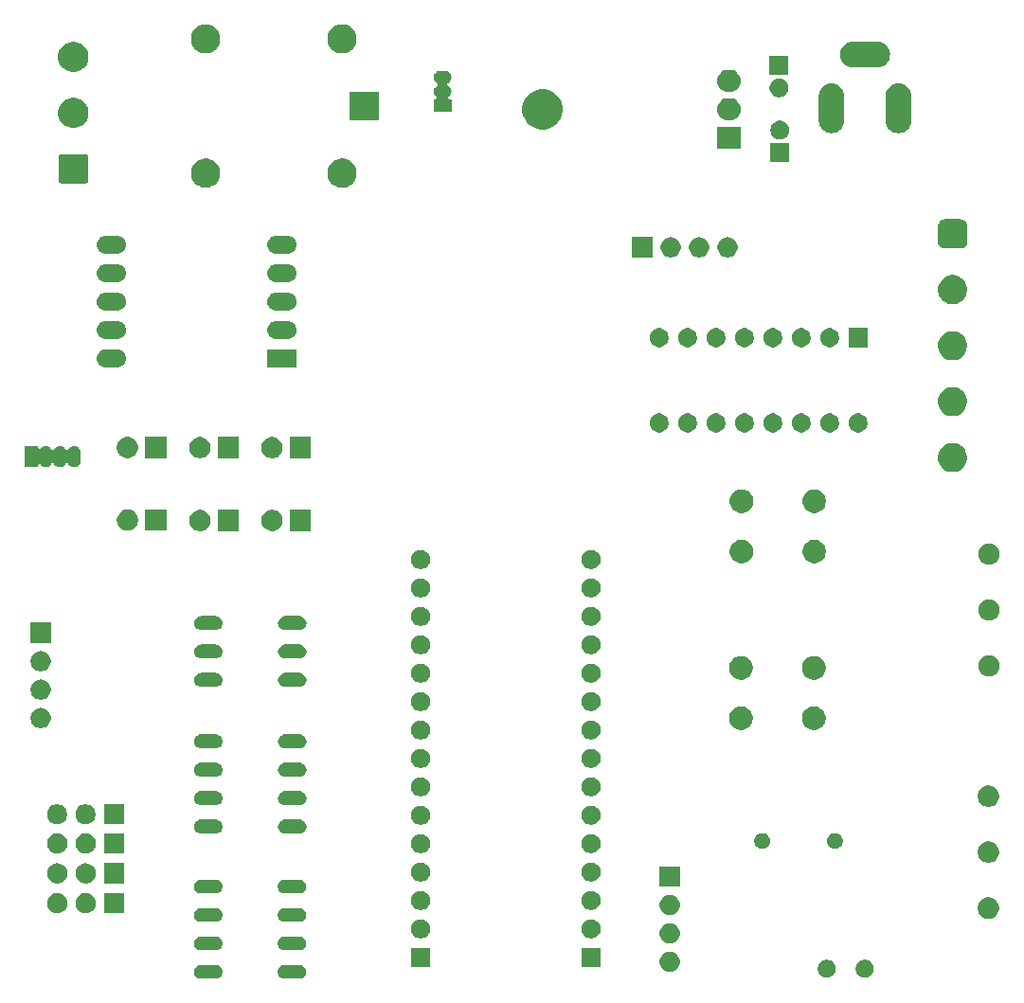
<source format=gbr>
G04 #@! TF.GenerationSoftware,KiCad,Pcbnew,(5.1.5)-3*
G04 #@! TF.CreationDate,2020-09-27T11:43:04-03:00*
G04 #@! TF.ProjectId,HARDino,48415244-696e-46f2-9e6b-696361645f70,rev?*
G04 #@! TF.SameCoordinates,Original*
G04 #@! TF.FileFunction,Soldermask,Bot*
G04 #@! TF.FilePolarity,Negative*
%FSLAX46Y46*%
G04 Gerber Fmt 4.6, Leading zero omitted, Abs format (unit mm)*
G04 Created by KiCad (PCBNEW (5.1.5)-3) date 2020-09-27 11:43:04*
%MOMM*%
%LPD*%
G04 APERTURE LIST*
%ADD10C,0.100000*%
G04 APERTURE END LIST*
D10*
G36*
X42380858Y-105229480D02*
G01*
X42496028Y-105264418D01*
X42496031Y-105264419D01*
X42602176Y-105321154D01*
X42602178Y-105321155D01*
X42602177Y-105321155D01*
X42695213Y-105397507D01*
X42764720Y-105482202D01*
X42771566Y-105490544D01*
X42828301Y-105596689D01*
X42828302Y-105596692D01*
X42863240Y-105711862D01*
X42875036Y-105831640D01*
X42863240Y-105951418D01*
X42828302Y-106066588D01*
X42828301Y-106066591D01*
X42773382Y-106169338D01*
X42771565Y-106172737D01*
X42695213Y-106265773D01*
X42632330Y-106317379D01*
X42602176Y-106342126D01*
X42496031Y-106398861D01*
X42496028Y-106398862D01*
X42380858Y-106433800D01*
X42291097Y-106442640D01*
X40911063Y-106442640D01*
X40821302Y-106433800D01*
X40706132Y-106398862D01*
X40706129Y-106398861D01*
X40599984Y-106342126D01*
X40569830Y-106317379D01*
X40506947Y-106265773D01*
X40430595Y-106172737D01*
X40428778Y-106169338D01*
X40373859Y-106066591D01*
X40373858Y-106066588D01*
X40338920Y-105951418D01*
X40327124Y-105831640D01*
X40338920Y-105711862D01*
X40373858Y-105596692D01*
X40373859Y-105596689D01*
X40430594Y-105490544D01*
X40437440Y-105482202D01*
X40506947Y-105397507D01*
X40599983Y-105321155D01*
X40599982Y-105321155D01*
X40599984Y-105321154D01*
X40706129Y-105264419D01*
X40706132Y-105264418D01*
X40821302Y-105229480D01*
X40911063Y-105220640D01*
X42291097Y-105220640D01*
X42380858Y-105229480D01*
G37*
G36*
X34880858Y-105229480D02*
G01*
X34996028Y-105264418D01*
X34996031Y-105264419D01*
X35102176Y-105321154D01*
X35102178Y-105321155D01*
X35102177Y-105321155D01*
X35195213Y-105397507D01*
X35264720Y-105482202D01*
X35271566Y-105490544D01*
X35328301Y-105596689D01*
X35328302Y-105596692D01*
X35363240Y-105711862D01*
X35375036Y-105831640D01*
X35363240Y-105951418D01*
X35328302Y-106066588D01*
X35328301Y-106066591D01*
X35273382Y-106169338D01*
X35271565Y-106172737D01*
X35195213Y-106265773D01*
X35132330Y-106317379D01*
X35102176Y-106342126D01*
X34996031Y-106398861D01*
X34996028Y-106398862D01*
X34880858Y-106433800D01*
X34791097Y-106442640D01*
X33411063Y-106442640D01*
X33321302Y-106433800D01*
X33206132Y-106398862D01*
X33206129Y-106398861D01*
X33099984Y-106342126D01*
X33069830Y-106317379D01*
X33006947Y-106265773D01*
X32930595Y-106172737D01*
X32928778Y-106169338D01*
X32873859Y-106066591D01*
X32873858Y-106066588D01*
X32838920Y-105951418D01*
X32827124Y-105831640D01*
X32838920Y-105711862D01*
X32873858Y-105596692D01*
X32873859Y-105596689D01*
X32930594Y-105490544D01*
X32937440Y-105482202D01*
X33006947Y-105397507D01*
X33099983Y-105321155D01*
X33099982Y-105321155D01*
X33099984Y-105321154D01*
X33206129Y-105264419D01*
X33206132Y-105264418D01*
X33321302Y-105229480D01*
X33411063Y-105220640D01*
X34791097Y-105220640D01*
X34880858Y-105229480D01*
G37*
G36*
X89621322Y-104776941D02*
G01*
X89767094Y-104837322D01*
X89767096Y-104837323D01*
X89898288Y-104924982D01*
X90009858Y-105036552D01*
X90097517Y-105167744D01*
X90097518Y-105167746D01*
X90157899Y-105313518D01*
X90188680Y-105468267D01*
X90188680Y-105626053D01*
X90157899Y-105780802D01*
X90144108Y-105814096D01*
X90097517Y-105926576D01*
X90009858Y-106057768D01*
X89898288Y-106169338D01*
X89767096Y-106256997D01*
X89767095Y-106256998D01*
X89767094Y-106256998D01*
X89621322Y-106317379D01*
X89466573Y-106348160D01*
X89308787Y-106348160D01*
X89154038Y-106317379D01*
X89008266Y-106256998D01*
X89008265Y-106256998D01*
X89008264Y-106256997D01*
X88877072Y-106169338D01*
X88765502Y-106057768D01*
X88677843Y-105926576D01*
X88631252Y-105814096D01*
X88617461Y-105780802D01*
X88586680Y-105626053D01*
X88586680Y-105468267D01*
X88617461Y-105313518D01*
X88677842Y-105167746D01*
X88677843Y-105167744D01*
X88765502Y-105036552D01*
X88877072Y-104924982D01*
X89008264Y-104837323D01*
X89008266Y-104837322D01*
X89154038Y-104776941D01*
X89308787Y-104746160D01*
X89466573Y-104746160D01*
X89621322Y-104776941D01*
G37*
G36*
X93021322Y-104776941D02*
G01*
X93167094Y-104837322D01*
X93167096Y-104837323D01*
X93298288Y-104924982D01*
X93409858Y-105036552D01*
X93497517Y-105167744D01*
X93497518Y-105167746D01*
X93557899Y-105313518D01*
X93588680Y-105468267D01*
X93588680Y-105626053D01*
X93557899Y-105780802D01*
X93544108Y-105814096D01*
X93497517Y-105926576D01*
X93409858Y-106057768D01*
X93298288Y-106169338D01*
X93167096Y-106256997D01*
X93167095Y-106256998D01*
X93167094Y-106256998D01*
X93021322Y-106317379D01*
X92866573Y-106348160D01*
X92708787Y-106348160D01*
X92554038Y-106317379D01*
X92408266Y-106256998D01*
X92408265Y-106256998D01*
X92408264Y-106256997D01*
X92277072Y-106169338D01*
X92165502Y-106057768D01*
X92077843Y-105926576D01*
X92031252Y-105814096D01*
X92017461Y-105780802D01*
X91986680Y-105626053D01*
X91986680Y-105468267D01*
X92017461Y-105313518D01*
X92077842Y-105167746D01*
X92077843Y-105167744D01*
X92165502Y-105036552D01*
X92277072Y-104924982D01*
X92408264Y-104837323D01*
X92408266Y-104837322D01*
X92554038Y-104776941D01*
X92708787Y-104746160D01*
X92866573Y-104746160D01*
X93021322Y-104776941D01*
G37*
G36*
X75470232Y-104051647D02*
G01*
X75619532Y-104081344D01*
X75783504Y-104149264D01*
X75931074Y-104247867D01*
X76056573Y-104373366D01*
X76155176Y-104520936D01*
X76223096Y-104684908D01*
X76257720Y-104858979D01*
X76257720Y-105036461D01*
X76223096Y-105210532D01*
X76155176Y-105374504D01*
X76056573Y-105522074D01*
X75931074Y-105647573D01*
X75783504Y-105746176D01*
X75619532Y-105814096D01*
X75470232Y-105843793D01*
X75445462Y-105848720D01*
X75267978Y-105848720D01*
X75243208Y-105843793D01*
X75093908Y-105814096D01*
X74929936Y-105746176D01*
X74782366Y-105647573D01*
X74656867Y-105522074D01*
X74558264Y-105374504D01*
X74490344Y-105210532D01*
X74455720Y-105036461D01*
X74455720Y-104858979D01*
X74490344Y-104684908D01*
X74558264Y-104520936D01*
X74656867Y-104373366D01*
X74782366Y-104247867D01*
X74929936Y-104149264D01*
X75093908Y-104081344D01*
X75243208Y-104051647D01*
X75267978Y-104046720D01*
X75445462Y-104046720D01*
X75470232Y-104051647D01*
G37*
G36*
X53930680Y-105391080D02*
G01*
X52228680Y-105391080D01*
X52228680Y-103689080D01*
X53930680Y-103689080D01*
X53930680Y-105391080D01*
G37*
G36*
X69170680Y-105386000D02*
G01*
X67468680Y-105386000D01*
X67468680Y-103684000D01*
X69170680Y-103684000D01*
X69170680Y-105386000D01*
G37*
G36*
X34880858Y-102689480D02*
G01*
X34996028Y-102724418D01*
X34996031Y-102724419D01*
X35102176Y-102781154D01*
X35102178Y-102781155D01*
X35102177Y-102781155D01*
X35195213Y-102857507D01*
X35264720Y-102942202D01*
X35271566Y-102950544D01*
X35328301Y-103056689D01*
X35328302Y-103056692D01*
X35363240Y-103171862D01*
X35375036Y-103291640D01*
X35363240Y-103411418D01*
X35328302Y-103526588D01*
X35328301Y-103526591D01*
X35271566Y-103632736D01*
X35271565Y-103632737D01*
X35195213Y-103725773D01*
X35110518Y-103795280D01*
X35102176Y-103802126D01*
X34996031Y-103858861D01*
X34996028Y-103858862D01*
X34880858Y-103893800D01*
X34791097Y-103902640D01*
X33411063Y-103902640D01*
X33321302Y-103893800D01*
X33206132Y-103858862D01*
X33206129Y-103858861D01*
X33099984Y-103802126D01*
X33091642Y-103795280D01*
X33006947Y-103725773D01*
X32930595Y-103632737D01*
X32930594Y-103632736D01*
X32873859Y-103526591D01*
X32873858Y-103526588D01*
X32838920Y-103411418D01*
X32827124Y-103291640D01*
X32838920Y-103171862D01*
X32873858Y-103056692D01*
X32873859Y-103056689D01*
X32930594Y-102950544D01*
X32937440Y-102942202D01*
X33006947Y-102857507D01*
X33099983Y-102781155D01*
X33099982Y-102781155D01*
X33099984Y-102781154D01*
X33206129Y-102724419D01*
X33206132Y-102724418D01*
X33321302Y-102689480D01*
X33411063Y-102680640D01*
X34791097Y-102680640D01*
X34880858Y-102689480D01*
G37*
G36*
X42380858Y-102689480D02*
G01*
X42496028Y-102724418D01*
X42496031Y-102724419D01*
X42602176Y-102781154D01*
X42602178Y-102781155D01*
X42602177Y-102781155D01*
X42695213Y-102857507D01*
X42764720Y-102942202D01*
X42771566Y-102950544D01*
X42828301Y-103056689D01*
X42828302Y-103056692D01*
X42863240Y-103171862D01*
X42875036Y-103291640D01*
X42863240Y-103411418D01*
X42828302Y-103526588D01*
X42828301Y-103526591D01*
X42771566Y-103632736D01*
X42771565Y-103632737D01*
X42695213Y-103725773D01*
X42610518Y-103795280D01*
X42602176Y-103802126D01*
X42496031Y-103858861D01*
X42496028Y-103858862D01*
X42380858Y-103893800D01*
X42291097Y-103902640D01*
X40911063Y-103902640D01*
X40821302Y-103893800D01*
X40706132Y-103858862D01*
X40706129Y-103858861D01*
X40599984Y-103802126D01*
X40591642Y-103795280D01*
X40506947Y-103725773D01*
X40430595Y-103632737D01*
X40430594Y-103632736D01*
X40373859Y-103526591D01*
X40373858Y-103526588D01*
X40338920Y-103411418D01*
X40327124Y-103291640D01*
X40338920Y-103171862D01*
X40373858Y-103056692D01*
X40373859Y-103056689D01*
X40430594Y-102950544D01*
X40437440Y-102942202D01*
X40506947Y-102857507D01*
X40599983Y-102781155D01*
X40599982Y-102781155D01*
X40599984Y-102781154D01*
X40706129Y-102724419D01*
X40706132Y-102724418D01*
X40821302Y-102689480D01*
X40911063Y-102680640D01*
X42291097Y-102680640D01*
X42380858Y-102689480D01*
G37*
G36*
X75470232Y-101511647D02*
G01*
X75619532Y-101541344D01*
X75783504Y-101609264D01*
X75931074Y-101707867D01*
X76056573Y-101833366D01*
X76155176Y-101980936D01*
X76223096Y-102144908D01*
X76257720Y-102318979D01*
X76257720Y-102496461D01*
X76223096Y-102670532D01*
X76155176Y-102834504D01*
X76056573Y-102982074D01*
X75931074Y-103107573D01*
X75783504Y-103206176D01*
X75619532Y-103274096D01*
X75470232Y-103303793D01*
X75445462Y-103308720D01*
X75267978Y-103308720D01*
X75243208Y-103303793D01*
X75093908Y-103274096D01*
X74929936Y-103206176D01*
X74782366Y-103107573D01*
X74656867Y-102982074D01*
X74558264Y-102834504D01*
X74490344Y-102670532D01*
X74455720Y-102496461D01*
X74455720Y-102318979D01*
X74490344Y-102144908D01*
X74558264Y-101980936D01*
X74656867Y-101833366D01*
X74782366Y-101707867D01*
X74929936Y-101609264D01*
X75093908Y-101541344D01*
X75243208Y-101511647D01*
X75267978Y-101506720D01*
X75445462Y-101506720D01*
X75470232Y-101511647D01*
G37*
G36*
X53327908Y-101181783D02*
G01*
X53482780Y-101245933D01*
X53622161Y-101339065D01*
X53740695Y-101457599D01*
X53833827Y-101596980D01*
X53897977Y-101751852D01*
X53930680Y-101916264D01*
X53930680Y-102083896D01*
X53897977Y-102248308D01*
X53833827Y-102403180D01*
X53740695Y-102542561D01*
X53622161Y-102661095D01*
X53482780Y-102754227D01*
X53327908Y-102818377D01*
X53163496Y-102851080D01*
X52995864Y-102851080D01*
X52831452Y-102818377D01*
X52676580Y-102754227D01*
X52537199Y-102661095D01*
X52418665Y-102542561D01*
X52325533Y-102403180D01*
X52261383Y-102248308D01*
X52228680Y-102083896D01*
X52228680Y-101916264D01*
X52261383Y-101751852D01*
X52325533Y-101596980D01*
X52418665Y-101457599D01*
X52537199Y-101339065D01*
X52676580Y-101245933D01*
X52831452Y-101181783D01*
X52995864Y-101149080D01*
X53163496Y-101149080D01*
X53327908Y-101181783D01*
G37*
G36*
X68567908Y-101176703D02*
G01*
X68722780Y-101240853D01*
X68862161Y-101333985D01*
X68980695Y-101452519D01*
X69073827Y-101591900D01*
X69137977Y-101746772D01*
X69170680Y-101911184D01*
X69170680Y-102078816D01*
X69137977Y-102243228D01*
X69073827Y-102398100D01*
X68980695Y-102537481D01*
X68862161Y-102656015D01*
X68722780Y-102749147D01*
X68567908Y-102813297D01*
X68403496Y-102846000D01*
X68235864Y-102846000D01*
X68071452Y-102813297D01*
X67916580Y-102749147D01*
X67777199Y-102656015D01*
X67658665Y-102537481D01*
X67565533Y-102398100D01*
X67501383Y-102243228D01*
X67468680Y-102078816D01*
X67468680Y-101911184D01*
X67501383Y-101746772D01*
X67565533Y-101591900D01*
X67658665Y-101452519D01*
X67777199Y-101333985D01*
X67916580Y-101240853D01*
X68071452Y-101176703D01*
X68235864Y-101144000D01*
X68403496Y-101144000D01*
X68567908Y-101176703D01*
G37*
G36*
X34880858Y-100149480D02*
G01*
X34996028Y-100184418D01*
X34996031Y-100184419D01*
X35102176Y-100241154D01*
X35102178Y-100241155D01*
X35102177Y-100241155D01*
X35195213Y-100317507D01*
X35264720Y-100402202D01*
X35271566Y-100410544D01*
X35328301Y-100516689D01*
X35328302Y-100516692D01*
X35363240Y-100631862D01*
X35375036Y-100751640D01*
X35363240Y-100871418D01*
X35329996Y-100981005D01*
X35328301Y-100986591D01*
X35271566Y-101092736D01*
X35271565Y-101092737D01*
X35195213Y-101185773D01*
X35128098Y-101240852D01*
X35102176Y-101262126D01*
X34996031Y-101318861D01*
X34996028Y-101318862D01*
X34880858Y-101353800D01*
X34791097Y-101362640D01*
X33411063Y-101362640D01*
X33321302Y-101353800D01*
X33206132Y-101318862D01*
X33206129Y-101318861D01*
X33099984Y-101262126D01*
X33074062Y-101240852D01*
X33006947Y-101185773D01*
X32930595Y-101092737D01*
X32930594Y-101092736D01*
X32873859Y-100986591D01*
X32872164Y-100981005D01*
X32838920Y-100871418D01*
X32827124Y-100751640D01*
X32838920Y-100631862D01*
X32873858Y-100516692D01*
X32873859Y-100516689D01*
X32930594Y-100410544D01*
X32937440Y-100402202D01*
X33006947Y-100317507D01*
X33099983Y-100241155D01*
X33099982Y-100241155D01*
X33099984Y-100241154D01*
X33206129Y-100184419D01*
X33206132Y-100184418D01*
X33321302Y-100149480D01*
X33411063Y-100140640D01*
X34791097Y-100140640D01*
X34880858Y-100149480D01*
G37*
G36*
X42380858Y-100149480D02*
G01*
X42496028Y-100184418D01*
X42496031Y-100184419D01*
X42602176Y-100241154D01*
X42602178Y-100241155D01*
X42602177Y-100241155D01*
X42695213Y-100317507D01*
X42764720Y-100402202D01*
X42771566Y-100410544D01*
X42828301Y-100516689D01*
X42828302Y-100516692D01*
X42863240Y-100631862D01*
X42875036Y-100751640D01*
X42863240Y-100871418D01*
X42829996Y-100981005D01*
X42828301Y-100986591D01*
X42771566Y-101092736D01*
X42771565Y-101092737D01*
X42695213Y-101185773D01*
X42628098Y-101240852D01*
X42602176Y-101262126D01*
X42496031Y-101318861D01*
X42496028Y-101318862D01*
X42380858Y-101353800D01*
X42291097Y-101362640D01*
X40911063Y-101362640D01*
X40821302Y-101353800D01*
X40706132Y-101318862D01*
X40706129Y-101318861D01*
X40599984Y-101262126D01*
X40574062Y-101240852D01*
X40506947Y-101185773D01*
X40430595Y-101092737D01*
X40430594Y-101092736D01*
X40373859Y-100986591D01*
X40372164Y-100981005D01*
X40338920Y-100871418D01*
X40327124Y-100751640D01*
X40338920Y-100631862D01*
X40373858Y-100516692D01*
X40373859Y-100516689D01*
X40430594Y-100410544D01*
X40437440Y-100402202D01*
X40506947Y-100317507D01*
X40599983Y-100241155D01*
X40599982Y-100241155D01*
X40599984Y-100241154D01*
X40706129Y-100184419D01*
X40706132Y-100184418D01*
X40821302Y-100149480D01*
X40911063Y-100140640D01*
X42291097Y-100140640D01*
X42380858Y-100149480D01*
G37*
G36*
X104112595Y-99223786D02*
G01*
X104285666Y-99295474D01*
X104285667Y-99295475D01*
X104441427Y-99399550D01*
X104573890Y-99532013D01*
X104581829Y-99543895D01*
X104677966Y-99687774D01*
X104749654Y-99860845D01*
X104786200Y-100044573D01*
X104786200Y-100231907D01*
X104749654Y-100415635D01*
X104677966Y-100588706D01*
X104677965Y-100588707D01*
X104573890Y-100744467D01*
X104441427Y-100876930D01*
X104363018Y-100929321D01*
X104285666Y-100981006D01*
X104112595Y-101052694D01*
X103928867Y-101089240D01*
X103741533Y-101089240D01*
X103557805Y-101052694D01*
X103384734Y-100981006D01*
X103307382Y-100929321D01*
X103228973Y-100876930D01*
X103096510Y-100744467D01*
X102992435Y-100588707D01*
X102992434Y-100588706D01*
X102920746Y-100415635D01*
X102884200Y-100231907D01*
X102884200Y-100044573D01*
X102920746Y-99860845D01*
X102992434Y-99687774D01*
X103088571Y-99543895D01*
X103096510Y-99532013D01*
X103228973Y-99399550D01*
X103384733Y-99295475D01*
X103384734Y-99295474D01*
X103557805Y-99223786D01*
X103741533Y-99187240D01*
X103928867Y-99187240D01*
X104112595Y-99223786D01*
G37*
G36*
X75470232Y-98971647D02*
G01*
X75619532Y-99001344D01*
X75783504Y-99069264D01*
X75931074Y-99167867D01*
X76056573Y-99293366D01*
X76155176Y-99440936D01*
X76223096Y-99604908D01*
X76257720Y-99778979D01*
X76257720Y-99956461D01*
X76223096Y-100130532D01*
X76155176Y-100294504D01*
X76056573Y-100442074D01*
X75931074Y-100567573D01*
X75783504Y-100666176D01*
X75619532Y-100734096D01*
X75470232Y-100763793D01*
X75445462Y-100768720D01*
X75267978Y-100768720D01*
X75243208Y-100763793D01*
X75093908Y-100734096D01*
X74929936Y-100666176D01*
X74782366Y-100567573D01*
X74656867Y-100442074D01*
X74558264Y-100294504D01*
X74490344Y-100130532D01*
X74455720Y-99956461D01*
X74455720Y-99778979D01*
X74490344Y-99604908D01*
X74558264Y-99440936D01*
X74656867Y-99293366D01*
X74782366Y-99167867D01*
X74929936Y-99069264D01*
X75093908Y-99001344D01*
X75243208Y-98971647D01*
X75267978Y-98966720D01*
X75445462Y-98966720D01*
X75470232Y-98971647D01*
G37*
G36*
X26589320Y-100615080D02*
G01*
X24787320Y-100615080D01*
X24787320Y-98813080D01*
X26589320Y-98813080D01*
X26589320Y-100615080D01*
G37*
G36*
X23261832Y-98818007D02*
G01*
X23411132Y-98847704D01*
X23575104Y-98915624D01*
X23722674Y-99014227D01*
X23848173Y-99139726D01*
X23946776Y-99287296D01*
X24014696Y-99451268D01*
X24049320Y-99625339D01*
X24049320Y-99802821D01*
X24014696Y-99976892D01*
X23946776Y-100140864D01*
X23848173Y-100288434D01*
X23722674Y-100413933D01*
X23575104Y-100512536D01*
X23411132Y-100580456D01*
X23261832Y-100610153D01*
X23237062Y-100615080D01*
X23059578Y-100615080D01*
X23034808Y-100610153D01*
X22885508Y-100580456D01*
X22721536Y-100512536D01*
X22573966Y-100413933D01*
X22448467Y-100288434D01*
X22349864Y-100140864D01*
X22281944Y-99976892D01*
X22247320Y-99802821D01*
X22247320Y-99625339D01*
X22281944Y-99451268D01*
X22349864Y-99287296D01*
X22448467Y-99139726D01*
X22573966Y-99014227D01*
X22721536Y-98915624D01*
X22885508Y-98847704D01*
X23034808Y-98818007D01*
X23059578Y-98813080D01*
X23237062Y-98813080D01*
X23261832Y-98818007D01*
G37*
G36*
X20721832Y-98818007D02*
G01*
X20871132Y-98847704D01*
X21035104Y-98915624D01*
X21182674Y-99014227D01*
X21308173Y-99139726D01*
X21406776Y-99287296D01*
X21474696Y-99451268D01*
X21509320Y-99625339D01*
X21509320Y-99802821D01*
X21474696Y-99976892D01*
X21406776Y-100140864D01*
X21308173Y-100288434D01*
X21182674Y-100413933D01*
X21035104Y-100512536D01*
X20871132Y-100580456D01*
X20721832Y-100610153D01*
X20697062Y-100615080D01*
X20519578Y-100615080D01*
X20494808Y-100610153D01*
X20345508Y-100580456D01*
X20181536Y-100512536D01*
X20033966Y-100413933D01*
X19908467Y-100288434D01*
X19809864Y-100140864D01*
X19741944Y-99976892D01*
X19707320Y-99802821D01*
X19707320Y-99625339D01*
X19741944Y-99451268D01*
X19809864Y-99287296D01*
X19908467Y-99139726D01*
X20033966Y-99014227D01*
X20181536Y-98915624D01*
X20345508Y-98847704D01*
X20494808Y-98818007D01*
X20519578Y-98813080D01*
X20697062Y-98813080D01*
X20721832Y-98818007D01*
G37*
G36*
X53327908Y-98641783D02*
G01*
X53482780Y-98705933D01*
X53622161Y-98799065D01*
X53740695Y-98917599D01*
X53833827Y-99056980D01*
X53897977Y-99211852D01*
X53930680Y-99376264D01*
X53930680Y-99543896D01*
X53897977Y-99708308D01*
X53833827Y-99863180D01*
X53740695Y-100002561D01*
X53622161Y-100121095D01*
X53482780Y-100214227D01*
X53327908Y-100278377D01*
X53163496Y-100311080D01*
X52995864Y-100311080D01*
X52831452Y-100278377D01*
X52676580Y-100214227D01*
X52537199Y-100121095D01*
X52418665Y-100002561D01*
X52325533Y-99863180D01*
X52261383Y-99708308D01*
X52228680Y-99543896D01*
X52228680Y-99376264D01*
X52261383Y-99211852D01*
X52325533Y-99056980D01*
X52418665Y-98917599D01*
X52537199Y-98799065D01*
X52676580Y-98705933D01*
X52831452Y-98641783D01*
X52995864Y-98609080D01*
X53163496Y-98609080D01*
X53327908Y-98641783D01*
G37*
G36*
X68567908Y-98636703D02*
G01*
X68722780Y-98700853D01*
X68862161Y-98793985D01*
X68980695Y-98912519D01*
X69073827Y-99051900D01*
X69137977Y-99206772D01*
X69170680Y-99371184D01*
X69170680Y-99538816D01*
X69137977Y-99703228D01*
X69073827Y-99858100D01*
X68980695Y-99997481D01*
X68862161Y-100116015D01*
X68722780Y-100209147D01*
X68567908Y-100273297D01*
X68403496Y-100306000D01*
X68235864Y-100306000D01*
X68071452Y-100273297D01*
X67916580Y-100209147D01*
X67777199Y-100116015D01*
X67658665Y-99997481D01*
X67565533Y-99858100D01*
X67501383Y-99703228D01*
X67468680Y-99538816D01*
X67468680Y-99371184D01*
X67501383Y-99206772D01*
X67565533Y-99051900D01*
X67658665Y-98912519D01*
X67777199Y-98793985D01*
X67916580Y-98700853D01*
X68071452Y-98636703D01*
X68235864Y-98604000D01*
X68403496Y-98604000D01*
X68567908Y-98636703D01*
G37*
G36*
X42380858Y-97609480D02*
G01*
X42496028Y-97644418D01*
X42496031Y-97644419D01*
X42602176Y-97701154D01*
X42602178Y-97701155D01*
X42602177Y-97701155D01*
X42695213Y-97777507D01*
X42742704Y-97835376D01*
X42771566Y-97870544D01*
X42828301Y-97976689D01*
X42828302Y-97976692D01*
X42863240Y-98091862D01*
X42875036Y-98211640D01*
X42863240Y-98331418D01*
X42828302Y-98446588D01*
X42828301Y-98446591D01*
X42771566Y-98552736D01*
X42771565Y-98552737D01*
X42695213Y-98645773D01*
X42628098Y-98700852D01*
X42602176Y-98722126D01*
X42496031Y-98778861D01*
X42496028Y-98778862D01*
X42380858Y-98813800D01*
X42291097Y-98822640D01*
X40911063Y-98822640D01*
X40821302Y-98813800D01*
X40706132Y-98778862D01*
X40706129Y-98778861D01*
X40599984Y-98722126D01*
X40574062Y-98700852D01*
X40506947Y-98645773D01*
X40430595Y-98552737D01*
X40430594Y-98552736D01*
X40373859Y-98446591D01*
X40373858Y-98446588D01*
X40338920Y-98331418D01*
X40327124Y-98211640D01*
X40338920Y-98091862D01*
X40373858Y-97976692D01*
X40373859Y-97976689D01*
X40430594Y-97870544D01*
X40459456Y-97835376D01*
X40506947Y-97777507D01*
X40599983Y-97701155D01*
X40599982Y-97701155D01*
X40599984Y-97701154D01*
X40706129Y-97644419D01*
X40706132Y-97644418D01*
X40821302Y-97609480D01*
X40911063Y-97600640D01*
X42291097Y-97600640D01*
X42380858Y-97609480D01*
G37*
G36*
X34880858Y-97609480D02*
G01*
X34996028Y-97644418D01*
X34996031Y-97644419D01*
X35102176Y-97701154D01*
X35102178Y-97701155D01*
X35102177Y-97701155D01*
X35195213Y-97777507D01*
X35242704Y-97835376D01*
X35271566Y-97870544D01*
X35328301Y-97976689D01*
X35328302Y-97976692D01*
X35363240Y-98091862D01*
X35375036Y-98211640D01*
X35363240Y-98331418D01*
X35328302Y-98446588D01*
X35328301Y-98446591D01*
X35271566Y-98552736D01*
X35271565Y-98552737D01*
X35195213Y-98645773D01*
X35128098Y-98700852D01*
X35102176Y-98722126D01*
X34996031Y-98778861D01*
X34996028Y-98778862D01*
X34880858Y-98813800D01*
X34791097Y-98822640D01*
X33411063Y-98822640D01*
X33321302Y-98813800D01*
X33206132Y-98778862D01*
X33206129Y-98778861D01*
X33099984Y-98722126D01*
X33074062Y-98700852D01*
X33006947Y-98645773D01*
X32930595Y-98552737D01*
X32930594Y-98552736D01*
X32873859Y-98446591D01*
X32873858Y-98446588D01*
X32838920Y-98331418D01*
X32827124Y-98211640D01*
X32838920Y-98091862D01*
X32873858Y-97976692D01*
X32873859Y-97976689D01*
X32930594Y-97870544D01*
X32959456Y-97835376D01*
X33006947Y-97777507D01*
X33099983Y-97701155D01*
X33099982Y-97701155D01*
X33099984Y-97701154D01*
X33206129Y-97644419D01*
X33206132Y-97644418D01*
X33321302Y-97609480D01*
X33411063Y-97600640D01*
X34791097Y-97600640D01*
X34880858Y-97609480D01*
G37*
G36*
X76257720Y-98228720D02*
G01*
X74455720Y-98228720D01*
X74455720Y-96426720D01*
X76257720Y-96426720D01*
X76257720Y-98228720D01*
G37*
G36*
X23261832Y-96140847D02*
G01*
X23411132Y-96170544D01*
X23575104Y-96238464D01*
X23722674Y-96337067D01*
X23848173Y-96462566D01*
X23946776Y-96610136D01*
X24014696Y-96774108D01*
X24049320Y-96948179D01*
X24049320Y-97125661D01*
X24014696Y-97299732D01*
X23946776Y-97463704D01*
X23848173Y-97611274D01*
X23722674Y-97736773D01*
X23575104Y-97835376D01*
X23411132Y-97903296D01*
X23261832Y-97932993D01*
X23237062Y-97937920D01*
X23059578Y-97937920D01*
X23034808Y-97932993D01*
X22885508Y-97903296D01*
X22721536Y-97835376D01*
X22573966Y-97736773D01*
X22448467Y-97611274D01*
X22349864Y-97463704D01*
X22281944Y-97299732D01*
X22247320Y-97125661D01*
X22247320Y-96948179D01*
X22281944Y-96774108D01*
X22349864Y-96610136D01*
X22448467Y-96462566D01*
X22573966Y-96337067D01*
X22721536Y-96238464D01*
X22885508Y-96170544D01*
X23034808Y-96140847D01*
X23059578Y-96135920D01*
X23237062Y-96135920D01*
X23261832Y-96140847D01*
G37*
G36*
X26589320Y-97937920D02*
G01*
X24787320Y-97937920D01*
X24787320Y-96135920D01*
X26589320Y-96135920D01*
X26589320Y-97937920D01*
G37*
G36*
X20721832Y-96140847D02*
G01*
X20871132Y-96170544D01*
X21035104Y-96238464D01*
X21182674Y-96337067D01*
X21308173Y-96462566D01*
X21406776Y-96610136D01*
X21474696Y-96774108D01*
X21509320Y-96948179D01*
X21509320Y-97125661D01*
X21474696Y-97299732D01*
X21406776Y-97463704D01*
X21308173Y-97611274D01*
X21182674Y-97736773D01*
X21035104Y-97835376D01*
X20871132Y-97903296D01*
X20721832Y-97932993D01*
X20697062Y-97937920D01*
X20519578Y-97937920D01*
X20494808Y-97932993D01*
X20345508Y-97903296D01*
X20181536Y-97835376D01*
X20033966Y-97736773D01*
X19908467Y-97611274D01*
X19809864Y-97463704D01*
X19741944Y-97299732D01*
X19707320Y-97125661D01*
X19707320Y-96948179D01*
X19741944Y-96774108D01*
X19809864Y-96610136D01*
X19908467Y-96462566D01*
X20033966Y-96337067D01*
X20181536Y-96238464D01*
X20345508Y-96170544D01*
X20494808Y-96140847D01*
X20519578Y-96135920D01*
X20697062Y-96135920D01*
X20721832Y-96140847D01*
G37*
G36*
X53327908Y-96101783D02*
G01*
X53482780Y-96165933D01*
X53622161Y-96259065D01*
X53740695Y-96377599D01*
X53833827Y-96516980D01*
X53897977Y-96671852D01*
X53930680Y-96836264D01*
X53930680Y-97003896D01*
X53897977Y-97168308D01*
X53833827Y-97323180D01*
X53740695Y-97462561D01*
X53622161Y-97581095D01*
X53482780Y-97674227D01*
X53327908Y-97738377D01*
X53163496Y-97771080D01*
X52995864Y-97771080D01*
X52831452Y-97738377D01*
X52676580Y-97674227D01*
X52537199Y-97581095D01*
X52418665Y-97462561D01*
X52325533Y-97323180D01*
X52261383Y-97168308D01*
X52228680Y-97003896D01*
X52228680Y-96836264D01*
X52261383Y-96671852D01*
X52325533Y-96516980D01*
X52418665Y-96377599D01*
X52537199Y-96259065D01*
X52676580Y-96165933D01*
X52831452Y-96101783D01*
X52995864Y-96069080D01*
X53163496Y-96069080D01*
X53327908Y-96101783D01*
G37*
G36*
X68567908Y-96096703D02*
G01*
X68722780Y-96160853D01*
X68862161Y-96253985D01*
X68980695Y-96372519D01*
X69073827Y-96511900D01*
X69137977Y-96666772D01*
X69170680Y-96831184D01*
X69170680Y-96998816D01*
X69137977Y-97163228D01*
X69073827Y-97318100D01*
X68980695Y-97457481D01*
X68862161Y-97576015D01*
X68722780Y-97669147D01*
X68567908Y-97733297D01*
X68403496Y-97766000D01*
X68235864Y-97766000D01*
X68071452Y-97733297D01*
X67916580Y-97669147D01*
X67777199Y-97576015D01*
X67658665Y-97457481D01*
X67565533Y-97318100D01*
X67501383Y-97163228D01*
X67468680Y-96998816D01*
X67468680Y-96831184D01*
X67501383Y-96666772D01*
X67565533Y-96511900D01*
X67658665Y-96372519D01*
X67777199Y-96253985D01*
X67916580Y-96160853D01*
X68071452Y-96096703D01*
X68235864Y-96064000D01*
X68403496Y-96064000D01*
X68567908Y-96096703D01*
G37*
G36*
X104112595Y-94223786D02*
G01*
X104285666Y-94295474D01*
X104356975Y-94343121D01*
X104441427Y-94399550D01*
X104573890Y-94532013D01*
X104573891Y-94532015D01*
X104677966Y-94687774D01*
X104749654Y-94860845D01*
X104786200Y-95044573D01*
X104786200Y-95231907D01*
X104749654Y-95415635D01*
X104677966Y-95588706D01*
X104677965Y-95588707D01*
X104573890Y-95744467D01*
X104441427Y-95876930D01*
X104363018Y-95929321D01*
X104285666Y-95981006D01*
X104112595Y-96052694D01*
X103928867Y-96089240D01*
X103741533Y-96089240D01*
X103557805Y-96052694D01*
X103384734Y-95981006D01*
X103307382Y-95929321D01*
X103228973Y-95876930D01*
X103096510Y-95744467D01*
X102992435Y-95588707D01*
X102992434Y-95588706D01*
X102920746Y-95415635D01*
X102884200Y-95231907D01*
X102884200Y-95044573D01*
X102920746Y-94860845D01*
X102992434Y-94687774D01*
X103096509Y-94532015D01*
X103096510Y-94532013D01*
X103228973Y-94399550D01*
X103313425Y-94343121D01*
X103384734Y-94295474D01*
X103557805Y-94223786D01*
X103741533Y-94187240D01*
X103928867Y-94187240D01*
X104112595Y-94223786D01*
G37*
G36*
X26584240Y-95255680D02*
G01*
X24782240Y-95255680D01*
X24782240Y-93453680D01*
X26584240Y-93453680D01*
X26584240Y-95255680D01*
G37*
G36*
X23248270Y-93456920D02*
G01*
X23406052Y-93488304D01*
X23570024Y-93556224D01*
X23717594Y-93654827D01*
X23843093Y-93780326D01*
X23941696Y-93927896D01*
X24009616Y-94091868D01*
X24044240Y-94265939D01*
X24044240Y-94443421D01*
X24009616Y-94617492D01*
X23941696Y-94781464D01*
X23843093Y-94929034D01*
X23717594Y-95054533D01*
X23570024Y-95153136D01*
X23406052Y-95221056D01*
X23256752Y-95250753D01*
X23231982Y-95255680D01*
X23054498Y-95255680D01*
X23029728Y-95250753D01*
X22880428Y-95221056D01*
X22716456Y-95153136D01*
X22568886Y-95054533D01*
X22443387Y-94929034D01*
X22344784Y-94781464D01*
X22276864Y-94617492D01*
X22242240Y-94443421D01*
X22242240Y-94265939D01*
X22276864Y-94091868D01*
X22344784Y-93927896D01*
X22443387Y-93780326D01*
X22568886Y-93654827D01*
X22716456Y-93556224D01*
X22880428Y-93488304D01*
X23038210Y-93456920D01*
X23054498Y-93453680D01*
X23231982Y-93453680D01*
X23248270Y-93456920D01*
G37*
G36*
X20708270Y-93456920D02*
G01*
X20866052Y-93488304D01*
X21030024Y-93556224D01*
X21177594Y-93654827D01*
X21303093Y-93780326D01*
X21401696Y-93927896D01*
X21469616Y-94091868D01*
X21504240Y-94265939D01*
X21504240Y-94443421D01*
X21469616Y-94617492D01*
X21401696Y-94781464D01*
X21303093Y-94929034D01*
X21177594Y-95054533D01*
X21030024Y-95153136D01*
X20866052Y-95221056D01*
X20716752Y-95250753D01*
X20691982Y-95255680D01*
X20514498Y-95255680D01*
X20489728Y-95250753D01*
X20340428Y-95221056D01*
X20176456Y-95153136D01*
X20028886Y-95054533D01*
X19903387Y-94929034D01*
X19804784Y-94781464D01*
X19736864Y-94617492D01*
X19702240Y-94443421D01*
X19702240Y-94265939D01*
X19736864Y-94091868D01*
X19804784Y-93927896D01*
X19903387Y-93780326D01*
X20028886Y-93654827D01*
X20176456Y-93556224D01*
X20340428Y-93488304D01*
X20498210Y-93456920D01*
X20514498Y-93453680D01*
X20691982Y-93453680D01*
X20708270Y-93456920D01*
G37*
G36*
X53327908Y-93561783D02*
G01*
X53482780Y-93625933D01*
X53622161Y-93719065D01*
X53740695Y-93837599D01*
X53833827Y-93976980D01*
X53897977Y-94131852D01*
X53930680Y-94296264D01*
X53930680Y-94463896D01*
X53897977Y-94628308D01*
X53833827Y-94783180D01*
X53740695Y-94922561D01*
X53622161Y-95041095D01*
X53482780Y-95134227D01*
X53327908Y-95198377D01*
X53163496Y-95231080D01*
X52995864Y-95231080D01*
X52831452Y-95198377D01*
X52676580Y-95134227D01*
X52537199Y-95041095D01*
X52418665Y-94922561D01*
X52325533Y-94783180D01*
X52261383Y-94628308D01*
X52228680Y-94463896D01*
X52228680Y-94296264D01*
X52261383Y-94131852D01*
X52325533Y-93976980D01*
X52418665Y-93837599D01*
X52537199Y-93719065D01*
X52676580Y-93625933D01*
X52831452Y-93561783D01*
X52995864Y-93529080D01*
X53163496Y-93529080D01*
X53327908Y-93561783D01*
G37*
G36*
X68567908Y-93556703D02*
G01*
X68722780Y-93620853D01*
X68862161Y-93713985D01*
X68980695Y-93832519D01*
X69073827Y-93971900D01*
X69137977Y-94126772D01*
X69170680Y-94291184D01*
X69170680Y-94458816D01*
X69137977Y-94623228D01*
X69073827Y-94778100D01*
X68980695Y-94917481D01*
X68862161Y-95036015D01*
X68722780Y-95129147D01*
X68567908Y-95193297D01*
X68403496Y-95226000D01*
X68235864Y-95226000D01*
X68071452Y-95193297D01*
X67916580Y-95129147D01*
X67777199Y-95036015D01*
X67658665Y-94917481D01*
X67565533Y-94778100D01*
X67501383Y-94623228D01*
X67468680Y-94458816D01*
X67468680Y-94291184D01*
X67501383Y-94126772D01*
X67565533Y-93971900D01*
X67658665Y-93832519D01*
X67777199Y-93713985D01*
X67916580Y-93620853D01*
X68071452Y-93556703D01*
X68235864Y-93524000D01*
X68403496Y-93524000D01*
X68567908Y-93556703D01*
G37*
G36*
X90323641Y-93459572D02*
G01*
X90451941Y-93512716D01*
X90451943Y-93512717D01*
X90510069Y-93551556D01*
X90567410Y-93589870D01*
X90665610Y-93688070D01*
X90742764Y-93803539D01*
X90795908Y-93931839D01*
X90823000Y-94068042D01*
X90823000Y-94206918D01*
X90795908Y-94343121D01*
X90742764Y-94471421D01*
X90665610Y-94586890D01*
X90567410Y-94685090D01*
X90563393Y-94687774D01*
X90451943Y-94762243D01*
X90451942Y-94762244D01*
X90451941Y-94762244D01*
X90323641Y-94815388D01*
X90187438Y-94842480D01*
X90048562Y-94842480D01*
X89912359Y-94815388D01*
X89784059Y-94762244D01*
X89784058Y-94762244D01*
X89784057Y-94762243D01*
X89672607Y-94687774D01*
X89668590Y-94685090D01*
X89570390Y-94586890D01*
X89493236Y-94471421D01*
X89440092Y-94343121D01*
X89413000Y-94206918D01*
X89413000Y-94068042D01*
X89440092Y-93931839D01*
X89493236Y-93803539D01*
X89570390Y-93688070D01*
X89668590Y-93589870D01*
X89725931Y-93551556D01*
X89784057Y-93512717D01*
X89784059Y-93512716D01*
X89912359Y-93459572D01*
X90048562Y-93432480D01*
X90187438Y-93432480D01*
X90323641Y-93459572D01*
G37*
G36*
X83823641Y-93459572D02*
G01*
X83951941Y-93512716D01*
X83951943Y-93512717D01*
X84010069Y-93551556D01*
X84067410Y-93589870D01*
X84165610Y-93688070D01*
X84242764Y-93803539D01*
X84295908Y-93931839D01*
X84323000Y-94068042D01*
X84323000Y-94206918D01*
X84295908Y-94343121D01*
X84242764Y-94471421D01*
X84165610Y-94586890D01*
X84067410Y-94685090D01*
X84063393Y-94687774D01*
X83951943Y-94762243D01*
X83951942Y-94762244D01*
X83951941Y-94762244D01*
X83823641Y-94815388D01*
X83687438Y-94842480D01*
X83548562Y-94842480D01*
X83412359Y-94815388D01*
X83284059Y-94762244D01*
X83284058Y-94762244D01*
X83284057Y-94762243D01*
X83172607Y-94687774D01*
X83168590Y-94685090D01*
X83070390Y-94586890D01*
X82993236Y-94471421D01*
X82940092Y-94343121D01*
X82913000Y-94206918D01*
X82913000Y-94068042D01*
X82940092Y-93931839D01*
X82993236Y-93803539D01*
X83070390Y-93688070D01*
X83168590Y-93589870D01*
X83225931Y-93551556D01*
X83284057Y-93512717D01*
X83284059Y-93512716D01*
X83412359Y-93459572D01*
X83548562Y-93432480D01*
X83687438Y-93432480D01*
X83823641Y-93459572D01*
G37*
G36*
X34894858Y-92243760D02*
G01*
X35010028Y-92278698D01*
X35010031Y-92278699D01*
X35116176Y-92335434D01*
X35116178Y-92335435D01*
X35116177Y-92335435D01*
X35209213Y-92411787D01*
X35278337Y-92496015D01*
X35285566Y-92504824D01*
X35342301Y-92610969D01*
X35342302Y-92610972D01*
X35377240Y-92726142D01*
X35389036Y-92845920D01*
X35377240Y-92965698D01*
X35342302Y-93080868D01*
X35342301Y-93080871D01*
X35285566Y-93187016D01*
X35285565Y-93187017D01*
X35209213Y-93280053D01*
X35124518Y-93349560D01*
X35116176Y-93356406D01*
X35010031Y-93413141D01*
X35010028Y-93413142D01*
X34894858Y-93448080D01*
X34805097Y-93456920D01*
X33425063Y-93456920D01*
X33335302Y-93448080D01*
X33220132Y-93413142D01*
X33220129Y-93413141D01*
X33113984Y-93356406D01*
X33105642Y-93349560D01*
X33020947Y-93280053D01*
X32944595Y-93187017D01*
X32944594Y-93187016D01*
X32887859Y-93080871D01*
X32887858Y-93080868D01*
X32852920Y-92965698D01*
X32841124Y-92845920D01*
X32852920Y-92726142D01*
X32887858Y-92610972D01*
X32887859Y-92610969D01*
X32944594Y-92504824D01*
X32951823Y-92496015D01*
X33020947Y-92411787D01*
X33113983Y-92335435D01*
X33113982Y-92335435D01*
X33113984Y-92335434D01*
X33220129Y-92278699D01*
X33220132Y-92278698D01*
X33335302Y-92243760D01*
X33425063Y-92234920D01*
X34805097Y-92234920D01*
X34894858Y-92243760D01*
G37*
G36*
X42394858Y-92243760D02*
G01*
X42510028Y-92278698D01*
X42510031Y-92278699D01*
X42616176Y-92335434D01*
X42616178Y-92335435D01*
X42616177Y-92335435D01*
X42709213Y-92411787D01*
X42778337Y-92496015D01*
X42785566Y-92504824D01*
X42842301Y-92610969D01*
X42842302Y-92610972D01*
X42877240Y-92726142D01*
X42889036Y-92845920D01*
X42877240Y-92965698D01*
X42842302Y-93080868D01*
X42842301Y-93080871D01*
X42785566Y-93187016D01*
X42785565Y-93187017D01*
X42709213Y-93280053D01*
X42624518Y-93349560D01*
X42616176Y-93356406D01*
X42510031Y-93413141D01*
X42510028Y-93413142D01*
X42394858Y-93448080D01*
X42305097Y-93456920D01*
X40925063Y-93456920D01*
X40835302Y-93448080D01*
X40720132Y-93413142D01*
X40720129Y-93413141D01*
X40613984Y-93356406D01*
X40605642Y-93349560D01*
X40520947Y-93280053D01*
X40444595Y-93187017D01*
X40444594Y-93187016D01*
X40387859Y-93080871D01*
X40387858Y-93080868D01*
X40352920Y-92965698D01*
X40341124Y-92845920D01*
X40352920Y-92726142D01*
X40387858Y-92610972D01*
X40387859Y-92610969D01*
X40444594Y-92504824D01*
X40451823Y-92496015D01*
X40520947Y-92411787D01*
X40613983Y-92335435D01*
X40613982Y-92335435D01*
X40613984Y-92335434D01*
X40720129Y-92278699D01*
X40720132Y-92278698D01*
X40835302Y-92243760D01*
X40925063Y-92234920D01*
X42305097Y-92234920D01*
X42394858Y-92243760D01*
G37*
G36*
X53327908Y-91021783D02*
G01*
X53482780Y-91085933D01*
X53622161Y-91179065D01*
X53740695Y-91297599D01*
X53833827Y-91436980D01*
X53897977Y-91591852D01*
X53930680Y-91756264D01*
X53930680Y-91923896D01*
X53897977Y-92088308D01*
X53833827Y-92243180D01*
X53740695Y-92382561D01*
X53622161Y-92501095D01*
X53482780Y-92594227D01*
X53327908Y-92658377D01*
X53163496Y-92691080D01*
X52995864Y-92691080D01*
X52831452Y-92658377D01*
X52676580Y-92594227D01*
X52537199Y-92501095D01*
X52418665Y-92382561D01*
X52325533Y-92243180D01*
X52261383Y-92088308D01*
X52228680Y-91923896D01*
X52228680Y-91756264D01*
X52261383Y-91591852D01*
X52325533Y-91436980D01*
X52418665Y-91297599D01*
X52537199Y-91179065D01*
X52676580Y-91085933D01*
X52831452Y-91021783D01*
X52995864Y-90989080D01*
X53163496Y-90989080D01*
X53327908Y-91021783D01*
G37*
G36*
X68567908Y-91016703D02*
G01*
X68722780Y-91080853D01*
X68862161Y-91173985D01*
X68980695Y-91292519D01*
X69073827Y-91431900D01*
X69137977Y-91586772D01*
X69170680Y-91751184D01*
X69170680Y-91918816D01*
X69137977Y-92083228D01*
X69073827Y-92238100D01*
X68980695Y-92377481D01*
X68862161Y-92496015D01*
X68722780Y-92589147D01*
X68567908Y-92653297D01*
X68403496Y-92686000D01*
X68235864Y-92686000D01*
X68071452Y-92653297D01*
X67916580Y-92589147D01*
X67777199Y-92496015D01*
X67658665Y-92377481D01*
X67565533Y-92238100D01*
X67501383Y-92083228D01*
X67468680Y-91918816D01*
X67468680Y-91751184D01*
X67501383Y-91586772D01*
X67565533Y-91431900D01*
X67658665Y-91292519D01*
X67777199Y-91173985D01*
X67916580Y-91080853D01*
X68071452Y-91016703D01*
X68235864Y-90984000D01*
X68403496Y-90984000D01*
X68567908Y-91016703D01*
G37*
G36*
X20711672Y-90862727D02*
G01*
X20860972Y-90892424D01*
X21024944Y-90960344D01*
X21172514Y-91058947D01*
X21298013Y-91184446D01*
X21396616Y-91332016D01*
X21464536Y-91495988D01*
X21499160Y-91670059D01*
X21499160Y-91847541D01*
X21464536Y-92021612D01*
X21396616Y-92185584D01*
X21298013Y-92333154D01*
X21172514Y-92458653D01*
X21024944Y-92557256D01*
X20860972Y-92625176D01*
X20711672Y-92654873D01*
X20686902Y-92659800D01*
X20509418Y-92659800D01*
X20484648Y-92654873D01*
X20335348Y-92625176D01*
X20171376Y-92557256D01*
X20023806Y-92458653D01*
X19898307Y-92333154D01*
X19799704Y-92185584D01*
X19731784Y-92021612D01*
X19697160Y-91847541D01*
X19697160Y-91670059D01*
X19731784Y-91495988D01*
X19799704Y-91332016D01*
X19898307Y-91184446D01*
X20023806Y-91058947D01*
X20171376Y-90960344D01*
X20335348Y-90892424D01*
X20484648Y-90862727D01*
X20509418Y-90857800D01*
X20686902Y-90857800D01*
X20711672Y-90862727D01*
G37*
G36*
X26579160Y-92659800D02*
G01*
X24777160Y-92659800D01*
X24777160Y-90857800D01*
X26579160Y-90857800D01*
X26579160Y-92659800D01*
G37*
G36*
X23251672Y-90862727D02*
G01*
X23400972Y-90892424D01*
X23564944Y-90960344D01*
X23712514Y-91058947D01*
X23838013Y-91184446D01*
X23936616Y-91332016D01*
X24004536Y-91495988D01*
X24039160Y-91670059D01*
X24039160Y-91847541D01*
X24004536Y-92021612D01*
X23936616Y-92185584D01*
X23838013Y-92333154D01*
X23712514Y-92458653D01*
X23564944Y-92557256D01*
X23400972Y-92625176D01*
X23251672Y-92654873D01*
X23226902Y-92659800D01*
X23049418Y-92659800D01*
X23024648Y-92654873D01*
X22875348Y-92625176D01*
X22711376Y-92557256D01*
X22563806Y-92458653D01*
X22438307Y-92333154D01*
X22339704Y-92185584D01*
X22271784Y-92021612D01*
X22237160Y-91847541D01*
X22237160Y-91670059D01*
X22271784Y-91495988D01*
X22339704Y-91332016D01*
X22438307Y-91184446D01*
X22563806Y-91058947D01*
X22711376Y-90960344D01*
X22875348Y-90892424D01*
X23024648Y-90862727D01*
X23049418Y-90857800D01*
X23226902Y-90857800D01*
X23251672Y-90862727D01*
G37*
G36*
X104112595Y-89223786D02*
G01*
X104285666Y-89295474D01*
X104285667Y-89295475D01*
X104441427Y-89399550D01*
X104573890Y-89532013D01*
X104626281Y-89610422D01*
X104677966Y-89687774D01*
X104749654Y-89860845D01*
X104786200Y-90044573D01*
X104786200Y-90231907D01*
X104749654Y-90415635D01*
X104677966Y-90588706D01*
X104677965Y-90588707D01*
X104573890Y-90744467D01*
X104441427Y-90876930D01*
X104381577Y-90916920D01*
X104285666Y-90981006D01*
X104112595Y-91052694D01*
X103928867Y-91089240D01*
X103741533Y-91089240D01*
X103557805Y-91052694D01*
X103384734Y-90981006D01*
X103288823Y-90916920D01*
X103228973Y-90876930D01*
X103096510Y-90744467D01*
X102992435Y-90588707D01*
X102992434Y-90588706D01*
X102920746Y-90415635D01*
X102884200Y-90231907D01*
X102884200Y-90044573D01*
X102920746Y-89860845D01*
X102992434Y-89687774D01*
X103044119Y-89610422D01*
X103096510Y-89532013D01*
X103228973Y-89399550D01*
X103384733Y-89295475D01*
X103384734Y-89295474D01*
X103557805Y-89223786D01*
X103741533Y-89187240D01*
X103928867Y-89187240D01*
X104112595Y-89223786D01*
G37*
G36*
X34894858Y-89703760D02*
G01*
X35010028Y-89738698D01*
X35010031Y-89738699D01*
X35116176Y-89795434D01*
X35116178Y-89795435D01*
X35116177Y-89795435D01*
X35209213Y-89871787D01*
X35278337Y-89956015D01*
X35285566Y-89964824D01*
X35342301Y-90070969D01*
X35342302Y-90070972D01*
X35377240Y-90186142D01*
X35389036Y-90305920D01*
X35377240Y-90425698D01*
X35342302Y-90540868D01*
X35342301Y-90540871D01*
X35316732Y-90588707D01*
X35285565Y-90647017D01*
X35209213Y-90740053D01*
X35124518Y-90809560D01*
X35116176Y-90816406D01*
X35010031Y-90873141D01*
X35010028Y-90873142D01*
X34894858Y-90908080D01*
X34805097Y-90916920D01*
X33425063Y-90916920D01*
X33335302Y-90908080D01*
X33220132Y-90873142D01*
X33220129Y-90873141D01*
X33113984Y-90816406D01*
X33105642Y-90809560D01*
X33020947Y-90740053D01*
X32944595Y-90647017D01*
X32913428Y-90588707D01*
X32887859Y-90540871D01*
X32887858Y-90540868D01*
X32852920Y-90425698D01*
X32841124Y-90305920D01*
X32852920Y-90186142D01*
X32887858Y-90070972D01*
X32887859Y-90070969D01*
X32944594Y-89964824D01*
X32951823Y-89956015D01*
X33020947Y-89871787D01*
X33113983Y-89795435D01*
X33113982Y-89795435D01*
X33113984Y-89795434D01*
X33220129Y-89738699D01*
X33220132Y-89738698D01*
X33335302Y-89703760D01*
X33425063Y-89694920D01*
X34805097Y-89694920D01*
X34894858Y-89703760D01*
G37*
G36*
X42394858Y-89703760D02*
G01*
X42510028Y-89738698D01*
X42510031Y-89738699D01*
X42616176Y-89795434D01*
X42616178Y-89795435D01*
X42616177Y-89795435D01*
X42709213Y-89871787D01*
X42778337Y-89956015D01*
X42785566Y-89964824D01*
X42842301Y-90070969D01*
X42842302Y-90070972D01*
X42877240Y-90186142D01*
X42889036Y-90305920D01*
X42877240Y-90425698D01*
X42842302Y-90540868D01*
X42842301Y-90540871D01*
X42816732Y-90588707D01*
X42785565Y-90647017D01*
X42709213Y-90740053D01*
X42624518Y-90809560D01*
X42616176Y-90816406D01*
X42510031Y-90873141D01*
X42510028Y-90873142D01*
X42394858Y-90908080D01*
X42305097Y-90916920D01*
X40925063Y-90916920D01*
X40835302Y-90908080D01*
X40720132Y-90873142D01*
X40720129Y-90873141D01*
X40613984Y-90816406D01*
X40605642Y-90809560D01*
X40520947Y-90740053D01*
X40444595Y-90647017D01*
X40413428Y-90588707D01*
X40387859Y-90540871D01*
X40387858Y-90540868D01*
X40352920Y-90425698D01*
X40341124Y-90305920D01*
X40352920Y-90186142D01*
X40387858Y-90070972D01*
X40387859Y-90070969D01*
X40444594Y-89964824D01*
X40451823Y-89956015D01*
X40520947Y-89871787D01*
X40613983Y-89795435D01*
X40613982Y-89795435D01*
X40613984Y-89795434D01*
X40720129Y-89738699D01*
X40720132Y-89738698D01*
X40835302Y-89703760D01*
X40925063Y-89694920D01*
X42305097Y-89694920D01*
X42394858Y-89703760D01*
G37*
G36*
X53327908Y-88481783D02*
G01*
X53482780Y-88545933D01*
X53622161Y-88639065D01*
X53740695Y-88757599D01*
X53833827Y-88896980D01*
X53897977Y-89051852D01*
X53930680Y-89216264D01*
X53930680Y-89383896D01*
X53897977Y-89548308D01*
X53833827Y-89703180D01*
X53740695Y-89842561D01*
X53622161Y-89961095D01*
X53482780Y-90054227D01*
X53327908Y-90118377D01*
X53163496Y-90151080D01*
X52995864Y-90151080D01*
X52831452Y-90118377D01*
X52676580Y-90054227D01*
X52537199Y-89961095D01*
X52418665Y-89842561D01*
X52325533Y-89703180D01*
X52261383Y-89548308D01*
X52228680Y-89383896D01*
X52228680Y-89216264D01*
X52261383Y-89051852D01*
X52325533Y-88896980D01*
X52418665Y-88757599D01*
X52537199Y-88639065D01*
X52676580Y-88545933D01*
X52831452Y-88481783D01*
X52995864Y-88449080D01*
X53163496Y-88449080D01*
X53327908Y-88481783D01*
G37*
G36*
X68567908Y-88476703D02*
G01*
X68722780Y-88540853D01*
X68862161Y-88633985D01*
X68980695Y-88752519D01*
X69073827Y-88891900D01*
X69137977Y-89046772D01*
X69170680Y-89211184D01*
X69170680Y-89378816D01*
X69137977Y-89543228D01*
X69073827Y-89698100D01*
X68980695Y-89837481D01*
X68862161Y-89956015D01*
X68722780Y-90049147D01*
X68567908Y-90113297D01*
X68403496Y-90146000D01*
X68235864Y-90146000D01*
X68071452Y-90113297D01*
X67916580Y-90049147D01*
X67777199Y-89956015D01*
X67658665Y-89837481D01*
X67565533Y-89698100D01*
X67501383Y-89543228D01*
X67468680Y-89378816D01*
X67468680Y-89211184D01*
X67501383Y-89046772D01*
X67565533Y-88891900D01*
X67658665Y-88752519D01*
X67777199Y-88633985D01*
X67916580Y-88540853D01*
X68071452Y-88476703D01*
X68235864Y-88444000D01*
X68403496Y-88444000D01*
X68567908Y-88476703D01*
G37*
G36*
X42394858Y-87163760D02*
G01*
X42510028Y-87198698D01*
X42510031Y-87198699D01*
X42616176Y-87255434D01*
X42616178Y-87255435D01*
X42616177Y-87255435D01*
X42709213Y-87331787D01*
X42778337Y-87416015D01*
X42785566Y-87424824D01*
X42842301Y-87530969D01*
X42842302Y-87530972D01*
X42877240Y-87646142D01*
X42889036Y-87765920D01*
X42877240Y-87885698D01*
X42842302Y-88000868D01*
X42842301Y-88000871D01*
X42785566Y-88107016D01*
X42785565Y-88107017D01*
X42709213Y-88200053D01*
X42624518Y-88269560D01*
X42616176Y-88276406D01*
X42510031Y-88333141D01*
X42510028Y-88333142D01*
X42394858Y-88368080D01*
X42305097Y-88376920D01*
X40925063Y-88376920D01*
X40835302Y-88368080D01*
X40720132Y-88333142D01*
X40720129Y-88333141D01*
X40613984Y-88276406D01*
X40605642Y-88269560D01*
X40520947Y-88200053D01*
X40444595Y-88107017D01*
X40444594Y-88107016D01*
X40387859Y-88000871D01*
X40387858Y-88000868D01*
X40352920Y-87885698D01*
X40341124Y-87765920D01*
X40352920Y-87646142D01*
X40387858Y-87530972D01*
X40387859Y-87530969D01*
X40444594Y-87424824D01*
X40451823Y-87416015D01*
X40520947Y-87331787D01*
X40613983Y-87255435D01*
X40613982Y-87255435D01*
X40613984Y-87255434D01*
X40720129Y-87198699D01*
X40720132Y-87198698D01*
X40835302Y-87163760D01*
X40925063Y-87154920D01*
X42305097Y-87154920D01*
X42394858Y-87163760D01*
G37*
G36*
X34894858Y-87163760D02*
G01*
X35010028Y-87198698D01*
X35010031Y-87198699D01*
X35116176Y-87255434D01*
X35116178Y-87255435D01*
X35116177Y-87255435D01*
X35209213Y-87331787D01*
X35278337Y-87416015D01*
X35285566Y-87424824D01*
X35342301Y-87530969D01*
X35342302Y-87530972D01*
X35377240Y-87646142D01*
X35389036Y-87765920D01*
X35377240Y-87885698D01*
X35342302Y-88000868D01*
X35342301Y-88000871D01*
X35285566Y-88107016D01*
X35285565Y-88107017D01*
X35209213Y-88200053D01*
X35124518Y-88269560D01*
X35116176Y-88276406D01*
X35010031Y-88333141D01*
X35010028Y-88333142D01*
X34894858Y-88368080D01*
X34805097Y-88376920D01*
X33425063Y-88376920D01*
X33335302Y-88368080D01*
X33220132Y-88333142D01*
X33220129Y-88333141D01*
X33113984Y-88276406D01*
X33105642Y-88269560D01*
X33020947Y-88200053D01*
X32944595Y-88107017D01*
X32944594Y-88107016D01*
X32887859Y-88000871D01*
X32887858Y-88000868D01*
X32852920Y-87885698D01*
X32841124Y-87765920D01*
X32852920Y-87646142D01*
X32887858Y-87530972D01*
X32887859Y-87530969D01*
X32944594Y-87424824D01*
X32951823Y-87416015D01*
X33020947Y-87331787D01*
X33113983Y-87255435D01*
X33113982Y-87255435D01*
X33113984Y-87255434D01*
X33220129Y-87198699D01*
X33220132Y-87198698D01*
X33335302Y-87163760D01*
X33425063Y-87154920D01*
X34805097Y-87154920D01*
X34894858Y-87163760D01*
G37*
G36*
X53327908Y-85941783D02*
G01*
X53482780Y-86005933D01*
X53622161Y-86099065D01*
X53740695Y-86217599D01*
X53833827Y-86356980D01*
X53897977Y-86511852D01*
X53930680Y-86676264D01*
X53930680Y-86843896D01*
X53897977Y-87008308D01*
X53833827Y-87163180D01*
X53740695Y-87302561D01*
X53622161Y-87421095D01*
X53482780Y-87514227D01*
X53327908Y-87578377D01*
X53163496Y-87611080D01*
X52995864Y-87611080D01*
X52831452Y-87578377D01*
X52676580Y-87514227D01*
X52537199Y-87421095D01*
X52418665Y-87302561D01*
X52325533Y-87163180D01*
X52261383Y-87008308D01*
X52228680Y-86843896D01*
X52228680Y-86676264D01*
X52261383Y-86511852D01*
X52325533Y-86356980D01*
X52418665Y-86217599D01*
X52537199Y-86099065D01*
X52676580Y-86005933D01*
X52831452Y-85941783D01*
X52995864Y-85909080D01*
X53163496Y-85909080D01*
X53327908Y-85941783D01*
G37*
G36*
X68567908Y-85936703D02*
G01*
X68722780Y-86000853D01*
X68862161Y-86093985D01*
X68980695Y-86212519D01*
X69073827Y-86351900D01*
X69137977Y-86506772D01*
X69170680Y-86671184D01*
X69170680Y-86838816D01*
X69137977Y-87003228D01*
X69073827Y-87158100D01*
X68980695Y-87297481D01*
X68862161Y-87416015D01*
X68722780Y-87509147D01*
X68567908Y-87573297D01*
X68403496Y-87606000D01*
X68235864Y-87606000D01*
X68071452Y-87573297D01*
X67916580Y-87509147D01*
X67777199Y-87416015D01*
X67658665Y-87297481D01*
X67565533Y-87158100D01*
X67501383Y-87003228D01*
X67468680Y-86838816D01*
X67468680Y-86671184D01*
X67501383Y-86506772D01*
X67565533Y-86351900D01*
X67658665Y-86212519D01*
X67777199Y-86093985D01*
X67916580Y-86000853D01*
X68071452Y-85936703D01*
X68235864Y-85904000D01*
X68403496Y-85904000D01*
X68567908Y-85936703D01*
G37*
G36*
X42394858Y-84623760D02*
G01*
X42510028Y-84658698D01*
X42510031Y-84658699D01*
X42616176Y-84715434D01*
X42616178Y-84715435D01*
X42616177Y-84715435D01*
X42709213Y-84791787D01*
X42778337Y-84876015D01*
X42785566Y-84884824D01*
X42842301Y-84990969D01*
X42842302Y-84990972D01*
X42877240Y-85106142D01*
X42889036Y-85225920D01*
X42877240Y-85345698D01*
X42842302Y-85460868D01*
X42842301Y-85460871D01*
X42785566Y-85567016D01*
X42785565Y-85567017D01*
X42709213Y-85660053D01*
X42624518Y-85729560D01*
X42616176Y-85736406D01*
X42510031Y-85793141D01*
X42510028Y-85793142D01*
X42394858Y-85828080D01*
X42305097Y-85836920D01*
X40925063Y-85836920D01*
X40835302Y-85828080D01*
X40720132Y-85793142D01*
X40720129Y-85793141D01*
X40613984Y-85736406D01*
X40605642Y-85729560D01*
X40520947Y-85660053D01*
X40444595Y-85567017D01*
X40444594Y-85567016D01*
X40387859Y-85460871D01*
X40387858Y-85460868D01*
X40352920Y-85345698D01*
X40341124Y-85225920D01*
X40352920Y-85106142D01*
X40387858Y-84990972D01*
X40387859Y-84990969D01*
X40444594Y-84884824D01*
X40451823Y-84876015D01*
X40520947Y-84791787D01*
X40613983Y-84715435D01*
X40613982Y-84715435D01*
X40613984Y-84715434D01*
X40720129Y-84658699D01*
X40720132Y-84658698D01*
X40835302Y-84623760D01*
X40925063Y-84614920D01*
X42305097Y-84614920D01*
X42394858Y-84623760D01*
G37*
G36*
X34894858Y-84623760D02*
G01*
X35010028Y-84658698D01*
X35010031Y-84658699D01*
X35116176Y-84715434D01*
X35116178Y-84715435D01*
X35116177Y-84715435D01*
X35209213Y-84791787D01*
X35278337Y-84876015D01*
X35285566Y-84884824D01*
X35342301Y-84990969D01*
X35342302Y-84990972D01*
X35377240Y-85106142D01*
X35389036Y-85225920D01*
X35377240Y-85345698D01*
X35342302Y-85460868D01*
X35342301Y-85460871D01*
X35285566Y-85567016D01*
X35285565Y-85567017D01*
X35209213Y-85660053D01*
X35124518Y-85729560D01*
X35116176Y-85736406D01*
X35010031Y-85793141D01*
X35010028Y-85793142D01*
X34894858Y-85828080D01*
X34805097Y-85836920D01*
X33425063Y-85836920D01*
X33335302Y-85828080D01*
X33220132Y-85793142D01*
X33220129Y-85793141D01*
X33113984Y-85736406D01*
X33105642Y-85729560D01*
X33020947Y-85660053D01*
X32944595Y-85567017D01*
X32944594Y-85567016D01*
X32887859Y-85460871D01*
X32887858Y-85460868D01*
X32852920Y-85345698D01*
X32841124Y-85225920D01*
X32852920Y-85106142D01*
X32887858Y-84990972D01*
X32887859Y-84990969D01*
X32944594Y-84884824D01*
X32951823Y-84876015D01*
X33020947Y-84791787D01*
X33113983Y-84715435D01*
X33113982Y-84715435D01*
X33113984Y-84715434D01*
X33220129Y-84658699D01*
X33220132Y-84658698D01*
X33335302Y-84623760D01*
X33425063Y-84614920D01*
X34805097Y-84614920D01*
X34894858Y-84623760D01*
G37*
G36*
X53327908Y-83401783D02*
G01*
X53482780Y-83465933D01*
X53622161Y-83559065D01*
X53740695Y-83677599D01*
X53833827Y-83816980D01*
X53897977Y-83971852D01*
X53930680Y-84136264D01*
X53930680Y-84303896D01*
X53897977Y-84468308D01*
X53833827Y-84623180D01*
X53740695Y-84762561D01*
X53622161Y-84881095D01*
X53482780Y-84974227D01*
X53327908Y-85038377D01*
X53163496Y-85071080D01*
X52995864Y-85071080D01*
X52831452Y-85038377D01*
X52676580Y-84974227D01*
X52537199Y-84881095D01*
X52418665Y-84762561D01*
X52325533Y-84623180D01*
X52261383Y-84468308D01*
X52228680Y-84303896D01*
X52228680Y-84136264D01*
X52261383Y-83971852D01*
X52325533Y-83816980D01*
X52418665Y-83677599D01*
X52537199Y-83559065D01*
X52676580Y-83465933D01*
X52831452Y-83401783D01*
X52995864Y-83369080D01*
X53163496Y-83369080D01*
X53327908Y-83401783D01*
G37*
G36*
X68567908Y-83396703D02*
G01*
X68722780Y-83460853D01*
X68862161Y-83553985D01*
X68980695Y-83672519D01*
X69073827Y-83811900D01*
X69137977Y-83966772D01*
X69170680Y-84131184D01*
X69170680Y-84298816D01*
X69137977Y-84463228D01*
X69073827Y-84618100D01*
X68980695Y-84757481D01*
X68862161Y-84876015D01*
X68722780Y-84969147D01*
X68567908Y-85033297D01*
X68403496Y-85066000D01*
X68235864Y-85066000D01*
X68071452Y-85033297D01*
X67916580Y-84969147D01*
X67777199Y-84876015D01*
X67658665Y-84757481D01*
X67565533Y-84618100D01*
X67501383Y-84463228D01*
X67468680Y-84298816D01*
X67468680Y-84131184D01*
X67501383Y-83966772D01*
X67565533Y-83811900D01*
X67658665Y-83672519D01*
X67777199Y-83553985D01*
X67916580Y-83460853D01*
X68071452Y-83396703D01*
X68235864Y-83364000D01*
X68403496Y-83364000D01*
X68567908Y-83396703D01*
G37*
G36*
X88543764Y-82153189D02*
G01*
X88711243Y-82222561D01*
X88735035Y-82232416D01*
X88907173Y-82347435D01*
X89053565Y-82493827D01*
X89168585Y-82665967D01*
X89247811Y-82857236D01*
X89288200Y-83060284D01*
X89288200Y-83267316D01*
X89247811Y-83470364D01*
X89213174Y-83553985D01*
X89168584Y-83661635D01*
X89053565Y-83833773D01*
X88907173Y-83980165D01*
X88735035Y-84095184D01*
X88735034Y-84095185D01*
X88735033Y-84095185D01*
X88543764Y-84174411D01*
X88340716Y-84214800D01*
X88133684Y-84214800D01*
X87930636Y-84174411D01*
X87739367Y-84095185D01*
X87739366Y-84095185D01*
X87739365Y-84095184D01*
X87567227Y-83980165D01*
X87420835Y-83833773D01*
X87305816Y-83661635D01*
X87261226Y-83553985D01*
X87226589Y-83470364D01*
X87186200Y-83267316D01*
X87186200Y-83060284D01*
X87226589Y-82857236D01*
X87305815Y-82665967D01*
X87420835Y-82493827D01*
X87567227Y-82347435D01*
X87739365Y-82232416D01*
X87763157Y-82222561D01*
X87930636Y-82153189D01*
X88133684Y-82112800D01*
X88340716Y-82112800D01*
X88543764Y-82153189D01*
G37*
G36*
X82043764Y-82153189D02*
G01*
X82211243Y-82222561D01*
X82235035Y-82232416D01*
X82407173Y-82347435D01*
X82553565Y-82493827D01*
X82668585Y-82665967D01*
X82747811Y-82857236D01*
X82788200Y-83060284D01*
X82788200Y-83267316D01*
X82747811Y-83470364D01*
X82713174Y-83553985D01*
X82668584Y-83661635D01*
X82553565Y-83833773D01*
X82407173Y-83980165D01*
X82235035Y-84095184D01*
X82235034Y-84095185D01*
X82235033Y-84095185D01*
X82043764Y-84174411D01*
X81840716Y-84214800D01*
X81633684Y-84214800D01*
X81430636Y-84174411D01*
X81239367Y-84095185D01*
X81239366Y-84095185D01*
X81239365Y-84095184D01*
X81067227Y-83980165D01*
X80920835Y-83833773D01*
X80805816Y-83661635D01*
X80761226Y-83553985D01*
X80726589Y-83470364D01*
X80686200Y-83267316D01*
X80686200Y-83060284D01*
X80726589Y-82857236D01*
X80805815Y-82665967D01*
X80920835Y-82493827D01*
X81067227Y-82347435D01*
X81239365Y-82232416D01*
X81263157Y-82222561D01*
X81430636Y-82153189D01*
X81633684Y-82112800D01*
X81840716Y-82112800D01*
X82043764Y-82153189D01*
G37*
G36*
X19244792Y-82255907D02*
G01*
X19394092Y-82285604D01*
X19558064Y-82353524D01*
X19705634Y-82452127D01*
X19831133Y-82577626D01*
X19929736Y-82725196D01*
X19997656Y-82889168D01*
X20032280Y-83063239D01*
X20032280Y-83240721D01*
X19997656Y-83414792D01*
X19929736Y-83578764D01*
X19831133Y-83726334D01*
X19705634Y-83851833D01*
X19558064Y-83950436D01*
X19394092Y-84018356D01*
X19244792Y-84048053D01*
X19220022Y-84052980D01*
X19042538Y-84052980D01*
X19017768Y-84048053D01*
X18868468Y-84018356D01*
X18704496Y-83950436D01*
X18556926Y-83851833D01*
X18431427Y-83726334D01*
X18332824Y-83578764D01*
X18264904Y-83414792D01*
X18230280Y-83240721D01*
X18230280Y-83063239D01*
X18264904Y-82889168D01*
X18332824Y-82725196D01*
X18431427Y-82577626D01*
X18556926Y-82452127D01*
X18704496Y-82353524D01*
X18868468Y-82285604D01*
X19017768Y-82255907D01*
X19042538Y-82250980D01*
X19220022Y-82250980D01*
X19244792Y-82255907D01*
G37*
G36*
X53327908Y-80861783D02*
G01*
X53482780Y-80925933D01*
X53622161Y-81019065D01*
X53740695Y-81137599D01*
X53833827Y-81276980D01*
X53897977Y-81431852D01*
X53930680Y-81596264D01*
X53930680Y-81763896D01*
X53897977Y-81928308D01*
X53833827Y-82083180D01*
X53740695Y-82222561D01*
X53622161Y-82341095D01*
X53482780Y-82434227D01*
X53327908Y-82498377D01*
X53163496Y-82531080D01*
X52995864Y-82531080D01*
X52831452Y-82498377D01*
X52676580Y-82434227D01*
X52537199Y-82341095D01*
X52418665Y-82222561D01*
X52325533Y-82083180D01*
X52261383Y-81928308D01*
X52228680Y-81763896D01*
X52228680Y-81596264D01*
X52261383Y-81431852D01*
X52325533Y-81276980D01*
X52418665Y-81137599D01*
X52537199Y-81019065D01*
X52676580Y-80925933D01*
X52831452Y-80861783D01*
X52995864Y-80829080D01*
X53163496Y-80829080D01*
X53327908Y-80861783D01*
G37*
G36*
X68567908Y-80856703D02*
G01*
X68722780Y-80920853D01*
X68862161Y-81013985D01*
X68980695Y-81132519D01*
X69073827Y-81271900D01*
X69137977Y-81426772D01*
X69170680Y-81591184D01*
X69170680Y-81758816D01*
X69137977Y-81923228D01*
X69073827Y-82078100D01*
X68980695Y-82217481D01*
X68862161Y-82336015D01*
X68722780Y-82429147D01*
X68567908Y-82493297D01*
X68403496Y-82526000D01*
X68235864Y-82526000D01*
X68071452Y-82493297D01*
X67916580Y-82429147D01*
X67777199Y-82336015D01*
X67658665Y-82217481D01*
X67565533Y-82078100D01*
X67501383Y-81923228D01*
X67468680Y-81758816D01*
X67468680Y-81591184D01*
X67501383Y-81426772D01*
X67565533Y-81271900D01*
X67658665Y-81132519D01*
X67777199Y-81013985D01*
X67916580Y-80920853D01*
X68071452Y-80856703D01*
X68235864Y-80824000D01*
X68403496Y-80824000D01*
X68567908Y-80856703D01*
G37*
G36*
X19239226Y-79714800D02*
G01*
X19394092Y-79745604D01*
X19558064Y-79813524D01*
X19705634Y-79912127D01*
X19831133Y-80037626D01*
X19929736Y-80185196D01*
X19997656Y-80349168D01*
X20032280Y-80523239D01*
X20032280Y-80700721D01*
X19997656Y-80874792D01*
X19929736Y-81038764D01*
X19831133Y-81186334D01*
X19705634Y-81311833D01*
X19558064Y-81410436D01*
X19394092Y-81478356D01*
X19244792Y-81508053D01*
X19220022Y-81512980D01*
X19042538Y-81512980D01*
X19017768Y-81508053D01*
X18868468Y-81478356D01*
X18704496Y-81410436D01*
X18556926Y-81311833D01*
X18431427Y-81186334D01*
X18332824Y-81038764D01*
X18264904Y-80874792D01*
X18230280Y-80700721D01*
X18230280Y-80523239D01*
X18264904Y-80349168D01*
X18332824Y-80185196D01*
X18431427Y-80037626D01*
X18556926Y-79912127D01*
X18704496Y-79813524D01*
X18868468Y-79745604D01*
X19023334Y-79714800D01*
X19042538Y-79710980D01*
X19220022Y-79710980D01*
X19239226Y-79714800D01*
G37*
G36*
X42396098Y-79123360D02*
G01*
X42511268Y-79158298D01*
X42511271Y-79158299D01*
X42617416Y-79215034D01*
X42617418Y-79215035D01*
X42617417Y-79215035D01*
X42710453Y-79291387D01*
X42779960Y-79376082D01*
X42786806Y-79384424D01*
X42843541Y-79490569D01*
X42843542Y-79490572D01*
X42878480Y-79605742D01*
X42890276Y-79725520D01*
X42878480Y-79845298D01*
X42858206Y-79912128D01*
X42843541Y-79960471D01*
X42786806Y-80066616D01*
X42786805Y-80066617D01*
X42710453Y-80159653D01*
X42625758Y-80229160D01*
X42617416Y-80236006D01*
X42511271Y-80292741D01*
X42511268Y-80292742D01*
X42396098Y-80327680D01*
X42306337Y-80336520D01*
X40926303Y-80336520D01*
X40836542Y-80327680D01*
X40721372Y-80292742D01*
X40721369Y-80292741D01*
X40615224Y-80236006D01*
X40606882Y-80229160D01*
X40522187Y-80159653D01*
X40445835Y-80066617D01*
X40445834Y-80066616D01*
X40389099Y-79960471D01*
X40374434Y-79912128D01*
X40354160Y-79845298D01*
X40342364Y-79725520D01*
X40354160Y-79605742D01*
X40389098Y-79490572D01*
X40389099Y-79490569D01*
X40445834Y-79384424D01*
X40452680Y-79376082D01*
X40522187Y-79291387D01*
X40615223Y-79215035D01*
X40615222Y-79215035D01*
X40615224Y-79215034D01*
X40721369Y-79158299D01*
X40721372Y-79158298D01*
X40836542Y-79123360D01*
X40926303Y-79114520D01*
X42306337Y-79114520D01*
X42396098Y-79123360D01*
G37*
G36*
X34896098Y-79123360D02*
G01*
X35011268Y-79158298D01*
X35011271Y-79158299D01*
X35117416Y-79215034D01*
X35117418Y-79215035D01*
X35117417Y-79215035D01*
X35210453Y-79291387D01*
X35279960Y-79376082D01*
X35286806Y-79384424D01*
X35343541Y-79490569D01*
X35343542Y-79490572D01*
X35378480Y-79605742D01*
X35390276Y-79725520D01*
X35378480Y-79845298D01*
X35358206Y-79912128D01*
X35343541Y-79960471D01*
X35286806Y-80066616D01*
X35286805Y-80066617D01*
X35210453Y-80159653D01*
X35125758Y-80229160D01*
X35117416Y-80236006D01*
X35011271Y-80292741D01*
X35011268Y-80292742D01*
X34896098Y-80327680D01*
X34806337Y-80336520D01*
X33426303Y-80336520D01*
X33336542Y-80327680D01*
X33221372Y-80292742D01*
X33221369Y-80292741D01*
X33115224Y-80236006D01*
X33106882Y-80229160D01*
X33022187Y-80159653D01*
X32945835Y-80066617D01*
X32945834Y-80066616D01*
X32889099Y-79960471D01*
X32874434Y-79912128D01*
X32854160Y-79845298D01*
X32842364Y-79725520D01*
X32854160Y-79605742D01*
X32889098Y-79490572D01*
X32889099Y-79490569D01*
X32945834Y-79384424D01*
X32952680Y-79376082D01*
X33022187Y-79291387D01*
X33115223Y-79215035D01*
X33115222Y-79215035D01*
X33115224Y-79215034D01*
X33221369Y-79158299D01*
X33221372Y-79158298D01*
X33336542Y-79123360D01*
X33426303Y-79114520D01*
X34806337Y-79114520D01*
X34896098Y-79123360D01*
G37*
G36*
X53327908Y-78321783D02*
G01*
X53482780Y-78385933D01*
X53622161Y-78479065D01*
X53740695Y-78597599D01*
X53833827Y-78736980D01*
X53897977Y-78891852D01*
X53930680Y-79056264D01*
X53930680Y-79223896D01*
X53897977Y-79388308D01*
X53833827Y-79543180D01*
X53740695Y-79682561D01*
X53622161Y-79801095D01*
X53482780Y-79894227D01*
X53327908Y-79958377D01*
X53163496Y-79991080D01*
X52995864Y-79991080D01*
X52831452Y-79958377D01*
X52676580Y-79894227D01*
X52537199Y-79801095D01*
X52418665Y-79682561D01*
X52325533Y-79543180D01*
X52261383Y-79388308D01*
X52228680Y-79223896D01*
X52228680Y-79056264D01*
X52261383Y-78891852D01*
X52325533Y-78736980D01*
X52418665Y-78597599D01*
X52537199Y-78479065D01*
X52676580Y-78385933D01*
X52831452Y-78321783D01*
X52995864Y-78289080D01*
X53163496Y-78289080D01*
X53327908Y-78321783D01*
G37*
G36*
X68567908Y-78316703D02*
G01*
X68722780Y-78380853D01*
X68862161Y-78473985D01*
X68980695Y-78592519D01*
X69073827Y-78731900D01*
X69137977Y-78886772D01*
X69170680Y-79051184D01*
X69170680Y-79218816D01*
X69137977Y-79383228D01*
X69073827Y-79538100D01*
X68980695Y-79677481D01*
X68862161Y-79796015D01*
X68722780Y-79889147D01*
X68567908Y-79953297D01*
X68403496Y-79986000D01*
X68235864Y-79986000D01*
X68071452Y-79953297D01*
X67916580Y-79889147D01*
X67777199Y-79796015D01*
X67658665Y-79677481D01*
X67565533Y-79538100D01*
X67501383Y-79383228D01*
X67468680Y-79218816D01*
X67468680Y-79051184D01*
X67501383Y-78886772D01*
X67565533Y-78731900D01*
X67658665Y-78592519D01*
X67777199Y-78473985D01*
X67916580Y-78380853D01*
X68071452Y-78316703D01*
X68235864Y-78284000D01*
X68403496Y-78284000D01*
X68567908Y-78316703D01*
G37*
G36*
X82043764Y-77653189D02*
G01*
X82235033Y-77732415D01*
X82235035Y-77732416D01*
X82407173Y-77847435D01*
X82553565Y-77993827D01*
X82665081Y-78160722D01*
X82668585Y-78165967D01*
X82747811Y-78357236D01*
X82788200Y-78560284D01*
X82788200Y-78767316D01*
X82747811Y-78970364D01*
X82669966Y-79158298D01*
X82668584Y-79161635D01*
X82553565Y-79333773D01*
X82407173Y-79480165D01*
X82235035Y-79595184D01*
X82235034Y-79595185D01*
X82235033Y-79595185D01*
X82043764Y-79674411D01*
X81840716Y-79714800D01*
X81633684Y-79714800D01*
X81430636Y-79674411D01*
X81239367Y-79595185D01*
X81239366Y-79595185D01*
X81239365Y-79595184D01*
X81067227Y-79480165D01*
X80920835Y-79333773D01*
X80805816Y-79161635D01*
X80804434Y-79158298D01*
X80726589Y-78970364D01*
X80686200Y-78767316D01*
X80686200Y-78560284D01*
X80726589Y-78357236D01*
X80805815Y-78165967D01*
X80809320Y-78160722D01*
X80920835Y-77993827D01*
X81067227Y-77847435D01*
X81239365Y-77732416D01*
X81239367Y-77732415D01*
X81430636Y-77653189D01*
X81633684Y-77612800D01*
X81840716Y-77612800D01*
X82043764Y-77653189D01*
G37*
G36*
X88543764Y-77653189D02*
G01*
X88735033Y-77732415D01*
X88735035Y-77732416D01*
X88907173Y-77847435D01*
X89053565Y-77993827D01*
X89165081Y-78160722D01*
X89168585Y-78165967D01*
X89247811Y-78357236D01*
X89288200Y-78560284D01*
X89288200Y-78767316D01*
X89247811Y-78970364D01*
X89169966Y-79158298D01*
X89168584Y-79161635D01*
X89053565Y-79333773D01*
X88907173Y-79480165D01*
X88735035Y-79595184D01*
X88735034Y-79595185D01*
X88735033Y-79595185D01*
X88543764Y-79674411D01*
X88340716Y-79714800D01*
X88133684Y-79714800D01*
X87930636Y-79674411D01*
X87739367Y-79595185D01*
X87739366Y-79595185D01*
X87739365Y-79595184D01*
X87567227Y-79480165D01*
X87420835Y-79333773D01*
X87305816Y-79161635D01*
X87304434Y-79158298D01*
X87226589Y-78970364D01*
X87186200Y-78767316D01*
X87186200Y-78560284D01*
X87226589Y-78357236D01*
X87305815Y-78165967D01*
X87309320Y-78160722D01*
X87420835Y-77993827D01*
X87567227Y-77847435D01*
X87739365Y-77732416D01*
X87739367Y-77732415D01*
X87930636Y-77653189D01*
X88133684Y-77612800D01*
X88340716Y-77612800D01*
X88543764Y-77653189D01*
G37*
G36*
X104158315Y-77567746D02*
G01*
X104331386Y-77639434D01*
X104351973Y-77653190D01*
X104487147Y-77743510D01*
X104619610Y-77875973D01*
X104619611Y-77875975D01*
X104723686Y-78031734D01*
X104795374Y-78204805D01*
X104831920Y-78388533D01*
X104831920Y-78575867D01*
X104795374Y-78759595D01*
X104723686Y-78932666D01*
X104719884Y-78938356D01*
X104619610Y-79088427D01*
X104487147Y-79220890D01*
X104482648Y-79223896D01*
X104331386Y-79324966D01*
X104158315Y-79396654D01*
X103974587Y-79433200D01*
X103787253Y-79433200D01*
X103603525Y-79396654D01*
X103430454Y-79324966D01*
X103279192Y-79223896D01*
X103274693Y-79220890D01*
X103142230Y-79088427D01*
X103041956Y-78938356D01*
X103038154Y-78932666D01*
X102966466Y-78759595D01*
X102929920Y-78575867D01*
X102929920Y-78388533D01*
X102966466Y-78204805D01*
X103038154Y-78031734D01*
X103142229Y-77875975D01*
X103142230Y-77875973D01*
X103274693Y-77743510D01*
X103409867Y-77653190D01*
X103430454Y-77639434D01*
X103603525Y-77567746D01*
X103787253Y-77531200D01*
X103974587Y-77531200D01*
X104158315Y-77567746D01*
G37*
G36*
X19244792Y-77175907D02*
G01*
X19394092Y-77205604D01*
X19558064Y-77273524D01*
X19705634Y-77372127D01*
X19831133Y-77497626D01*
X19929736Y-77645196D01*
X19997656Y-77809168D01*
X20032280Y-77983239D01*
X20032280Y-78160721D01*
X19997656Y-78334792D01*
X19929736Y-78498764D01*
X19831133Y-78646334D01*
X19705634Y-78771833D01*
X19558064Y-78870436D01*
X19394092Y-78938356D01*
X19244792Y-78968053D01*
X19220022Y-78972980D01*
X19042538Y-78972980D01*
X19017768Y-78968053D01*
X18868468Y-78938356D01*
X18704496Y-78870436D01*
X18556926Y-78771833D01*
X18431427Y-78646334D01*
X18332824Y-78498764D01*
X18264904Y-78334792D01*
X18230280Y-78160721D01*
X18230280Y-77983239D01*
X18264904Y-77809168D01*
X18332824Y-77645196D01*
X18431427Y-77497626D01*
X18556926Y-77372127D01*
X18704496Y-77273524D01*
X18868468Y-77205604D01*
X19017768Y-77175907D01*
X19042538Y-77170980D01*
X19220022Y-77170980D01*
X19244792Y-77175907D01*
G37*
G36*
X34896098Y-76583360D02*
G01*
X35011268Y-76618298D01*
X35011271Y-76618299D01*
X35117416Y-76675034D01*
X35117418Y-76675035D01*
X35117417Y-76675035D01*
X35210453Y-76751387D01*
X35279960Y-76836082D01*
X35286806Y-76844424D01*
X35343541Y-76950569D01*
X35343542Y-76950572D01*
X35378480Y-77065742D01*
X35390276Y-77185520D01*
X35378480Y-77305298D01*
X35358206Y-77372128D01*
X35343541Y-77420471D01*
X35286806Y-77526616D01*
X35286805Y-77526617D01*
X35210453Y-77619653D01*
X35125758Y-77689160D01*
X35117416Y-77696006D01*
X35011271Y-77752741D01*
X35011268Y-77752742D01*
X34896098Y-77787680D01*
X34806337Y-77796520D01*
X33426303Y-77796520D01*
X33336542Y-77787680D01*
X33221372Y-77752742D01*
X33221369Y-77752741D01*
X33115224Y-77696006D01*
X33106882Y-77689160D01*
X33022187Y-77619653D01*
X32945835Y-77526617D01*
X32945834Y-77526616D01*
X32889099Y-77420471D01*
X32874434Y-77372128D01*
X32854160Y-77305298D01*
X32842364Y-77185520D01*
X32854160Y-77065742D01*
X32889098Y-76950572D01*
X32889099Y-76950569D01*
X32945834Y-76844424D01*
X32952680Y-76836082D01*
X33022187Y-76751387D01*
X33115223Y-76675035D01*
X33115222Y-76675035D01*
X33115224Y-76675034D01*
X33221369Y-76618299D01*
X33221372Y-76618298D01*
X33336542Y-76583360D01*
X33426303Y-76574520D01*
X34806337Y-76574520D01*
X34896098Y-76583360D01*
G37*
G36*
X42396098Y-76583360D02*
G01*
X42511268Y-76618298D01*
X42511271Y-76618299D01*
X42617416Y-76675034D01*
X42617418Y-76675035D01*
X42617417Y-76675035D01*
X42710453Y-76751387D01*
X42779960Y-76836082D01*
X42786806Y-76844424D01*
X42843541Y-76950569D01*
X42843542Y-76950572D01*
X42878480Y-77065742D01*
X42890276Y-77185520D01*
X42878480Y-77305298D01*
X42858206Y-77372128D01*
X42843541Y-77420471D01*
X42786806Y-77526616D01*
X42786805Y-77526617D01*
X42710453Y-77619653D01*
X42625758Y-77689160D01*
X42617416Y-77696006D01*
X42511271Y-77752741D01*
X42511268Y-77752742D01*
X42396098Y-77787680D01*
X42306337Y-77796520D01*
X40926303Y-77796520D01*
X40836542Y-77787680D01*
X40721372Y-77752742D01*
X40721369Y-77752741D01*
X40615224Y-77696006D01*
X40606882Y-77689160D01*
X40522187Y-77619653D01*
X40445835Y-77526617D01*
X40445834Y-77526616D01*
X40389099Y-77420471D01*
X40374434Y-77372128D01*
X40354160Y-77305298D01*
X40342364Y-77185520D01*
X40354160Y-77065742D01*
X40389098Y-76950572D01*
X40389099Y-76950569D01*
X40445834Y-76844424D01*
X40452680Y-76836082D01*
X40522187Y-76751387D01*
X40615223Y-76675035D01*
X40615222Y-76675035D01*
X40615224Y-76675034D01*
X40721369Y-76618299D01*
X40721372Y-76618298D01*
X40836542Y-76583360D01*
X40926303Y-76574520D01*
X42306337Y-76574520D01*
X42396098Y-76583360D01*
G37*
G36*
X53327908Y-75781783D02*
G01*
X53482780Y-75845933D01*
X53622161Y-75939065D01*
X53740695Y-76057599D01*
X53833827Y-76196980D01*
X53897977Y-76351852D01*
X53930680Y-76516264D01*
X53930680Y-76683896D01*
X53897977Y-76848308D01*
X53833827Y-77003180D01*
X53740695Y-77142561D01*
X53622161Y-77261095D01*
X53482780Y-77354227D01*
X53327908Y-77418377D01*
X53163496Y-77451080D01*
X52995864Y-77451080D01*
X52831452Y-77418377D01*
X52676580Y-77354227D01*
X52537199Y-77261095D01*
X52418665Y-77142561D01*
X52325533Y-77003180D01*
X52261383Y-76848308D01*
X52228680Y-76683896D01*
X52228680Y-76516264D01*
X52261383Y-76351852D01*
X52325533Y-76196980D01*
X52418665Y-76057599D01*
X52537199Y-75939065D01*
X52676580Y-75845933D01*
X52831452Y-75781783D01*
X52995864Y-75749080D01*
X53163496Y-75749080D01*
X53327908Y-75781783D01*
G37*
G36*
X68567908Y-75776703D02*
G01*
X68722780Y-75840853D01*
X68862161Y-75933985D01*
X68980695Y-76052519D01*
X69073827Y-76191900D01*
X69137977Y-76346772D01*
X69170680Y-76511184D01*
X69170680Y-76678816D01*
X69137977Y-76843228D01*
X69073827Y-76998100D01*
X68980695Y-77137481D01*
X68862161Y-77256015D01*
X68722780Y-77349147D01*
X68567908Y-77413297D01*
X68403496Y-77446000D01*
X68235864Y-77446000D01*
X68071452Y-77413297D01*
X67916580Y-77349147D01*
X67777199Y-77256015D01*
X67658665Y-77137481D01*
X67565533Y-76998100D01*
X67501383Y-76843228D01*
X67468680Y-76678816D01*
X67468680Y-76511184D01*
X67501383Y-76346772D01*
X67565533Y-76191900D01*
X67658665Y-76052519D01*
X67777199Y-75933985D01*
X67916580Y-75840853D01*
X68071452Y-75776703D01*
X68235864Y-75744000D01*
X68403496Y-75744000D01*
X68567908Y-75776703D01*
G37*
G36*
X20032280Y-76432980D02*
G01*
X18230280Y-76432980D01*
X18230280Y-74630980D01*
X20032280Y-74630980D01*
X20032280Y-76432980D01*
G37*
G36*
X42396098Y-74043360D02*
G01*
X42511268Y-74078298D01*
X42511271Y-74078299D01*
X42617416Y-74135034D01*
X42617418Y-74135035D01*
X42617417Y-74135035D01*
X42710453Y-74211387D01*
X42779960Y-74296082D01*
X42786806Y-74304424D01*
X42843541Y-74410569D01*
X42843542Y-74410572D01*
X42878480Y-74525742D01*
X42890276Y-74645520D01*
X42878480Y-74765298D01*
X42845718Y-74873295D01*
X42843541Y-74880471D01*
X42827180Y-74911080D01*
X42786805Y-74986617D01*
X42710453Y-75079653D01*
X42625758Y-75149160D01*
X42617416Y-75156006D01*
X42511271Y-75212741D01*
X42511268Y-75212742D01*
X42396098Y-75247680D01*
X42306337Y-75256520D01*
X40926303Y-75256520D01*
X40836542Y-75247680D01*
X40721372Y-75212742D01*
X40721369Y-75212741D01*
X40615224Y-75156006D01*
X40606882Y-75149160D01*
X40522187Y-75079653D01*
X40445835Y-74986617D01*
X40405460Y-74911080D01*
X40389099Y-74880471D01*
X40386922Y-74873295D01*
X40354160Y-74765298D01*
X40342364Y-74645520D01*
X40354160Y-74525742D01*
X40389098Y-74410572D01*
X40389099Y-74410569D01*
X40445834Y-74304424D01*
X40452680Y-74296082D01*
X40522187Y-74211387D01*
X40615223Y-74135035D01*
X40615222Y-74135035D01*
X40615224Y-74135034D01*
X40721369Y-74078299D01*
X40721372Y-74078298D01*
X40836542Y-74043360D01*
X40926303Y-74034520D01*
X42306337Y-74034520D01*
X42396098Y-74043360D01*
G37*
G36*
X34896098Y-74043360D02*
G01*
X35011268Y-74078298D01*
X35011271Y-74078299D01*
X35117416Y-74135034D01*
X35117418Y-74135035D01*
X35117417Y-74135035D01*
X35210453Y-74211387D01*
X35279960Y-74296082D01*
X35286806Y-74304424D01*
X35343541Y-74410569D01*
X35343542Y-74410572D01*
X35378480Y-74525742D01*
X35390276Y-74645520D01*
X35378480Y-74765298D01*
X35345718Y-74873295D01*
X35343541Y-74880471D01*
X35327180Y-74911080D01*
X35286805Y-74986617D01*
X35210453Y-75079653D01*
X35125758Y-75149160D01*
X35117416Y-75156006D01*
X35011271Y-75212741D01*
X35011268Y-75212742D01*
X34896098Y-75247680D01*
X34806337Y-75256520D01*
X33426303Y-75256520D01*
X33336542Y-75247680D01*
X33221372Y-75212742D01*
X33221369Y-75212741D01*
X33115224Y-75156006D01*
X33106882Y-75149160D01*
X33022187Y-75079653D01*
X32945835Y-74986617D01*
X32905460Y-74911080D01*
X32889099Y-74880471D01*
X32886922Y-74873295D01*
X32854160Y-74765298D01*
X32842364Y-74645520D01*
X32854160Y-74525742D01*
X32889098Y-74410572D01*
X32889099Y-74410569D01*
X32945834Y-74304424D01*
X32952680Y-74296082D01*
X33022187Y-74211387D01*
X33115223Y-74135035D01*
X33115222Y-74135035D01*
X33115224Y-74135034D01*
X33221369Y-74078299D01*
X33221372Y-74078298D01*
X33336542Y-74043360D01*
X33426303Y-74034520D01*
X34806337Y-74034520D01*
X34896098Y-74043360D01*
G37*
G36*
X53327908Y-73241783D02*
G01*
X53482780Y-73305933D01*
X53622161Y-73399065D01*
X53740695Y-73517599D01*
X53833827Y-73656980D01*
X53897977Y-73811852D01*
X53930680Y-73976264D01*
X53930680Y-74143896D01*
X53897977Y-74308308D01*
X53833827Y-74463180D01*
X53740695Y-74602561D01*
X53622161Y-74721095D01*
X53482780Y-74814227D01*
X53327908Y-74878377D01*
X53163496Y-74911080D01*
X52995864Y-74911080D01*
X52831452Y-74878377D01*
X52676580Y-74814227D01*
X52537199Y-74721095D01*
X52418665Y-74602561D01*
X52325533Y-74463180D01*
X52261383Y-74308308D01*
X52228680Y-74143896D01*
X52228680Y-73976264D01*
X52261383Y-73811852D01*
X52325533Y-73656980D01*
X52418665Y-73517599D01*
X52537199Y-73399065D01*
X52676580Y-73305933D01*
X52831452Y-73241783D01*
X52995864Y-73209080D01*
X53163496Y-73209080D01*
X53327908Y-73241783D01*
G37*
G36*
X68567908Y-73236703D02*
G01*
X68722780Y-73300853D01*
X68862161Y-73393985D01*
X68980695Y-73512519D01*
X69073827Y-73651900D01*
X69137977Y-73806772D01*
X69170680Y-73971184D01*
X69170680Y-74138816D01*
X69137977Y-74303228D01*
X69073827Y-74458100D01*
X68980695Y-74597481D01*
X68862161Y-74716015D01*
X68722780Y-74809147D01*
X68567908Y-74873297D01*
X68403496Y-74906000D01*
X68235864Y-74906000D01*
X68071452Y-74873297D01*
X67916580Y-74809147D01*
X67777199Y-74716015D01*
X67658665Y-74597481D01*
X67565533Y-74458100D01*
X67501383Y-74303228D01*
X67468680Y-74138816D01*
X67468680Y-73971184D01*
X67501383Y-73806772D01*
X67565533Y-73651900D01*
X67658665Y-73512519D01*
X67777199Y-73393985D01*
X67916580Y-73300853D01*
X68071452Y-73236703D01*
X68235864Y-73204000D01*
X68403496Y-73204000D01*
X68567908Y-73236703D01*
G37*
G36*
X104158315Y-72567746D02*
G01*
X104331386Y-72639434D01*
X104331387Y-72639435D01*
X104487147Y-72743510D01*
X104619610Y-72875973D01*
X104619611Y-72875975D01*
X104723686Y-73031734D01*
X104795374Y-73204805D01*
X104831920Y-73388533D01*
X104831920Y-73575867D01*
X104795374Y-73759595D01*
X104723686Y-73932666D01*
X104723685Y-73932667D01*
X104619610Y-74088427D01*
X104487147Y-74220890D01*
X104408738Y-74273281D01*
X104331386Y-74324966D01*
X104158315Y-74396654D01*
X103974587Y-74433200D01*
X103787253Y-74433200D01*
X103603525Y-74396654D01*
X103430454Y-74324966D01*
X103353102Y-74273281D01*
X103274693Y-74220890D01*
X103142230Y-74088427D01*
X103038155Y-73932667D01*
X103038154Y-73932666D01*
X102966466Y-73759595D01*
X102929920Y-73575867D01*
X102929920Y-73388533D01*
X102966466Y-73204805D01*
X103038154Y-73031734D01*
X103142229Y-72875975D01*
X103142230Y-72875973D01*
X103274693Y-72743510D01*
X103430453Y-72639435D01*
X103430454Y-72639434D01*
X103603525Y-72567746D01*
X103787253Y-72531200D01*
X103974587Y-72531200D01*
X104158315Y-72567746D01*
G37*
G36*
X53327908Y-70701783D02*
G01*
X53482780Y-70765933D01*
X53622161Y-70859065D01*
X53740695Y-70977599D01*
X53833827Y-71116980D01*
X53897977Y-71271852D01*
X53930680Y-71436264D01*
X53930680Y-71603896D01*
X53897977Y-71768308D01*
X53833827Y-71923180D01*
X53740695Y-72062561D01*
X53622161Y-72181095D01*
X53482780Y-72274227D01*
X53327908Y-72338377D01*
X53163496Y-72371080D01*
X52995864Y-72371080D01*
X52831452Y-72338377D01*
X52676580Y-72274227D01*
X52537199Y-72181095D01*
X52418665Y-72062561D01*
X52325533Y-71923180D01*
X52261383Y-71768308D01*
X52228680Y-71603896D01*
X52228680Y-71436264D01*
X52261383Y-71271852D01*
X52325533Y-71116980D01*
X52418665Y-70977599D01*
X52537199Y-70859065D01*
X52676580Y-70765933D01*
X52831452Y-70701783D01*
X52995864Y-70669080D01*
X53163496Y-70669080D01*
X53327908Y-70701783D01*
G37*
G36*
X68567908Y-70696703D02*
G01*
X68722780Y-70760853D01*
X68862161Y-70853985D01*
X68980695Y-70972519D01*
X69073827Y-71111900D01*
X69137977Y-71266772D01*
X69170680Y-71431184D01*
X69170680Y-71598816D01*
X69137977Y-71763228D01*
X69073827Y-71918100D01*
X68980695Y-72057481D01*
X68862161Y-72176015D01*
X68722780Y-72269147D01*
X68567908Y-72333297D01*
X68403496Y-72366000D01*
X68235864Y-72366000D01*
X68071452Y-72333297D01*
X67916580Y-72269147D01*
X67777199Y-72176015D01*
X67658665Y-72057481D01*
X67565533Y-71918100D01*
X67501383Y-71763228D01*
X67468680Y-71598816D01*
X67468680Y-71431184D01*
X67501383Y-71266772D01*
X67565533Y-71111900D01*
X67658665Y-70972519D01*
X67777199Y-70853985D01*
X67916580Y-70760853D01*
X68071452Y-70696703D01*
X68235864Y-70664000D01*
X68403496Y-70664000D01*
X68567908Y-70696703D01*
G37*
G36*
X53327908Y-68161783D02*
G01*
X53482780Y-68225933D01*
X53622161Y-68319065D01*
X53740695Y-68437599D01*
X53833827Y-68576980D01*
X53897977Y-68731852D01*
X53930680Y-68896264D01*
X53930680Y-69063896D01*
X53897977Y-69228308D01*
X53833827Y-69383180D01*
X53740695Y-69522561D01*
X53622161Y-69641095D01*
X53482780Y-69734227D01*
X53327908Y-69798377D01*
X53163496Y-69831080D01*
X52995864Y-69831080D01*
X52831452Y-69798377D01*
X52676580Y-69734227D01*
X52537199Y-69641095D01*
X52418665Y-69522561D01*
X52325533Y-69383180D01*
X52261383Y-69228308D01*
X52228680Y-69063896D01*
X52228680Y-68896264D01*
X52261383Y-68731852D01*
X52325533Y-68576980D01*
X52418665Y-68437599D01*
X52537199Y-68319065D01*
X52676580Y-68225933D01*
X52831452Y-68161783D01*
X52995864Y-68129080D01*
X53163496Y-68129080D01*
X53327908Y-68161783D01*
G37*
G36*
X68567908Y-68156703D02*
G01*
X68722780Y-68220853D01*
X68862161Y-68313985D01*
X68980695Y-68432519D01*
X69073827Y-68571900D01*
X69137977Y-68726772D01*
X69170680Y-68891184D01*
X69170680Y-69058816D01*
X69137977Y-69223228D01*
X69073827Y-69378100D01*
X68980695Y-69517481D01*
X68862161Y-69636015D01*
X68722780Y-69729147D01*
X68567908Y-69793297D01*
X68403496Y-69826000D01*
X68235864Y-69826000D01*
X68071452Y-69793297D01*
X67916580Y-69729147D01*
X67777199Y-69636015D01*
X67658665Y-69517481D01*
X67565533Y-69378100D01*
X67501383Y-69223228D01*
X67468680Y-69058816D01*
X67468680Y-68891184D01*
X67501383Y-68726772D01*
X67565533Y-68571900D01*
X67658665Y-68432519D01*
X67777199Y-68313985D01*
X67916580Y-68220853D01*
X68071452Y-68156703D01*
X68235864Y-68124000D01*
X68403496Y-68124000D01*
X68567908Y-68156703D01*
G37*
G36*
X104158315Y-67567746D02*
G01*
X104331386Y-67639434D01*
X104331387Y-67639435D01*
X104487147Y-67743510D01*
X104619610Y-67875973D01*
X104619611Y-67875975D01*
X104723686Y-68031734D01*
X104795374Y-68204805D01*
X104831920Y-68388533D01*
X104831920Y-68575867D01*
X104795374Y-68759595D01*
X104723686Y-68932666D01*
X104672001Y-69010018D01*
X104619610Y-69088427D01*
X104487147Y-69220890D01*
X104408738Y-69273281D01*
X104331386Y-69324966D01*
X104158315Y-69396654D01*
X103974587Y-69433200D01*
X103787253Y-69433200D01*
X103603525Y-69396654D01*
X103430454Y-69324966D01*
X103353102Y-69273281D01*
X103274693Y-69220890D01*
X103142230Y-69088427D01*
X103089839Y-69010018D01*
X103038154Y-68932666D01*
X102966466Y-68759595D01*
X102929920Y-68575867D01*
X102929920Y-68388533D01*
X102966466Y-68204805D01*
X103038154Y-68031734D01*
X103142229Y-67875975D01*
X103142230Y-67875973D01*
X103274693Y-67743510D01*
X103430453Y-67639435D01*
X103430454Y-67639434D01*
X103603525Y-67567746D01*
X103787253Y-67531200D01*
X103974587Y-67531200D01*
X104158315Y-67567746D01*
G37*
G36*
X88579324Y-67253549D02*
G01*
X88770593Y-67332775D01*
X88770595Y-67332776D01*
X88942733Y-67447795D01*
X89089125Y-67594187D01*
X89204145Y-67766327D01*
X89283371Y-67957596D01*
X89323760Y-68160644D01*
X89323760Y-68367676D01*
X89283371Y-68570724D01*
X89280778Y-68576983D01*
X89204144Y-68761995D01*
X89089125Y-68934133D01*
X88942733Y-69080525D01*
X88770595Y-69195544D01*
X88770594Y-69195545D01*
X88770593Y-69195545D01*
X88579324Y-69274771D01*
X88376276Y-69315160D01*
X88169244Y-69315160D01*
X87966196Y-69274771D01*
X87774927Y-69195545D01*
X87774926Y-69195545D01*
X87774925Y-69195544D01*
X87602787Y-69080525D01*
X87456395Y-68934133D01*
X87341376Y-68761995D01*
X87264742Y-68576983D01*
X87262149Y-68570724D01*
X87221760Y-68367676D01*
X87221760Y-68160644D01*
X87262149Y-67957596D01*
X87341375Y-67766327D01*
X87456395Y-67594187D01*
X87602787Y-67447795D01*
X87774925Y-67332776D01*
X87774927Y-67332775D01*
X87966196Y-67253549D01*
X88169244Y-67213160D01*
X88376276Y-67213160D01*
X88579324Y-67253549D01*
G37*
G36*
X82079324Y-67253549D02*
G01*
X82270593Y-67332775D01*
X82270595Y-67332776D01*
X82442733Y-67447795D01*
X82589125Y-67594187D01*
X82704145Y-67766327D01*
X82783371Y-67957596D01*
X82823760Y-68160644D01*
X82823760Y-68367676D01*
X82783371Y-68570724D01*
X82780778Y-68576983D01*
X82704144Y-68761995D01*
X82589125Y-68934133D01*
X82442733Y-69080525D01*
X82270595Y-69195544D01*
X82270594Y-69195545D01*
X82270593Y-69195545D01*
X82079324Y-69274771D01*
X81876276Y-69315160D01*
X81669244Y-69315160D01*
X81466196Y-69274771D01*
X81274927Y-69195545D01*
X81274926Y-69195545D01*
X81274925Y-69195544D01*
X81102787Y-69080525D01*
X80956395Y-68934133D01*
X80841376Y-68761995D01*
X80764742Y-68576983D01*
X80762149Y-68570724D01*
X80721760Y-68367676D01*
X80721760Y-68160644D01*
X80762149Y-67957596D01*
X80841375Y-67766327D01*
X80956395Y-67594187D01*
X81102787Y-67447795D01*
X81274925Y-67332776D01*
X81274927Y-67332775D01*
X81466196Y-67253549D01*
X81669244Y-67213160D01*
X81876276Y-67213160D01*
X82079324Y-67253549D01*
G37*
G36*
X33659315Y-64590906D02*
G01*
X33832386Y-64662594D01*
X33909738Y-64714279D01*
X33988147Y-64766670D01*
X34120610Y-64899133D01*
X34120611Y-64899135D01*
X34224686Y-65054894D01*
X34296374Y-65227965D01*
X34332920Y-65411693D01*
X34332920Y-65599027D01*
X34296374Y-65782755D01*
X34224686Y-65955826D01*
X34224685Y-65955827D01*
X34120610Y-66111587D01*
X33988147Y-66244050D01*
X33909738Y-66296441D01*
X33832386Y-66348126D01*
X33659315Y-66419814D01*
X33475587Y-66456360D01*
X33288253Y-66456360D01*
X33104525Y-66419814D01*
X32931454Y-66348126D01*
X32854102Y-66296441D01*
X32775693Y-66244050D01*
X32643230Y-66111587D01*
X32539155Y-65955827D01*
X32539154Y-65955826D01*
X32467466Y-65782755D01*
X32430920Y-65599027D01*
X32430920Y-65411693D01*
X32467466Y-65227965D01*
X32539154Y-65054894D01*
X32643229Y-64899135D01*
X32643230Y-64899133D01*
X32775693Y-64766670D01*
X32854102Y-64714279D01*
X32931454Y-64662594D01*
X33104525Y-64590906D01*
X33288253Y-64554360D01*
X33475587Y-64554360D01*
X33659315Y-64590906D01*
G37*
G36*
X36872920Y-66456360D02*
G01*
X34970920Y-66456360D01*
X34970920Y-64554360D01*
X36872920Y-64554360D01*
X36872920Y-66456360D01*
G37*
G36*
X43309280Y-66436040D02*
G01*
X41407280Y-66436040D01*
X41407280Y-64534040D01*
X43309280Y-64534040D01*
X43309280Y-66436040D01*
G37*
G36*
X40095675Y-64570586D02*
G01*
X40268746Y-64642274D01*
X40268747Y-64642275D01*
X40424507Y-64746350D01*
X40556970Y-64878813D01*
X40609361Y-64957222D01*
X40661046Y-65034574D01*
X40732734Y-65207645D01*
X40769280Y-65391373D01*
X40769280Y-65578707D01*
X40732734Y-65762435D01*
X40661046Y-65935506D01*
X40647468Y-65955827D01*
X40556970Y-66091267D01*
X40424507Y-66223730D01*
X40394096Y-66244050D01*
X40268746Y-66327806D01*
X40095675Y-66399494D01*
X39911947Y-66436040D01*
X39724613Y-66436040D01*
X39540885Y-66399494D01*
X39367814Y-66327806D01*
X39242464Y-66244050D01*
X39212053Y-66223730D01*
X39079590Y-66091267D01*
X38989092Y-65955827D01*
X38975514Y-65935506D01*
X38903826Y-65762435D01*
X38867280Y-65578707D01*
X38867280Y-65391373D01*
X38903826Y-65207645D01*
X38975514Y-65034574D01*
X39027199Y-64957222D01*
X39079590Y-64878813D01*
X39212053Y-64746350D01*
X39367813Y-64642275D01*
X39367814Y-64642274D01*
X39540885Y-64570586D01*
X39724613Y-64534040D01*
X39911947Y-64534040D01*
X40095675Y-64570586D01*
G37*
G36*
X27177235Y-64550266D02*
G01*
X27350306Y-64621954D01*
X27350307Y-64621955D01*
X27506067Y-64726030D01*
X27638530Y-64858493D01*
X27665686Y-64899135D01*
X27742606Y-65014254D01*
X27814294Y-65187325D01*
X27850840Y-65371053D01*
X27850840Y-65558387D01*
X27814294Y-65742115D01*
X27742606Y-65915186D01*
X27690921Y-65992538D01*
X27638530Y-66070947D01*
X27506067Y-66203410D01*
X27475656Y-66223730D01*
X27350306Y-66307486D01*
X27177235Y-66379174D01*
X26993507Y-66415720D01*
X26806173Y-66415720D01*
X26622445Y-66379174D01*
X26449374Y-66307486D01*
X26324024Y-66223730D01*
X26293613Y-66203410D01*
X26161150Y-66070947D01*
X26108759Y-65992538D01*
X26057074Y-65915186D01*
X25985386Y-65742115D01*
X25948840Y-65558387D01*
X25948840Y-65371053D01*
X25985386Y-65187325D01*
X26057074Y-65014254D01*
X26133994Y-64899135D01*
X26161150Y-64858493D01*
X26293613Y-64726030D01*
X26449373Y-64621955D01*
X26449374Y-64621954D01*
X26622445Y-64550266D01*
X26806173Y-64513720D01*
X26993507Y-64513720D01*
X27177235Y-64550266D01*
G37*
G36*
X30390840Y-66415720D02*
G01*
X28488840Y-66415720D01*
X28488840Y-64513720D01*
X30390840Y-64513720D01*
X30390840Y-66415720D01*
G37*
G36*
X88579324Y-62753549D02*
G01*
X88770593Y-62832775D01*
X88770595Y-62832776D01*
X88942733Y-62947795D01*
X89089125Y-63094187D01*
X89204145Y-63266327D01*
X89283371Y-63457596D01*
X89323760Y-63660644D01*
X89323760Y-63867676D01*
X89283371Y-64070724D01*
X89204145Y-64261993D01*
X89204144Y-64261995D01*
X89089125Y-64434133D01*
X88942733Y-64580525D01*
X88770595Y-64695544D01*
X88770594Y-64695545D01*
X88770593Y-64695545D01*
X88579324Y-64774771D01*
X88376276Y-64815160D01*
X88169244Y-64815160D01*
X87966196Y-64774771D01*
X87774927Y-64695545D01*
X87774926Y-64695545D01*
X87774925Y-64695544D01*
X87602787Y-64580525D01*
X87456395Y-64434133D01*
X87341376Y-64261995D01*
X87341375Y-64261993D01*
X87262149Y-64070724D01*
X87221760Y-63867676D01*
X87221760Y-63660644D01*
X87262149Y-63457596D01*
X87341375Y-63266327D01*
X87456395Y-63094187D01*
X87602787Y-62947795D01*
X87774925Y-62832776D01*
X87774927Y-62832775D01*
X87966196Y-62753549D01*
X88169244Y-62713160D01*
X88376276Y-62713160D01*
X88579324Y-62753549D01*
G37*
G36*
X82079324Y-62753549D02*
G01*
X82270593Y-62832775D01*
X82270595Y-62832776D01*
X82442733Y-62947795D01*
X82589125Y-63094187D01*
X82704145Y-63266327D01*
X82783371Y-63457596D01*
X82823760Y-63660644D01*
X82823760Y-63867676D01*
X82783371Y-64070724D01*
X82704145Y-64261993D01*
X82704144Y-64261995D01*
X82589125Y-64434133D01*
X82442733Y-64580525D01*
X82270595Y-64695544D01*
X82270594Y-64695545D01*
X82270593Y-64695545D01*
X82079324Y-64774771D01*
X81876276Y-64815160D01*
X81669244Y-64815160D01*
X81466196Y-64774771D01*
X81274927Y-64695545D01*
X81274926Y-64695545D01*
X81274925Y-64695544D01*
X81102787Y-64580525D01*
X80956395Y-64434133D01*
X80841376Y-64261995D01*
X80841375Y-64261993D01*
X80762149Y-64070724D01*
X80721760Y-63867676D01*
X80721760Y-63660644D01*
X80762149Y-63457596D01*
X80841375Y-63266327D01*
X80956395Y-63094187D01*
X81102787Y-62947795D01*
X81274925Y-62832776D01*
X81274927Y-62832775D01*
X81466196Y-62753549D01*
X81669244Y-62713160D01*
X81876276Y-62713160D01*
X82079324Y-62753549D01*
G37*
G36*
X101027007Y-58611156D02*
G01*
X101263773Y-58709228D01*
X101263775Y-58709229D01*
X101476859Y-58851607D01*
X101658073Y-59032821D01*
X101772704Y-59204378D01*
X101800452Y-59245907D01*
X101898524Y-59482673D01*
X101948520Y-59734021D01*
X101948520Y-59990299D01*
X101898524Y-60241647D01*
X101800452Y-60478413D01*
X101800451Y-60478415D01*
X101658073Y-60691499D01*
X101476859Y-60872713D01*
X101263775Y-61015091D01*
X101263774Y-61015092D01*
X101263773Y-61015092D01*
X101027007Y-61113164D01*
X100775659Y-61163160D01*
X100519381Y-61163160D01*
X100268033Y-61113164D01*
X100031267Y-61015092D01*
X100031266Y-61015092D01*
X100031265Y-61015091D01*
X99818181Y-60872713D01*
X99636967Y-60691499D01*
X99494589Y-60478415D01*
X99494588Y-60478413D01*
X99396516Y-60241647D01*
X99346520Y-59990299D01*
X99346520Y-59734021D01*
X99396516Y-59482673D01*
X99494588Y-59245907D01*
X99522337Y-59204378D01*
X99636967Y-59032821D01*
X99818181Y-58851607D01*
X100031265Y-58709229D01*
X100031267Y-58709228D01*
X100268033Y-58611156D01*
X100519381Y-58561160D01*
X100775659Y-58561160D01*
X101027007Y-58611156D01*
G37*
G36*
X22239515Y-58827519D02*
G01*
X22313156Y-58849858D01*
X22349977Y-58861027D01*
X22451779Y-58915442D01*
X22508867Y-58962293D01*
X22541009Y-58988671D01*
X22614238Y-59077901D01*
X22614239Y-59077903D01*
X22668653Y-59179702D01*
X22669164Y-59181387D01*
X22702161Y-59290164D01*
X22710640Y-59376255D01*
X22710640Y-60163825D01*
X22702161Y-60249916D01*
X22679822Y-60323557D01*
X22668653Y-60360378D01*
X22614238Y-60462180D01*
X22541010Y-60551410D01*
X22451780Y-60624638D01*
X22349978Y-60679053D01*
X22313157Y-60690222D01*
X22239516Y-60712561D01*
X22124640Y-60723875D01*
X22009765Y-60712561D01*
X21936124Y-60690222D01*
X21899303Y-60679053D01*
X21797501Y-60624638D01*
X21708271Y-60551410D01*
X21635042Y-60462178D01*
X21599880Y-60396395D01*
X21586267Y-60376020D01*
X21568940Y-60358693D01*
X21548565Y-60345080D01*
X21525926Y-60335702D01*
X21501893Y-60330922D01*
X21477389Y-60330922D01*
X21453356Y-60335702D01*
X21430717Y-60345080D01*
X21410342Y-60358693D01*
X21393015Y-60376020D01*
X21379402Y-60396394D01*
X21344238Y-60462180D01*
X21271010Y-60551410D01*
X21181780Y-60624638D01*
X21079978Y-60679053D01*
X21043157Y-60690222D01*
X20969516Y-60712561D01*
X20854640Y-60723875D01*
X20739765Y-60712561D01*
X20666124Y-60690222D01*
X20629303Y-60679053D01*
X20527501Y-60624638D01*
X20438271Y-60551410D01*
X20365042Y-60462178D01*
X20329880Y-60396395D01*
X20316267Y-60376020D01*
X20298940Y-60358693D01*
X20278565Y-60345080D01*
X20255926Y-60335702D01*
X20231893Y-60330922D01*
X20207389Y-60330922D01*
X20183356Y-60335702D01*
X20160717Y-60345080D01*
X20140342Y-60358693D01*
X20123015Y-60376020D01*
X20109402Y-60396394D01*
X20074238Y-60462180D01*
X20001010Y-60551410D01*
X19911780Y-60624638D01*
X19809978Y-60679053D01*
X19773157Y-60690222D01*
X19699516Y-60712561D01*
X19584640Y-60723875D01*
X19469765Y-60712561D01*
X19396124Y-60690222D01*
X19359303Y-60679053D01*
X19257501Y-60624638D01*
X19168271Y-60551410D01*
X19122265Y-60495350D01*
X19104938Y-60478023D01*
X19084564Y-60464409D01*
X19061925Y-60455032D01*
X19037892Y-60450251D01*
X19013388Y-60450251D01*
X18989354Y-60455031D01*
X18966716Y-60464408D01*
X18946341Y-60478022D01*
X18929014Y-60495349D01*
X18915400Y-60515723D01*
X18906023Y-60538362D01*
X18901242Y-60562395D01*
X18900640Y-60574648D01*
X18900640Y-60721040D01*
X17728640Y-60721040D01*
X17728640Y-58819040D01*
X18900640Y-58819040D01*
X18900640Y-58965432D01*
X18903042Y-58989818D01*
X18910155Y-59013267D01*
X18921706Y-59034878D01*
X18937251Y-59053820D01*
X18956193Y-59069365D01*
X18977804Y-59080916D01*
X19001253Y-59088029D01*
X19025639Y-59090431D01*
X19050025Y-59088029D01*
X19073474Y-59080916D01*
X19095085Y-59069365D01*
X19114027Y-59053820D01*
X19122265Y-59044730D01*
X19168269Y-58988674D01*
X19168271Y-58988671D01*
X19257501Y-58915442D01*
X19269147Y-58909217D01*
X19359302Y-58861027D01*
X19396123Y-58849858D01*
X19469764Y-58827519D01*
X19584640Y-58816205D01*
X19699515Y-58827519D01*
X19773156Y-58849858D01*
X19809977Y-58861027D01*
X19911779Y-58915442D01*
X19968867Y-58962293D01*
X20001009Y-58988671D01*
X20074238Y-59077901D01*
X20074241Y-59077905D01*
X20109401Y-59143685D01*
X20123014Y-59164060D01*
X20140341Y-59181387D01*
X20160716Y-59195000D01*
X20183355Y-59204378D01*
X20207388Y-59209158D01*
X20231892Y-59209158D01*
X20255925Y-59204378D01*
X20278564Y-59195000D01*
X20298939Y-59181387D01*
X20316266Y-59164060D01*
X20329879Y-59143686D01*
X20365042Y-59077901D01*
X20438269Y-58988674D01*
X20438271Y-58988671D01*
X20527501Y-58915442D01*
X20539147Y-58909217D01*
X20629302Y-58861027D01*
X20666123Y-58849858D01*
X20739764Y-58827519D01*
X20854640Y-58816205D01*
X20969515Y-58827519D01*
X21043156Y-58849858D01*
X21079977Y-58861027D01*
X21181779Y-58915442D01*
X21238867Y-58962293D01*
X21271009Y-58988671D01*
X21344238Y-59077901D01*
X21344241Y-59077905D01*
X21379401Y-59143685D01*
X21393014Y-59164060D01*
X21410341Y-59181387D01*
X21430716Y-59195000D01*
X21453355Y-59204378D01*
X21477388Y-59209158D01*
X21501892Y-59209158D01*
X21525925Y-59204378D01*
X21548564Y-59195000D01*
X21568939Y-59181387D01*
X21586266Y-59164060D01*
X21599879Y-59143686D01*
X21635042Y-59077901D01*
X21708269Y-58988674D01*
X21708271Y-58988671D01*
X21797501Y-58915442D01*
X21809147Y-58909217D01*
X21899302Y-58861027D01*
X21936123Y-58849858D01*
X22009764Y-58827519D01*
X22124640Y-58816205D01*
X22239515Y-58827519D01*
G37*
G36*
X36847520Y-59938720D02*
G01*
X34945520Y-59938720D01*
X34945520Y-58036720D01*
X36847520Y-58036720D01*
X36847520Y-59938720D01*
G37*
G36*
X33633915Y-58073266D02*
G01*
X33806986Y-58144954D01*
X33806987Y-58144955D01*
X33962747Y-58249030D01*
X34095210Y-58381493D01*
X34095211Y-58381495D01*
X34199286Y-58537254D01*
X34270974Y-58710325D01*
X34307520Y-58894053D01*
X34307520Y-59081387D01*
X34270974Y-59265115D01*
X34199286Y-59438186D01*
X34199285Y-59438187D01*
X34095210Y-59593947D01*
X33962747Y-59726410D01*
X33951356Y-59734021D01*
X33806986Y-59830486D01*
X33633915Y-59902174D01*
X33450187Y-59938720D01*
X33262853Y-59938720D01*
X33079125Y-59902174D01*
X32906054Y-59830486D01*
X32761684Y-59734021D01*
X32750293Y-59726410D01*
X32617830Y-59593947D01*
X32513755Y-59438187D01*
X32513754Y-59438186D01*
X32442066Y-59265115D01*
X32405520Y-59081387D01*
X32405520Y-58894053D01*
X32442066Y-58710325D01*
X32513754Y-58537254D01*
X32617829Y-58381495D01*
X32617830Y-58381493D01*
X32750293Y-58249030D01*
X32906053Y-58144955D01*
X32906054Y-58144954D01*
X33079125Y-58073266D01*
X33262853Y-58036720D01*
X33450187Y-58036720D01*
X33633915Y-58073266D01*
G37*
G36*
X40095675Y-58073266D02*
G01*
X40268746Y-58144954D01*
X40268747Y-58144955D01*
X40424507Y-58249030D01*
X40556970Y-58381493D01*
X40556971Y-58381495D01*
X40661046Y-58537254D01*
X40732734Y-58710325D01*
X40769280Y-58894053D01*
X40769280Y-59081387D01*
X40732734Y-59265115D01*
X40661046Y-59438186D01*
X40661045Y-59438187D01*
X40556970Y-59593947D01*
X40424507Y-59726410D01*
X40413116Y-59734021D01*
X40268746Y-59830486D01*
X40095675Y-59902174D01*
X39911947Y-59938720D01*
X39724613Y-59938720D01*
X39540885Y-59902174D01*
X39367814Y-59830486D01*
X39223444Y-59734021D01*
X39212053Y-59726410D01*
X39079590Y-59593947D01*
X38975515Y-59438187D01*
X38975514Y-59438186D01*
X38903826Y-59265115D01*
X38867280Y-59081387D01*
X38867280Y-58894053D01*
X38903826Y-58710325D01*
X38975514Y-58537254D01*
X39079589Y-58381495D01*
X39079590Y-58381493D01*
X39212053Y-58249030D01*
X39367813Y-58144955D01*
X39367814Y-58144954D01*
X39540885Y-58073266D01*
X39724613Y-58036720D01*
X39911947Y-58036720D01*
X40095675Y-58073266D01*
G37*
G36*
X43309280Y-59938720D02*
G01*
X41407280Y-59938720D01*
X41407280Y-58036720D01*
X43309280Y-58036720D01*
X43309280Y-59938720D01*
G37*
G36*
X30370520Y-59918400D02*
G01*
X28468520Y-59918400D01*
X28468520Y-58016400D01*
X30370520Y-58016400D01*
X30370520Y-59918400D01*
G37*
G36*
X27156915Y-58052946D02*
G01*
X27329986Y-58124634D01*
X27329987Y-58124635D01*
X27485747Y-58228710D01*
X27618210Y-58361173D01*
X27670601Y-58439582D01*
X27722286Y-58516934D01*
X27793974Y-58690005D01*
X27830520Y-58873733D01*
X27830520Y-59061067D01*
X27793974Y-59244795D01*
X27722286Y-59417866D01*
X27708708Y-59438187D01*
X27618210Y-59573627D01*
X27485747Y-59706090D01*
X27455336Y-59726410D01*
X27329986Y-59810166D01*
X27156915Y-59881854D01*
X26973187Y-59918400D01*
X26785853Y-59918400D01*
X26602125Y-59881854D01*
X26429054Y-59810166D01*
X26303704Y-59726410D01*
X26273293Y-59706090D01*
X26140830Y-59573627D01*
X26050332Y-59438187D01*
X26036754Y-59417866D01*
X25965066Y-59244795D01*
X25928520Y-59061067D01*
X25928520Y-58873733D01*
X25965066Y-58690005D01*
X26036754Y-58516934D01*
X26088439Y-58439582D01*
X26140830Y-58361173D01*
X26273293Y-58228710D01*
X26429053Y-58124635D01*
X26429054Y-58124634D01*
X26602125Y-58052946D01*
X26785853Y-58016400D01*
X26973187Y-58016400D01*
X27156915Y-58052946D01*
G37*
G36*
X82268668Y-55954543D02*
G01*
X82423540Y-56018693D01*
X82562921Y-56111825D01*
X82681455Y-56230359D01*
X82774587Y-56369740D01*
X82838737Y-56524612D01*
X82871440Y-56689024D01*
X82871440Y-56856656D01*
X82838737Y-57021068D01*
X82774587Y-57175940D01*
X82681455Y-57315321D01*
X82562921Y-57433855D01*
X82423540Y-57526987D01*
X82268668Y-57591137D01*
X82104256Y-57623840D01*
X81936624Y-57623840D01*
X81772212Y-57591137D01*
X81617340Y-57526987D01*
X81477959Y-57433855D01*
X81359425Y-57315321D01*
X81266293Y-57175940D01*
X81202143Y-57021068D01*
X81169440Y-56856656D01*
X81169440Y-56689024D01*
X81202143Y-56524612D01*
X81266293Y-56369740D01*
X81359425Y-56230359D01*
X81477959Y-56111825D01*
X81617340Y-56018693D01*
X81772212Y-55954543D01*
X81936624Y-55921840D01*
X82104256Y-55921840D01*
X82268668Y-55954543D01*
G37*
G36*
X77188668Y-55954543D02*
G01*
X77343540Y-56018693D01*
X77482921Y-56111825D01*
X77601455Y-56230359D01*
X77694587Y-56369740D01*
X77758737Y-56524612D01*
X77791440Y-56689024D01*
X77791440Y-56856656D01*
X77758737Y-57021068D01*
X77694587Y-57175940D01*
X77601455Y-57315321D01*
X77482921Y-57433855D01*
X77343540Y-57526987D01*
X77188668Y-57591137D01*
X77024256Y-57623840D01*
X76856624Y-57623840D01*
X76692212Y-57591137D01*
X76537340Y-57526987D01*
X76397959Y-57433855D01*
X76279425Y-57315321D01*
X76186293Y-57175940D01*
X76122143Y-57021068D01*
X76089440Y-56856656D01*
X76089440Y-56689024D01*
X76122143Y-56524612D01*
X76186293Y-56369740D01*
X76279425Y-56230359D01*
X76397959Y-56111825D01*
X76537340Y-56018693D01*
X76692212Y-55954543D01*
X76856624Y-55921840D01*
X77024256Y-55921840D01*
X77188668Y-55954543D01*
G37*
G36*
X79728668Y-55954543D02*
G01*
X79883540Y-56018693D01*
X80022921Y-56111825D01*
X80141455Y-56230359D01*
X80234587Y-56369740D01*
X80298737Y-56524612D01*
X80331440Y-56689024D01*
X80331440Y-56856656D01*
X80298737Y-57021068D01*
X80234587Y-57175940D01*
X80141455Y-57315321D01*
X80022921Y-57433855D01*
X79883540Y-57526987D01*
X79728668Y-57591137D01*
X79564256Y-57623840D01*
X79396624Y-57623840D01*
X79232212Y-57591137D01*
X79077340Y-57526987D01*
X78937959Y-57433855D01*
X78819425Y-57315321D01*
X78726293Y-57175940D01*
X78662143Y-57021068D01*
X78629440Y-56856656D01*
X78629440Y-56689024D01*
X78662143Y-56524612D01*
X78726293Y-56369740D01*
X78819425Y-56230359D01*
X78937959Y-56111825D01*
X79077340Y-56018693D01*
X79232212Y-55954543D01*
X79396624Y-55921840D01*
X79564256Y-55921840D01*
X79728668Y-55954543D01*
G37*
G36*
X92428668Y-55954543D02*
G01*
X92583540Y-56018693D01*
X92722921Y-56111825D01*
X92841455Y-56230359D01*
X92934587Y-56369740D01*
X92998737Y-56524612D01*
X93031440Y-56689024D01*
X93031440Y-56856656D01*
X92998737Y-57021068D01*
X92934587Y-57175940D01*
X92841455Y-57315321D01*
X92722921Y-57433855D01*
X92583540Y-57526987D01*
X92428668Y-57591137D01*
X92264256Y-57623840D01*
X92096624Y-57623840D01*
X91932212Y-57591137D01*
X91777340Y-57526987D01*
X91637959Y-57433855D01*
X91519425Y-57315321D01*
X91426293Y-57175940D01*
X91362143Y-57021068D01*
X91329440Y-56856656D01*
X91329440Y-56689024D01*
X91362143Y-56524612D01*
X91426293Y-56369740D01*
X91519425Y-56230359D01*
X91637959Y-56111825D01*
X91777340Y-56018693D01*
X91932212Y-55954543D01*
X92096624Y-55921840D01*
X92264256Y-55921840D01*
X92428668Y-55954543D01*
G37*
G36*
X89888668Y-55954543D02*
G01*
X90043540Y-56018693D01*
X90182921Y-56111825D01*
X90301455Y-56230359D01*
X90394587Y-56369740D01*
X90458737Y-56524612D01*
X90491440Y-56689024D01*
X90491440Y-56856656D01*
X90458737Y-57021068D01*
X90394587Y-57175940D01*
X90301455Y-57315321D01*
X90182921Y-57433855D01*
X90043540Y-57526987D01*
X89888668Y-57591137D01*
X89724256Y-57623840D01*
X89556624Y-57623840D01*
X89392212Y-57591137D01*
X89237340Y-57526987D01*
X89097959Y-57433855D01*
X88979425Y-57315321D01*
X88886293Y-57175940D01*
X88822143Y-57021068D01*
X88789440Y-56856656D01*
X88789440Y-56689024D01*
X88822143Y-56524612D01*
X88886293Y-56369740D01*
X88979425Y-56230359D01*
X89097959Y-56111825D01*
X89237340Y-56018693D01*
X89392212Y-55954543D01*
X89556624Y-55921840D01*
X89724256Y-55921840D01*
X89888668Y-55954543D01*
G37*
G36*
X87348668Y-55954543D02*
G01*
X87503540Y-56018693D01*
X87642921Y-56111825D01*
X87761455Y-56230359D01*
X87854587Y-56369740D01*
X87918737Y-56524612D01*
X87951440Y-56689024D01*
X87951440Y-56856656D01*
X87918737Y-57021068D01*
X87854587Y-57175940D01*
X87761455Y-57315321D01*
X87642921Y-57433855D01*
X87503540Y-57526987D01*
X87348668Y-57591137D01*
X87184256Y-57623840D01*
X87016624Y-57623840D01*
X86852212Y-57591137D01*
X86697340Y-57526987D01*
X86557959Y-57433855D01*
X86439425Y-57315321D01*
X86346293Y-57175940D01*
X86282143Y-57021068D01*
X86249440Y-56856656D01*
X86249440Y-56689024D01*
X86282143Y-56524612D01*
X86346293Y-56369740D01*
X86439425Y-56230359D01*
X86557959Y-56111825D01*
X86697340Y-56018693D01*
X86852212Y-55954543D01*
X87016624Y-55921840D01*
X87184256Y-55921840D01*
X87348668Y-55954543D01*
G37*
G36*
X74648668Y-55954543D02*
G01*
X74803540Y-56018693D01*
X74942921Y-56111825D01*
X75061455Y-56230359D01*
X75154587Y-56369740D01*
X75218737Y-56524612D01*
X75251440Y-56689024D01*
X75251440Y-56856656D01*
X75218737Y-57021068D01*
X75154587Y-57175940D01*
X75061455Y-57315321D01*
X74942921Y-57433855D01*
X74803540Y-57526987D01*
X74648668Y-57591137D01*
X74484256Y-57623840D01*
X74316624Y-57623840D01*
X74152212Y-57591137D01*
X73997340Y-57526987D01*
X73857959Y-57433855D01*
X73739425Y-57315321D01*
X73646293Y-57175940D01*
X73582143Y-57021068D01*
X73549440Y-56856656D01*
X73549440Y-56689024D01*
X73582143Y-56524612D01*
X73646293Y-56369740D01*
X73739425Y-56230359D01*
X73857959Y-56111825D01*
X73997340Y-56018693D01*
X74152212Y-55954543D01*
X74316624Y-55921840D01*
X74484256Y-55921840D01*
X74648668Y-55954543D01*
G37*
G36*
X84808668Y-55954543D02*
G01*
X84963540Y-56018693D01*
X85102921Y-56111825D01*
X85221455Y-56230359D01*
X85314587Y-56369740D01*
X85378737Y-56524612D01*
X85411440Y-56689024D01*
X85411440Y-56856656D01*
X85378737Y-57021068D01*
X85314587Y-57175940D01*
X85221455Y-57315321D01*
X85102921Y-57433855D01*
X84963540Y-57526987D01*
X84808668Y-57591137D01*
X84644256Y-57623840D01*
X84476624Y-57623840D01*
X84312212Y-57591137D01*
X84157340Y-57526987D01*
X84017959Y-57433855D01*
X83899425Y-57315321D01*
X83806293Y-57175940D01*
X83742143Y-57021068D01*
X83709440Y-56856656D01*
X83709440Y-56689024D01*
X83742143Y-56524612D01*
X83806293Y-56369740D01*
X83899425Y-56230359D01*
X84017959Y-56111825D01*
X84157340Y-56018693D01*
X84312212Y-55954543D01*
X84476624Y-55921840D01*
X84644256Y-55921840D01*
X84808668Y-55954543D01*
G37*
G36*
X101027007Y-53611156D02*
G01*
X101263773Y-53709228D01*
X101263775Y-53709229D01*
X101476859Y-53851607D01*
X101658073Y-54032821D01*
X101800452Y-54245907D01*
X101898524Y-54482673D01*
X101948520Y-54734021D01*
X101948520Y-54990299D01*
X101898524Y-55241647D01*
X101800452Y-55478413D01*
X101800451Y-55478415D01*
X101658073Y-55691499D01*
X101476859Y-55872713D01*
X101263775Y-56015091D01*
X101263774Y-56015092D01*
X101263773Y-56015092D01*
X101027007Y-56113164D01*
X100775659Y-56163160D01*
X100519381Y-56163160D01*
X100268033Y-56113164D01*
X100031267Y-56015092D01*
X100031266Y-56015092D01*
X100031265Y-56015091D01*
X99818181Y-55872713D01*
X99636967Y-55691499D01*
X99494589Y-55478415D01*
X99494588Y-55478413D01*
X99396516Y-55241647D01*
X99346520Y-54990299D01*
X99346520Y-54734021D01*
X99396516Y-54482673D01*
X99494588Y-54245907D01*
X99636967Y-54032821D01*
X99818181Y-53851607D01*
X100031265Y-53709229D01*
X100031267Y-53709228D01*
X100268033Y-53611156D01*
X100519381Y-53561160D01*
X100775659Y-53561160D01*
X101027007Y-53611156D01*
G37*
G36*
X26036867Y-50197961D02*
G01*
X26116496Y-50205804D01*
X26234658Y-50241648D01*
X26269750Y-50252293D01*
X26410983Y-50327784D01*
X26534779Y-50429381D01*
X26636376Y-50553177D01*
X26711867Y-50694410D01*
X26711868Y-50694413D01*
X26758356Y-50847664D01*
X26774053Y-51007040D01*
X26758356Y-51166416D01*
X26711868Y-51319667D01*
X26711867Y-51319670D01*
X26636376Y-51460903D01*
X26534779Y-51584699D01*
X26410983Y-51686296D01*
X26269750Y-51761787D01*
X26269747Y-51761788D01*
X26116496Y-51808276D01*
X26036867Y-51816119D01*
X25997054Y-51820040D01*
X24917186Y-51820040D01*
X24877373Y-51816119D01*
X24797744Y-51808276D01*
X24644493Y-51761788D01*
X24644490Y-51761787D01*
X24503257Y-51686296D01*
X24379461Y-51584699D01*
X24277864Y-51460903D01*
X24202373Y-51319670D01*
X24202372Y-51319667D01*
X24155884Y-51166416D01*
X24140187Y-51007040D01*
X24155884Y-50847664D01*
X24202372Y-50694413D01*
X24202373Y-50694410D01*
X24277864Y-50553177D01*
X24379461Y-50429381D01*
X24503257Y-50327784D01*
X24644490Y-50252293D01*
X24679582Y-50241648D01*
X24797744Y-50205804D01*
X24877373Y-50197961D01*
X24917186Y-50194040D01*
X25997054Y-50194040D01*
X26036867Y-50197961D01*
G37*
G36*
X42010120Y-51820040D02*
G01*
X39384120Y-51820040D01*
X39384120Y-50194040D01*
X42010120Y-50194040D01*
X42010120Y-51820040D01*
G37*
G36*
X101027007Y-48611156D02*
G01*
X101263773Y-48709228D01*
X101263775Y-48709229D01*
X101476859Y-48851607D01*
X101658073Y-49032821D01*
X101784337Y-49221788D01*
X101800452Y-49245907D01*
X101898524Y-49482673D01*
X101948520Y-49734021D01*
X101948520Y-49990299D01*
X101898524Y-50241647D01*
X101862844Y-50327785D01*
X101800451Y-50478415D01*
X101658073Y-50691499D01*
X101476859Y-50872713D01*
X101263775Y-51015091D01*
X101263774Y-51015092D01*
X101263773Y-51015092D01*
X101027007Y-51113164D01*
X100775659Y-51163160D01*
X100519381Y-51163160D01*
X100268033Y-51113164D01*
X100031267Y-51015092D01*
X100031266Y-51015092D01*
X100031265Y-51015091D01*
X99818181Y-50872713D01*
X99636967Y-50691499D01*
X99494589Y-50478415D01*
X99432196Y-50327785D01*
X99396516Y-50241647D01*
X99346520Y-49990299D01*
X99346520Y-49734021D01*
X99396516Y-49482673D01*
X99494588Y-49245907D01*
X99510704Y-49221788D01*
X99636967Y-49032821D01*
X99818181Y-48851607D01*
X100031265Y-48709229D01*
X100031267Y-48709228D01*
X100268033Y-48611156D01*
X100519381Y-48561160D01*
X100775659Y-48561160D01*
X101027007Y-48611156D01*
G37*
G36*
X93031440Y-50003840D02*
G01*
X91329440Y-50003840D01*
X91329440Y-48301840D01*
X93031440Y-48301840D01*
X93031440Y-50003840D01*
G37*
G36*
X74648668Y-48334543D02*
G01*
X74803540Y-48398693D01*
X74942921Y-48491825D01*
X75061455Y-48610359D01*
X75154587Y-48749740D01*
X75218737Y-48904612D01*
X75251440Y-49069024D01*
X75251440Y-49236656D01*
X75218737Y-49401068D01*
X75154587Y-49555940D01*
X75061455Y-49695321D01*
X74942921Y-49813855D01*
X74803540Y-49906987D01*
X74648668Y-49971137D01*
X74484256Y-50003840D01*
X74316624Y-50003840D01*
X74152212Y-49971137D01*
X73997340Y-49906987D01*
X73857959Y-49813855D01*
X73739425Y-49695321D01*
X73646293Y-49555940D01*
X73582143Y-49401068D01*
X73549440Y-49236656D01*
X73549440Y-49069024D01*
X73582143Y-48904612D01*
X73646293Y-48749740D01*
X73739425Y-48610359D01*
X73857959Y-48491825D01*
X73997340Y-48398693D01*
X74152212Y-48334543D01*
X74316624Y-48301840D01*
X74484256Y-48301840D01*
X74648668Y-48334543D01*
G37*
G36*
X77188668Y-48334543D02*
G01*
X77343540Y-48398693D01*
X77482921Y-48491825D01*
X77601455Y-48610359D01*
X77694587Y-48749740D01*
X77758737Y-48904612D01*
X77791440Y-49069024D01*
X77791440Y-49236656D01*
X77758737Y-49401068D01*
X77694587Y-49555940D01*
X77601455Y-49695321D01*
X77482921Y-49813855D01*
X77343540Y-49906987D01*
X77188668Y-49971137D01*
X77024256Y-50003840D01*
X76856624Y-50003840D01*
X76692212Y-49971137D01*
X76537340Y-49906987D01*
X76397959Y-49813855D01*
X76279425Y-49695321D01*
X76186293Y-49555940D01*
X76122143Y-49401068D01*
X76089440Y-49236656D01*
X76089440Y-49069024D01*
X76122143Y-48904612D01*
X76186293Y-48749740D01*
X76279425Y-48610359D01*
X76397959Y-48491825D01*
X76537340Y-48398693D01*
X76692212Y-48334543D01*
X76856624Y-48301840D01*
X77024256Y-48301840D01*
X77188668Y-48334543D01*
G37*
G36*
X79728668Y-48334543D02*
G01*
X79883540Y-48398693D01*
X80022921Y-48491825D01*
X80141455Y-48610359D01*
X80234587Y-48749740D01*
X80298737Y-48904612D01*
X80331440Y-49069024D01*
X80331440Y-49236656D01*
X80298737Y-49401068D01*
X80234587Y-49555940D01*
X80141455Y-49695321D01*
X80022921Y-49813855D01*
X79883540Y-49906987D01*
X79728668Y-49971137D01*
X79564256Y-50003840D01*
X79396624Y-50003840D01*
X79232212Y-49971137D01*
X79077340Y-49906987D01*
X78937959Y-49813855D01*
X78819425Y-49695321D01*
X78726293Y-49555940D01*
X78662143Y-49401068D01*
X78629440Y-49236656D01*
X78629440Y-49069024D01*
X78662143Y-48904612D01*
X78726293Y-48749740D01*
X78819425Y-48610359D01*
X78937959Y-48491825D01*
X79077340Y-48398693D01*
X79232212Y-48334543D01*
X79396624Y-48301840D01*
X79564256Y-48301840D01*
X79728668Y-48334543D01*
G37*
G36*
X87348668Y-48334543D02*
G01*
X87503540Y-48398693D01*
X87642921Y-48491825D01*
X87761455Y-48610359D01*
X87854587Y-48749740D01*
X87918737Y-48904612D01*
X87951440Y-49069024D01*
X87951440Y-49236656D01*
X87918737Y-49401068D01*
X87854587Y-49555940D01*
X87761455Y-49695321D01*
X87642921Y-49813855D01*
X87503540Y-49906987D01*
X87348668Y-49971137D01*
X87184256Y-50003840D01*
X87016624Y-50003840D01*
X86852212Y-49971137D01*
X86697340Y-49906987D01*
X86557959Y-49813855D01*
X86439425Y-49695321D01*
X86346293Y-49555940D01*
X86282143Y-49401068D01*
X86249440Y-49236656D01*
X86249440Y-49069024D01*
X86282143Y-48904612D01*
X86346293Y-48749740D01*
X86439425Y-48610359D01*
X86557959Y-48491825D01*
X86697340Y-48398693D01*
X86852212Y-48334543D01*
X87016624Y-48301840D01*
X87184256Y-48301840D01*
X87348668Y-48334543D01*
G37*
G36*
X84808668Y-48334543D02*
G01*
X84963540Y-48398693D01*
X85102921Y-48491825D01*
X85221455Y-48610359D01*
X85314587Y-48749740D01*
X85378737Y-48904612D01*
X85411440Y-49069024D01*
X85411440Y-49236656D01*
X85378737Y-49401068D01*
X85314587Y-49555940D01*
X85221455Y-49695321D01*
X85102921Y-49813855D01*
X84963540Y-49906987D01*
X84808668Y-49971137D01*
X84644256Y-50003840D01*
X84476624Y-50003840D01*
X84312212Y-49971137D01*
X84157340Y-49906987D01*
X84017959Y-49813855D01*
X83899425Y-49695321D01*
X83806293Y-49555940D01*
X83742143Y-49401068D01*
X83709440Y-49236656D01*
X83709440Y-49069024D01*
X83742143Y-48904612D01*
X83806293Y-48749740D01*
X83899425Y-48610359D01*
X84017959Y-48491825D01*
X84157340Y-48398693D01*
X84312212Y-48334543D01*
X84476624Y-48301840D01*
X84644256Y-48301840D01*
X84808668Y-48334543D01*
G37*
G36*
X82268668Y-48334543D02*
G01*
X82423540Y-48398693D01*
X82562921Y-48491825D01*
X82681455Y-48610359D01*
X82774587Y-48749740D01*
X82838737Y-48904612D01*
X82871440Y-49069024D01*
X82871440Y-49236656D01*
X82838737Y-49401068D01*
X82774587Y-49555940D01*
X82681455Y-49695321D01*
X82562921Y-49813855D01*
X82423540Y-49906987D01*
X82268668Y-49971137D01*
X82104256Y-50003840D01*
X81936624Y-50003840D01*
X81772212Y-49971137D01*
X81617340Y-49906987D01*
X81477959Y-49813855D01*
X81359425Y-49695321D01*
X81266293Y-49555940D01*
X81202143Y-49401068D01*
X81169440Y-49236656D01*
X81169440Y-49069024D01*
X81202143Y-48904612D01*
X81266293Y-48749740D01*
X81359425Y-48610359D01*
X81477959Y-48491825D01*
X81617340Y-48398693D01*
X81772212Y-48334543D01*
X81936624Y-48301840D01*
X82104256Y-48301840D01*
X82268668Y-48334543D01*
G37*
G36*
X89888668Y-48334543D02*
G01*
X90043540Y-48398693D01*
X90182921Y-48491825D01*
X90301455Y-48610359D01*
X90394587Y-48749740D01*
X90458737Y-48904612D01*
X90491440Y-49069024D01*
X90491440Y-49236656D01*
X90458737Y-49401068D01*
X90394587Y-49555940D01*
X90301455Y-49695321D01*
X90182921Y-49813855D01*
X90043540Y-49906987D01*
X89888668Y-49971137D01*
X89724256Y-50003840D01*
X89556624Y-50003840D01*
X89392212Y-49971137D01*
X89237340Y-49906987D01*
X89097959Y-49813855D01*
X88979425Y-49695321D01*
X88886293Y-49555940D01*
X88822143Y-49401068D01*
X88789440Y-49236656D01*
X88789440Y-49069024D01*
X88822143Y-48904612D01*
X88886293Y-48749740D01*
X88979425Y-48610359D01*
X89097959Y-48491825D01*
X89237340Y-48398693D01*
X89392212Y-48334543D01*
X89556624Y-48301840D01*
X89724256Y-48301840D01*
X89888668Y-48334543D01*
G37*
G36*
X41276867Y-47657961D02*
G01*
X41356496Y-47665804D01*
X41509747Y-47712292D01*
X41509750Y-47712293D01*
X41650983Y-47787784D01*
X41774779Y-47889381D01*
X41876376Y-48013177D01*
X41951867Y-48154410D01*
X41951868Y-48154413D01*
X41998356Y-48307664D01*
X42014053Y-48467040D01*
X41998356Y-48626416D01*
X41973235Y-48709228D01*
X41951867Y-48779670D01*
X41876376Y-48920903D01*
X41774779Y-49044699D01*
X41650983Y-49146296D01*
X41509750Y-49221787D01*
X41509747Y-49221788D01*
X41356496Y-49268276D01*
X41276867Y-49276119D01*
X41237054Y-49280040D01*
X40157186Y-49280040D01*
X40117373Y-49276119D01*
X40037744Y-49268276D01*
X39884493Y-49221788D01*
X39884490Y-49221787D01*
X39743257Y-49146296D01*
X39619461Y-49044699D01*
X39517864Y-48920903D01*
X39442373Y-48779670D01*
X39421005Y-48709228D01*
X39395884Y-48626416D01*
X39380187Y-48467040D01*
X39395884Y-48307664D01*
X39442372Y-48154413D01*
X39442373Y-48154410D01*
X39517864Y-48013177D01*
X39619461Y-47889381D01*
X39743257Y-47787784D01*
X39884490Y-47712293D01*
X39884493Y-47712292D01*
X40037744Y-47665804D01*
X40117373Y-47657961D01*
X40157186Y-47654040D01*
X41237054Y-47654040D01*
X41276867Y-47657961D01*
G37*
G36*
X26036867Y-47657961D02*
G01*
X26116496Y-47665804D01*
X26269747Y-47712292D01*
X26269750Y-47712293D01*
X26410983Y-47787784D01*
X26534779Y-47889381D01*
X26636376Y-48013177D01*
X26711867Y-48154410D01*
X26711868Y-48154413D01*
X26758356Y-48307664D01*
X26774053Y-48467040D01*
X26758356Y-48626416D01*
X26733235Y-48709228D01*
X26711867Y-48779670D01*
X26636376Y-48920903D01*
X26534779Y-49044699D01*
X26410983Y-49146296D01*
X26269750Y-49221787D01*
X26269747Y-49221788D01*
X26116496Y-49268276D01*
X26036867Y-49276119D01*
X25997054Y-49280040D01*
X24917186Y-49280040D01*
X24877373Y-49276119D01*
X24797744Y-49268276D01*
X24644493Y-49221788D01*
X24644490Y-49221787D01*
X24503257Y-49146296D01*
X24379461Y-49044699D01*
X24277864Y-48920903D01*
X24202373Y-48779670D01*
X24181005Y-48709228D01*
X24155884Y-48626416D01*
X24140187Y-48467040D01*
X24155884Y-48307664D01*
X24202372Y-48154413D01*
X24202373Y-48154410D01*
X24277864Y-48013177D01*
X24379461Y-47889381D01*
X24503257Y-47787784D01*
X24644490Y-47712293D01*
X24644493Y-47712292D01*
X24797744Y-47665804D01*
X24877373Y-47657961D01*
X24917186Y-47654040D01*
X25997054Y-47654040D01*
X26036867Y-47657961D01*
G37*
G36*
X41276867Y-45117961D02*
G01*
X41356496Y-45125804D01*
X41509747Y-45172292D01*
X41509750Y-45172293D01*
X41650983Y-45247784D01*
X41774779Y-45349381D01*
X41876376Y-45473177D01*
X41951867Y-45614410D01*
X41951868Y-45614413D01*
X41998356Y-45767664D01*
X42014053Y-45927040D01*
X41998356Y-46086416D01*
X41990242Y-46113163D01*
X41951867Y-46239670D01*
X41876376Y-46380903D01*
X41774779Y-46504699D01*
X41650983Y-46606296D01*
X41509750Y-46681787D01*
X41509747Y-46681788D01*
X41356496Y-46728276D01*
X41276867Y-46736119D01*
X41237054Y-46740040D01*
X40157186Y-46740040D01*
X40117373Y-46736119D01*
X40037744Y-46728276D01*
X39884493Y-46681788D01*
X39884490Y-46681787D01*
X39743257Y-46606296D01*
X39619461Y-46504699D01*
X39517864Y-46380903D01*
X39442373Y-46239670D01*
X39403998Y-46113163D01*
X39395884Y-46086416D01*
X39380187Y-45927040D01*
X39395884Y-45767664D01*
X39442372Y-45614413D01*
X39442373Y-45614410D01*
X39517864Y-45473177D01*
X39619461Y-45349381D01*
X39743257Y-45247784D01*
X39884490Y-45172293D01*
X39884493Y-45172292D01*
X40037744Y-45125804D01*
X40117373Y-45117961D01*
X40157186Y-45114040D01*
X41237054Y-45114040D01*
X41276867Y-45117961D01*
G37*
G36*
X26036867Y-45117961D02*
G01*
X26116496Y-45125804D01*
X26269747Y-45172292D01*
X26269750Y-45172293D01*
X26410983Y-45247784D01*
X26534779Y-45349381D01*
X26636376Y-45473177D01*
X26711867Y-45614410D01*
X26711868Y-45614413D01*
X26758356Y-45767664D01*
X26774053Y-45927040D01*
X26758356Y-46086416D01*
X26750242Y-46113163D01*
X26711867Y-46239670D01*
X26636376Y-46380903D01*
X26534779Y-46504699D01*
X26410983Y-46606296D01*
X26269750Y-46681787D01*
X26269747Y-46681788D01*
X26116496Y-46728276D01*
X26036867Y-46736119D01*
X25997054Y-46740040D01*
X24917186Y-46740040D01*
X24877373Y-46736119D01*
X24797744Y-46728276D01*
X24644493Y-46681788D01*
X24644490Y-46681787D01*
X24503257Y-46606296D01*
X24379461Y-46504699D01*
X24277864Y-46380903D01*
X24202373Y-46239670D01*
X24163998Y-46113163D01*
X24155884Y-46086416D01*
X24140187Y-45927040D01*
X24155884Y-45767664D01*
X24202372Y-45614413D01*
X24202373Y-45614410D01*
X24277864Y-45473177D01*
X24379461Y-45349381D01*
X24503257Y-45247784D01*
X24644490Y-45172293D01*
X24644493Y-45172292D01*
X24797744Y-45125804D01*
X24877373Y-45117961D01*
X24917186Y-45114040D01*
X25997054Y-45114040D01*
X26036867Y-45117961D01*
G37*
G36*
X101027007Y-43611156D02*
G01*
X101240698Y-43699670D01*
X101263775Y-43709229D01*
X101476859Y-43851607D01*
X101658073Y-44032821D01*
X101761945Y-44188276D01*
X101800452Y-44245907D01*
X101898524Y-44482673D01*
X101948520Y-44734021D01*
X101948520Y-44990299D01*
X101898524Y-45241647D01*
X101853899Y-45349381D01*
X101800451Y-45478415D01*
X101658073Y-45691499D01*
X101476859Y-45872713D01*
X101263775Y-46015091D01*
X101263774Y-46015092D01*
X101263773Y-46015092D01*
X101027007Y-46113164D01*
X100775659Y-46163160D01*
X100519381Y-46163160D01*
X100268033Y-46113164D01*
X100031267Y-46015092D01*
X100031266Y-46015092D01*
X100031265Y-46015091D01*
X99818181Y-45872713D01*
X99636967Y-45691499D01*
X99494589Y-45478415D01*
X99441141Y-45349381D01*
X99396516Y-45241647D01*
X99346520Y-44990299D01*
X99346520Y-44734021D01*
X99396516Y-44482673D01*
X99494588Y-44245907D01*
X99533096Y-44188276D01*
X99636967Y-44032821D01*
X99818181Y-43851607D01*
X100031265Y-43709229D01*
X100054342Y-43699670D01*
X100268033Y-43611156D01*
X100519381Y-43561160D01*
X100775659Y-43561160D01*
X101027007Y-43611156D01*
G37*
G36*
X26036867Y-42577961D02*
G01*
X26116496Y-42585804D01*
X26269747Y-42632292D01*
X26269750Y-42632293D01*
X26410983Y-42707784D01*
X26534779Y-42809381D01*
X26636376Y-42933177D01*
X26711867Y-43074410D01*
X26711868Y-43074413D01*
X26758356Y-43227664D01*
X26774053Y-43387040D01*
X26758356Y-43546416D01*
X26753883Y-43561160D01*
X26711867Y-43699670D01*
X26636376Y-43840903D01*
X26534779Y-43964699D01*
X26410983Y-44066296D01*
X26269750Y-44141787D01*
X26269747Y-44141788D01*
X26116496Y-44188276D01*
X26036867Y-44196119D01*
X25997054Y-44200040D01*
X24917186Y-44200040D01*
X24877373Y-44196119D01*
X24797744Y-44188276D01*
X24644493Y-44141788D01*
X24644490Y-44141787D01*
X24503257Y-44066296D01*
X24379461Y-43964699D01*
X24277864Y-43840903D01*
X24202373Y-43699670D01*
X24160357Y-43561160D01*
X24155884Y-43546416D01*
X24140187Y-43387040D01*
X24155884Y-43227664D01*
X24202372Y-43074413D01*
X24202373Y-43074410D01*
X24277864Y-42933177D01*
X24379461Y-42809381D01*
X24503257Y-42707784D01*
X24644490Y-42632293D01*
X24644493Y-42632292D01*
X24797744Y-42585804D01*
X24877373Y-42577961D01*
X24917186Y-42574040D01*
X25997054Y-42574040D01*
X26036867Y-42577961D01*
G37*
G36*
X41276867Y-42577961D02*
G01*
X41356496Y-42585804D01*
X41509747Y-42632292D01*
X41509750Y-42632293D01*
X41650983Y-42707784D01*
X41774779Y-42809381D01*
X41876376Y-42933177D01*
X41951867Y-43074410D01*
X41951868Y-43074413D01*
X41998356Y-43227664D01*
X42014053Y-43387040D01*
X41998356Y-43546416D01*
X41993883Y-43561160D01*
X41951867Y-43699670D01*
X41876376Y-43840903D01*
X41774779Y-43964699D01*
X41650983Y-44066296D01*
X41509750Y-44141787D01*
X41509747Y-44141788D01*
X41356496Y-44188276D01*
X41276867Y-44196119D01*
X41237054Y-44200040D01*
X40157186Y-44200040D01*
X40117373Y-44196119D01*
X40037744Y-44188276D01*
X39884493Y-44141788D01*
X39884490Y-44141787D01*
X39743257Y-44066296D01*
X39619461Y-43964699D01*
X39517864Y-43840903D01*
X39442373Y-43699670D01*
X39400357Y-43561160D01*
X39395884Y-43546416D01*
X39380187Y-43387040D01*
X39395884Y-43227664D01*
X39442372Y-43074413D01*
X39442373Y-43074410D01*
X39517864Y-42933177D01*
X39619461Y-42809381D01*
X39743257Y-42707784D01*
X39884490Y-42632293D01*
X39884493Y-42632292D01*
X40037744Y-42585804D01*
X40117373Y-42577961D01*
X40157186Y-42574040D01*
X41237054Y-42574040D01*
X41276867Y-42577961D01*
G37*
G36*
X80640432Y-40179567D02*
G01*
X80789732Y-40209264D01*
X80953704Y-40277184D01*
X81101274Y-40375787D01*
X81226773Y-40501286D01*
X81325376Y-40648856D01*
X81393296Y-40812828D01*
X81427920Y-40986899D01*
X81427920Y-41164381D01*
X81393296Y-41338452D01*
X81325376Y-41502424D01*
X81226773Y-41649994D01*
X81101274Y-41775493D01*
X80953704Y-41874096D01*
X80789732Y-41942016D01*
X80640432Y-41971713D01*
X80615662Y-41976640D01*
X80438178Y-41976640D01*
X80413408Y-41971713D01*
X80264108Y-41942016D01*
X80100136Y-41874096D01*
X79952566Y-41775493D01*
X79827067Y-41649994D01*
X79728464Y-41502424D01*
X79660544Y-41338452D01*
X79625920Y-41164381D01*
X79625920Y-40986899D01*
X79660544Y-40812828D01*
X79728464Y-40648856D01*
X79827067Y-40501286D01*
X79952566Y-40375787D01*
X80100136Y-40277184D01*
X80264108Y-40209264D01*
X80413408Y-40179567D01*
X80438178Y-40174640D01*
X80615662Y-40174640D01*
X80640432Y-40179567D01*
G37*
G36*
X73807920Y-41976640D02*
G01*
X72005920Y-41976640D01*
X72005920Y-40174640D01*
X73807920Y-40174640D01*
X73807920Y-41976640D01*
G37*
G36*
X75560432Y-40179567D02*
G01*
X75709732Y-40209264D01*
X75873704Y-40277184D01*
X76021274Y-40375787D01*
X76146773Y-40501286D01*
X76245376Y-40648856D01*
X76313296Y-40812828D01*
X76347920Y-40986899D01*
X76347920Y-41164381D01*
X76313296Y-41338452D01*
X76245376Y-41502424D01*
X76146773Y-41649994D01*
X76021274Y-41775493D01*
X75873704Y-41874096D01*
X75709732Y-41942016D01*
X75560432Y-41971713D01*
X75535662Y-41976640D01*
X75358178Y-41976640D01*
X75333408Y-41971713D01*
X75184108Y-41942016D01*
X75020136Y-41874096D01*
X74872566Y-41775493D01*
X74747067Y-41649994D01*
X74648464Y-41502424D01*
X74580544Y-41338452D01*
X74545920Y-41164381D01*
X74545920Y-40986899D01*
X74580544Y-40812828D01*
X74648464Y-40648856D01*
X74747067Y-40501286D01*
X74872566Y-40375787D01*
X75020136Y-40277184D01*
X75184108Y-40209264D01*
X75333408Y-40179567D01*
X75358178Y-40174640D01*
X75535662Y-40174640D01*
X75560432Y-40179567D01*
G37*
G36*
X78100432Y-40179567D02*
G01*
X78249732Y-40209264D01*
X78413704Y-40277184D01*
X78561274Y-40375787D01*
X78686773Y-40501286D01*
X78785376Y-40648856D01*
X78853296Y-40812828D01*
X78887920Y-40986899D01*
X78887920Y-41164381D01*
X78853296Y-41338452D01*
X78785376Y-41502424D01*
X78686773Y-41649994D01*
X78561274Y-41775493D01*
X78413704Y-41874096D01*
X78249732Y-41942016D01*
X78100432Y-41971713D01*
X78075662Y-41976640D01*
X77898178Y-41976640D01*
X77873408Y-41971713D01*
X77724108Y-41942016D01*
X77560136Y-41874096D01*
X77412566Y-41775493D01*
X77287067Y-41649994D01*
X77188464Y-41502424D01*
X77120544Y-41338452D01*
X77085920Y-41164381D01*
X77085920Y-40986899D01*
X77120544Y-40812828D01*
X77188464Y-40648856D01*
X77287067Y-40501286D01*
X77412566Y-40375787D01*
X77560136Y-40277184D01*
X77724108Y-40209264D01*
X77873408Y-40179567D01*
X77898178Y-40174640D01*
X78075662Y-40174640D01*
X78100432Y-40179567D01*
G37*
G36*
X41276867Y-40037961D02*
G01*
X41356496Y-40045804D01*
X41509747Y-40092292D01*
X41509750Y-40092293D01*
X41650983Y-40167784D01*
X41774779Y-40269381D01*
X41876376Y-40393177D01*
X41951867Y-40534410D01*
X41951868Y-40534413D01*
X41998356Y-40687664D01*
X42014053Y-40847040D01*
X41998356Y-41006416D01*
X41954600Y-41150661D01*
X41951867Y-41159670D01*
X41876376Y-41300903D01*
X41774779Y-41424699D01*
X41650983Y-41526296D01*
X41509750Y-41601787D01*
X41509747Y-41601788D01*
X41356496Y-41648276D01*
X41276867Y-41656119D01*
X41237054Y-41660040D01*
X40157186Y-41660040D01*
X40117373Y-41656119D01*
X40037744Y-41648276D01*
X39884493Y-41601788D01*
X39884490Y-41601787D01*
X39743257Y-41526296D01*
X39619461Y-41424699D01*
X39517864Y-41300903D01*
X39442373Y-41159670D01*
X39439640Y-41150661D01*
X39395884Y-41006416D01*
X39380187Y-40847040D01*
X39395884Y-40687664D01*
X39442372Y-40534413D01*
X39442373Y-40534410D01*
X39517864Y-40393177D01*
X39619461Y-40269381D01*
X39743257Y-40167784D01*
X39884490Y-40092293D01*
X39884493Y-40092292D01*
X40037744Y-40045804D01*
X40117373Y-40037961D01*
X40157186Y-40034040D01*
X41237054Y-40034040D01*
X41276867Y-40037961D01*
G37*
G36*
X26036867Y-40037961D02*
G01*
X26116496Y-40045804D01*
X26269747Y-40092292D01*
X26269750Y-40092293D01*
X26410983Y-40167784D01*
X26534779Y-40269381D01*
X26636376Y-40393177D01*
X26711867Y-40534410D01*
X26711868Y-40534413D01*
X26758356Y-40687664D01*
X26774053Y-40847040D01*
X26758356Y-41006416D01*
X26714600Y-41150661D01*
X26711867Y-41159670D01*
X26636376Y-41300903D01*
X26534779Y-41424699D01*
X26410983Y-41526296D01*
X26269750Y-41601787D01*
X26269747Y-41601788D01*
X26116496Y-41648276D01*
X26036867Y-41656119D01*
X25997054Y-41660040D01*
X24917186Y-41660040D01*
X24877373Y-41656119D01*
X24797744Y-41648276D01*
X24644493Y-41601788D01*
X24644490Y-41601787D01*
X24503257Y-41526296D01*
X24379461Y-41424699D01*
X24277864Y-41300903D01*
X24202373Y-41159670D01*
X24199640Y-41150661D01*
X24155884Y-41006416D01*
X24140187Y-40847040D01*
X24155884Y-40687664D01*
X24202372Y-40534413D01*
X24202373Y-40534410D01*
X24277864Y-40393177D01*
X24379461Y-40269381D01*
X24503257Y-40167784D01*
X24644490Y-40092293D01*
X24644493Y-40092292D01*
X24797744Y-40045804D01*
X24877373Y-40037961D01*
X24917186Y-40034040D01*
X25997054Y-40034040D01*
X26036867Y-40037961D01*
G37*
G36*
X101475113Y-38573051D02*
G01*
X101585309Y-38606479D01*
X101686858Y-38660758D01*
X101775871Y-38733809D01*
X101848922Y-38822822D01*
X101903201Y-38924371D01*
X101936629Y-39034567D01*
X101948520Y-39155300D01*
X101948520Y-40569020D01*
X101936629Y-40689753D01*
X101903201Y-40799949D01*
X101848922Y-40901498D01*
X101775871Y-40990511D01*
X101686858Y-41063562D01*
X101585309Y-41117841D01*
X101475113Y-41151269D01*
X101354380Y-41163160D01*
X99940660Y-41163160D01*
X99819927Y-41151269D01*
X99709731Y-41117841D01*
X99608182Y-41063562D01*
X99519169Y-40990511D01*
X99446118Y-40901498D01*
X99391839Y-40799949D01*
X99358411Y-40689753D01*
X99346520Y-40569020D01*
X99346520Y-39155300D01*
X99358411Y-39034567D01*
X99391839Y-38924371D01*
X99446118Y-38822822D01*
X99519169Y-38733809D01*
X99608182Y-38660758D01*
X99709731Y-38606479D01*
X99819927Y-38573051D01*
X99940660Y-38561160D01*
X101354380Y-38561160D01*
X101475113Y-38573051D01*
G37*
G36*
X34251527Y-33191916D02*
G01*
X34488293Y-33289988D01*
X34488295Y-33289989D01*
X34701379Y-33432367D01*
X34882593Y-33613581D01*
X35024972Y-33826667D01*
X35123044Y-34063433D01*
X35173040Y-34314781D01*
X35173040Y-34571059D01*
X35123044Y-34822407D01*
X35024972Y-35059173D01*
X35024971Y-35059175D01*
X34882593Y-35272259D01*
X34701379Y-35453473D01*
X34488295Y-35595851D01*
X34488294Y-35595852D01*
X34488293Y-35595852D01*
X34251527Y-35693924D01*
X34000179Y-35743920D01*
X33743901Y-35743920D01*
X33492553Y-35693924D01*
X33255787Y-35595852D01*
X33255786Y-35595852D01*
X33255785Y-35595851D01*
X33042701Y-35453473D01*
X32861487Y-35272259D01*
X32719109Y-35059175D01*
X32719108Y-35059173D01*
X32621036Y-34822407D01*
X32571040Y-34571059D01*
X32571040Y-34314781D01*
X32621036Y-34063433D01*
X32719108Y-33826667D01*
X32861487Y-33613581D01*
X33042701Y-33432367D01*
X33255785Y-33289989D01*
X33255787Y-33289988D01*
X33492553Y-33191916D01*
X33743901Y-33141920D01*
X34000179Y-33141920D01*
X34251527Y-33191916D01*
G37*
G36*
X46451527Y-33191916D02*
G01*
X46688293Y-33289988D01*
X46688295Y-33289989D01*
X46901379Y-33432367D01*
X47082593Y-33613581D01*
X47224972Y-33826667D01*
X47323044Y-34063433D01*
X47373040Y-34314781D01*
X47373040Y-34571059D01*
X47323044Y-34822407D01*
X47224972Y-35059173D01*
X47224971Y-35059175D01*
X47082593Y-35272259D01*
X46901379Y-35453473D01*
X46688295Y-35595851D01*
X46688294Y-35595852D01*
X46688293Y-35595852D01*
X46451527Y-35693924D01*
X46200179Y-35743920D01*
X45943901Y-35743920D01*
X45692553Y-35693924D01*
X45455787Y-35595852D01*
X45455786Y-35595852D01*
X45455785Y-35595851D01*
X45242701Y-35453473D01*
X45061487Y-35272259D01*
X44919109Y-35059175D01*
X44919108Y-35059173D01*
X44821036Y-34822407D01*
X44771040Y-34571059D01*
X44771040Y-34314781D01*
X44821036Y-34063433D01*
X44919108Y-33826667D01*
X45061487Y-33613581D01*
X45242701Y-33432367D01*
X45455785Y-33289989D01*
X45455787Y-33289988D01*
X45692553Y-33191916D01*
X45943901Y-33141920D01*
X46200179Y-33141920D01*
X46451527Y-33191916D01*
G37*
G36*
X23211234Y-32753490D02*
G01*
X23243312Y-32763221D01*
X23272875Y-32779023D01*
X23298790Y-32800290D01*
X23320057Y-32826205D01*
X23335859Y-32855768D01*
X23345590Y-32887846D01*
X23349480Y-32927348D01*
X23349480Y-35173852D01*
X23345590Y-35213354D01*
X23335859Y-35245432D01*
X23320057Y-35274995D01*
X23298790Y-35300910D01*
X23272875Y-35322177D01*
X23243312Y-35337979D01*
X23211234Y-35347710D01*
X23171732Y-35351600D01*
X20925228Y-35351600D01*
X20885726Y-35347710D01*
X20853648Y-35337979D01*
X20824085Y-35322177D01*
X20798170Y-35300910D01*
X20776903Y-35274995D01*
X20761101Y-35245432D01*
X20751370Y-35213354D01*
X20747480Y-35173852D01*
X20747480Y-32927348D01*
X20751370Y-32887846D01*
X20761101Y-32855768D01*
X20776903Y-32826205D01*
X20798170Y-32800290D01*
X20824085Y-32779023D01*
X20853648Y-32763221D01*
X20885726Y-32753490D01*
X20925228Y-32749600D01*
X23171732Y-32749600D01*
X23211234Y-32753490D01*
G37*
G36*
X86046440Y-33453200D02*
G01*
X84344440Y-33453200D01*
X84344440Y-31751200D01*
X86046440Y-31751200D01*
X86046440Y-33453200D01*
G37*
G36*
X81699840Y-32279820D02*
G01*
X79597840Y-32279820D01*
X79597840Y-30272820D01*
X81699840Y-30272820D01*
X81699840Y-32279820D01*
G37*
G36*
X85443668Y-29783903D02*
G01*
X85598540Y-29848053D01*
X85737921Y-29941185D01*
X85856455Y-30059719D01*
X85949587Y-30199100D01*
X86013737Y-30353972D01*
X86046440Y-30518384D01*
X86046440Y-30686016D01*
X86013737Y-30850428D01*
X85949587Y-31005300D01*
X85856455Y-31144681D01*
X85737921Y-31263215D01*
X85598540Y-31356347D01*
X85443668Y-31420497D01*
X85279256Y-31453200D01*
X85111624Y-31453200D01*
X84947212Y-31420497D01*
X84792340Y-31356347D01*
X84652959Y-31263215D01*
X84534425Y-31144681D01*
X84441293Y-31005300D01*
X84377143Y-30850428D01*
X84344440Y-30686016D01*
X84344440Y-30518384D01*
X84377143Y-30353972D01*
X84441293Y-30199100D01*
X84534425Y-30059719D01*
X84652959Y-29941185D01*
X84792340Y-29848053D01*
X84947212Y-29783903D01*
X85111624Y-29751200D01*
X85279256Y-29751200D01*
X85443668Y-29783903D01*
G37*
G36*
X96044624Y-26410781D02*
G01*
X96260123Y-26476152D01*
X96458721Y-26582304D01*
X96632796Y-26725164D01*
X96775656Y-26899239D01*
X96881808Y-27097837D01*
X96947179Y-27313336D01*
X96963720Y-27481280D01*
X96963720Y-29778000D01*
X96947179Y-29945944D01*
X96881808Y-30161443D01*
X96775656Y-30360041D01*
X96632796Y-30534115D01*
X96458719Y-30676976D01*
X96260122Y-30783128D01*
X96044623Y-30848499D01*
X95820520Y-30870571D01*
X95596416Y-30848499D01*
X95380917Y-30783128D01*
X95182319Y-30676976D01*
X95008245Y-30534116D01*
X94865384Y-30360039D01*
X94759232Y-30161442D01*
X94693861Y-29945943D01*
X94677320Y-29777999D01*
X94677321Y-27481280D01*
X94693862Y-27313336D01*
X94759233Y-27097837D01*
X94865385Y-26899239D01*
X95008245Y-26725164D01*
X95182320Y-26582304D01*
X95380918Y-26476152D01*
X95596417Y-26410781D01*
X95820520Y-26388709D01*
X96044624Y-26410781D01*
G37*
G36*
X90044624Y-26410781D02*
G01*
X90260123Y-26476152D01*
X90458721Y-26582304D01*
X90632796Y-26725164D01*
X90775656Y-26899239D01*
X90881808Y-27097837D01*
X90947179Y-27313336D01*
X90963720Y-27481280D01*
X90963720Y-29778000D01*
X90947179Y-29945944D01*
X90881808Y-30161443D01*
X90775656Y-30360041D01*
X90632796Y-30534115D01*
X90458719Y-30676976D01*
X90260122Y-30783128D01*
X90044623Y-30848499D01*
X89820520Y-30870571D01*
X89596416Y-30848499D01*
X89380917Y-30783128D01*
X89182319Y-30676976D01*
X89008245Y-30534116D01*
X88865384Y-30360039D01*
X88759232Y-30161442D01*
X88693861Y-29945943D01*
X88677320Y-29777999D01*
X88677321Y-27481280D01*
X88693862Y-27313336D01*
X88759233Y-27097837D01*
X88865385Y-26899239D01*
X89008245Y-26725164D01*
X89182320Y-26582304D01*
X89380918Y-26476152D01*
X89596417Y-26410781D01*
X89820520Y-26388709D01*
X90044624Y-26410781D01*
G37*
G36*
X64514171Y-27004531D02*
G01*
X64841932Y-27140294D01*
X65136910Y-27337392D01*
X65387768Y-27588250D01*
X65584866Y-27883228D01*
X65720629Y-28210989D01*
X65789840Y-28558936D01*
X65789840Y-28913704D01*
X65720629Y-29261651D01*
X65584866Y-29589412D01*
X65387768Y-29884390D01*
X65136910Y-30135248D01*
X64841932Y-30332346D01*
X64514171Y-30468109D01*
X64166224Y-30537320D01*
X63811456Y-30537320D01*
X63463509Y-30468109D01*
X63135748Y-30332346D01*
X62840770Y-30135248D01*
X62589912Y-29884390D01*
X62392814Y-29589412D01*
X62257051Y-29261651D01*
X62187840Y-28913704D01*
X62187840Y-28558936D01*
X62257051Y-28210989D01*
X62392814Y-27883228D01*
X62589912Y-27588250D01*
X62840770Y-27337392D01*
X63135748Y-27140294D01*
X63463509Y-27004531D01*
X63811456Y-26935320D01*
X64166224Y-26935320D01*
X64514171Y-27004531D01*
G37*
G36*
X22442552Y-27751518D02*
G01*
X22623045Y-27826280D01*
X22688419Y-27853359D01*
X22755083Y-27897903D01*
X22909691Y-28001209D01*
X23097871Y-28189389D01*
X23171293Y-28299272D01*
X23205482Y-28350439D01*
X23245722Y-28410663D01*
X23347562Y-28656528D01*
X23399480Y-28917537D01*
X23399480Y-29183663D01*
X23347562Y-29444672D01*
X23245722Y-29690537D01*
X23140474Y-29848052D01*
X23097870Y-29911812D01*
X22909692Y-30099990D01*
X22688419Y-30247841D01*
X22688418Y-30247842D01*
X22688417Y-30247842D01*
X22442552Y-30349682D01*
X22181543Y-30401600D01*
X21915417Y-30401600D01*
X21654408Y-30349682D01*
X21408543Y-30247842D01*
X21408542Y-30247842D01*
X21408541Y-30247841D01*
X21187268Y-30099990D01*
X20999090Y-29911812D01*
X20956487Y-29848052D01*
X20851238Y-29690537D01*
X20749398Y-29444672D01*
X20697480Y-29183663D01*
X20697480Y-28917537D01*
X20749398Y-28656528D01*
X20851238Y-28410663D01*
X20891479Y-28350439D01*
X20925667Y-28299272D01*
X20999089Y-28189389D01*
X21187269Y-28001209D01*
X21341877Y-27897903D01*
X21408541Y-27853359D01*
X21473916Y-27826280D01*
X21654408Y-27751518D01*
X21915417Y-27699600D01*
X22181543Y-27699600D01*
X22442552Y-27751518D01*
G37*
G36*
X49373040Y-29743920D02*
G01*
X46771040Y-29743920D01*
X46771040Y-27141920D01*
X49373040Y-27141920D01*
X49373040Y-29743920D01*
G37*
G36*
X80793822Y-27737566D02*
G01*
X80893060Y-27747340D01*
X81082221Y-27804721D01*
X81256552Y-27897903D01*
X81409355Y-28023305D01*
X81534757Y-28176108D01*
X81627939Y-28350439D01*
X81685320Y-28539600D01*
X81704695Y-28736320D01*
X81685320Y-28933040D01*
X81627939Y-29122201D01*
X81534757Y-29296532D01*
X81409355Y-29449335D01*
X81256552Y-29574737D01*
X81082221Y-29667919D01*
X80893060Y-29725300D01*
X80794776Y-29734980D01*
X80745635Y-29739820D01*
X80552045Y-29739820D01*
X80502904Y-29734980D01*
X80404620Y-29725300D01*
X80215459Y-29667919D01*
X80041128Y-29574737D01*
X79888325Y-29449335D01*
X79762923Y-29296532D01*
X79669741Y-29122201D01*
X79612360Y-28933040D01*
X79592985Y-28736320D01*
X79612360Y-28539600D01*
X79669741Y-28350439D01*
X79762923Y-28176108D01*
X79888325Y-28023305D01*
X80041128Y-27897903D01*
X80215459Y-27804721D01*
X80404620Y-27747340D01*
X80503858Y-27737566D01*
X80552045Y-27732820D01*
X80745635Y-27732820D01*
X80793822Y-27737566D01*
G37*
G36*
X55384796Y-25294614D02*
G01*
X55493372Y-25327551D01*
X55493375Y-25327552D01*
X55529481Y-25346851D01*
X55593437Y-25381036D01*
X55681144Y-25453016D01*
X55753124Y-25540723D01*
X55787309Y-25604679D01*
X55806608Y-25640785D01*
X55806609Y-25640788D01*
X55839546Y-25749364D01*
X55850667Y-25862280D01*
X55839546Y-25975196D01*
X55815236Y-26055332D01*
X55806608Y-26083775D01*
X55787309Y-26119881D01*
X55753124Y-26183837D01*
X55681144Y-26271544D01*
X55593437Y-26343524D01*
X55512021Y-26387041D01*
X55491646Y-26400655D01*
X55474319Y-26417982D01*
X55460706Y-26438356D01*
X55451328Y-26460995D01*
X55446548Y-26485028D01*
X55446548Y-26509532D01*
X55451328Y-26533565D01*
X55460706Y-26556204D01*
X55474320Y-26576579D01*
X55491647Y-26593906D01*
X55512021Y-26607519D01*
X55593437Y-26651036D01*
X55681144Y-26723016D01*
X55753124Y-26810723D01*
X55787309Y-26874679D01*
X55806608Y-26910785D01*
X55806609Y-26910788D01*
X55839546Y-27019364D01*
X55850667Y-27132280D01*
X55839546Y-27245196D01*
X55818875Y-27313336D01*
X55806608Y-27353775D01*
X55787309Y-27389881D01*
X55753124Y-27453837D01*
X55681144Y-27541544D01*
X55604234Y-27604663D01*
X55586915Y-27621982D01*
X55573301Y-27642357D01*
X55563923Y-27664996D01*
X55559143Y-27689029D01*
X55559143Y-27713533D01*
X55563923Y-27737566D01*
X55573301Y-27760205D01*
X55586914Y-27780579D01*
X55604241Y-27797906D01*
X55624616Y-27811520D01*
X55647255Y-27820898D01*
X55671288Y-27825678D01*
X55683540Y-27826280D01*
X55847880Y-27826280D01*
X55847880Y-28978280D01*
X54245880Y-28978280D01*
X54245880Y-27826280D01*
X54410220Y-27826280D01*
X54434606Y-27823878D01*
X54458055Y-27816765D01*
X54479666Y-27805214D01*
X54498608Y-27789669D01*
X54514153Y-27770727D01*
X54525704Y-27749116D01*
X54532817Y-27725667D01*
X54535219Y-27701281D01*
X54532817Y-27676895D01*
X54525704Y-27653446D01*
X54514153Y-27631835D01*
X54498608Y-27612893D01*
X54489535Y-27604671D01*
X54412616Y-27541544D01*
X54340636Y-27453837D01*
X54306451Y-27389881D01*
X54287152Y-27353775D01*
X54274885Y-27313336D01*
X54254214Y-27245196D01*
X54243093Y-27132280D01*
X54254214Y-27019364D01*
X54287151Y-26910788D01*
X54287152Y-26910785D01*
X54306451Y-26874679D01*
X54340636Y-26810723D01*
X54412616Y-26723016D01*
X54500323Y-26651036D01*
X54581739Y-26607519D01*
X54602114Y-26593905D01*
X54619441Y-26576578D01*
X54633054Y-26556204D01*
X54642432Y-26533565D01*
X54647212Y-26509532D01*
X54647212Y-26485028D01*
X54642432Y-26460995D01*
X54633054Y-26438356D01*
X54619440Y-26417981D01*
X54602113Y-26400654D01*
X54581739Y-26387041D01*
X54500323Y-26343524D01*
X54412616Y-26271544D01*
X54340636Y-26183837D01*
X54306451Y-26119881D01*
X54287152Y-26083775D01*
X54278524Y-26055332D01*
X54254214Y-25975196D01*
X54243093Y-25862280D01*
X54254214Y-25749364D01*
X54287151Y-25640788D01*
X54287152Y-25640785D01*
X54306451Y-25604679D01*
X54340636Y-25540723D01*
X54412616Y-25453016D01*
X54500323Y-25381036D01*
X54564279Y-25346851D01*
X54600385Y-25327552D01*
X54600388Y-25327551D01*
X54708964Y-25294614D01*
X54793582Y-25286280D01*
X55300178Y-25286280D01*
X55384796Y-25294614D01*
G37*
G36*
X85377628Y-25991183D02*
G01*
X85532500Y-26055333D01*
X85671881Y-26148465D01*
X85790415Y-26266999D01*
X85883547Y-26406380D01*
X85947697Y-26561252D01*
X85980400Y-26725664D01*
X85980400Y-26893296D01*
X85947697Y-27057708D01*
X85883547Y-27212580D01*
X85790415Y-27351961D01*
X85671881Y-27470495D01*
X85532500Y-27563627D01*
X85377628Y-27627777D01*
X85213216Y-27660480D01*
X85045584Y-27660480D01*
X84881172Y-27627777D01*
X84726300Y-27563627D01*
X84586919Y-27470495D01*
X84468385Y-27351961D01*
X84375253Y-27212580D01*
X84311103Y-27057708D01*
X84278400Y-26893296D01*
X84278400Y-26725664D01*
X84311103Y-26561252D01*
X84375253Y-26406380D01*
X84468385Y-26266999D01*
X84586919Y-26148465D01*
X84726300Y-26055333D01*
X84881172Y-25991183D01*
X85045584Y-25958480D01*
X85213216Y-25958480D01*
X85377628Y-25991183D01*
G37*
G36*
X80794776Y-25197660D02*
G01*
X80893060Y-25207340D01*
X81082221Y-25264721D01*
X81256552Y-25357903D01*
X81409355Y-25483305D01*
X81534757Y-25636108D01*
X81627939Y-25810439D01*
X81685320Y-25999600D01*
X81704695Y-26196320D01*
X81685320Y-26393040D01*
X81627939Y-26582201D01*
X81534757Y-26756532D01*
X81409355Y-26909335D01*
X81256552Y-27034737D01*
X81082221Y-27127919D01*
X80893060Y-27185300D01*
X80794776Y-27194980D01*
X80745635Y-27199820D01*
X80552045Y-27199820D01*
X80502904Y-27194980D01*
X80404620Y-27185300D01*
X80215459Y-27127919D01*
X80041128Y-27034737D01*
X79888325Y-26909335D01*
X79762923Y-26756532D01*
X79669741Y-26582201D01*
X79612360Y-26393040D01*
X79592985Y-26196320D01*
X79612360Y-25999600D01*
X79669741Y-25810439D01*
X79762923Y-25636108D01*
X79888325Y-25483305D01*
X80041128Y-25357903D01*
X80215459Y-25264721D01*
X80404620Y-25207340D01*
X80502904Y-25197660D01*
X80552045Y-25192820D01*
X80745635Y-25192820D01*
X80794776Y-25197660D01*
G37*
G36*
X85980400Y-25660480D02*
G01*
X84278400Y-25660480D01*
X84278400Y-23958480D01*
X85980400Y-23958480D01*
X85980400Y-25660480D01*
G37*
G36*
X22442552Y-22751518D02*
G01*
X22613697Y-22822408D01*
X22688419Y-22853359D01*
X22720064Y-22874504D01*
X22909691Y-23001209D01*
X23097871Y-23189389D01*
X23245722Y-23410663D01*
X23347562Y-23656528D01*
X23399480Y-23917537D01*
X23399480Y-24183663D01*
X23347562Y-24444672D01*
X23245722Y-24690537D01*
X23111825Y-24890928D01*
X23097870Y-24911812D01*
X22909692Y-25099990D01*
X22688419Y-25247841D01*
X22688418Y-25247842D01*
X22688417Y-25247842D01*
X22442552Y-25349682D01*
X22181543Y-25401600D01*
X21915417Y-25401600D01*
X21654408Y-25349682D01*
X21408543Y-25247842D01*
X21408542Y-25247842D01*
X21408541Y-25247841D01*
X21187268Y-25099990D01*
X20999090Y-24911812D01*
X20985136Y-24890928D01*
X20851238Y-24690537D01*
X20749398Y-24444672D01*
X20697480Y-24183663D01*
X20697480Y-23917537D01*
X20749398Y-23656528D01*
X20851238Y-23410663D01*
X20999089Y-23189389D01*
X21187269Y-23001209D01*
X21376896Y-22874504D01*
X21408541Y-22853359D01*
X21483264Y-22822408D01*
X21654408Y-22751518D01*
X21915417Y-22699600D01*
X22181543Y-22699600D01*
X22442552Y-22751518D01*
G37*
G36*
X94136824Y-22702981D02*
G01*
X94352323Y-22768352D01*
X94550921Y-22874504D01*
X94724996Y-23017364D01*
X94867856Y-23191439D01*
X94974008Y-23390037D01*
X95039379Y-23605536D01*
X95061451Y-23829640D01*
X95039379Y-24053744D01*
X94974008Y-24269243D01*
X94867856Y-24467841D01*
X94724996Y-24641916D01*
X94550921Y-24784776D01*
X94352323Y-24890928D01*
X94136824Y-24956299D01*
X93968880Y-24972840D01*
X91672160Y-24972840D01*
X91504216Y-24956299D01*
X91288717Y-24890928D01*
X91090119Y-24784776D01*
X90916044Y-24641916D01*
X90773184Y-24467841D01*
X90667032Y-24269243D01*
X90601661Y-24053744D01*
X90579589Y-23829640D01*
X90601661Y-23605536D01*
X90667032Y-23390037D01*
X90773184Y-23191439D01*
X90916044Y-23017364D01*
X91090119Y-22874504D01*
X91288717Y-22768352D01*
X91504216Y-22702981D01*
X91672160Y-22686440D01*
X93968880Y-22686440D01*
X94136824Y-22702981D01*
G37*
G36*
X34251527Y-21191916D02*
G01*
X34488293Y-21289988D01*
X34488295Y-21289989D01*
X34701379Y-21432367D01*
X34882593Y-21613581D01*
X35024972Y-21826667D01*
X35123044Y-22063433D01*
X35173040Y-22314781D01*
X35173040Y-22571059D01*
X35123044Y-22822407D01*
X35048981Y-23001210D01*
X35024971Y-23059175D01*
X34882593Y-23272259D01*
X34701379Y-23453473D01*
X34488295Y-23595851D01*
X34488294Y-23595852D01*
X34488293Y-23595852D01*
X34251527Y-23693924D01*
X34000179Y-23743920D01*
X33743901Y-23743920D01*
X33492553Y-23693924D01*
X33255787Y-23595852D01*
X33255786Y-23595852D01*
X33255785Y-23595851D01*
X33042701Y-23453473D01*
X32861487Y-23272259D01*
X32719109Y-23059175D01*
X32695099Y-23001210D01*
X32621036Y-22822407D01*
X32571040Y-22571059D01*
X32571040Y-22314781D01*
X32621036Y-22063433D01*
X32719108Y-21826667D01*
X32861487Y-21613581D01*
X33042701Y-21432367D01*
X33255785Y-21289989D01*
X33255787Y-21289988D01*
X33492553Y-21191916D01*
X33743901Y-21141920D01*
X34000179Y-21141920D01*
X34251527Y-21191916D01*
G37*
G36*
X46451527Y-21191916D02*
G01*
X46688293Y-21289988D01*
X46688295Y-21289989D01*
X46901379Y-21432367D01*
X47082593Y-21613581D01*
X47224972Y-21826667D01*
X47323044Y-22063433D01*
X47373040Y-22314781D01*
X47373040Y-22571059D01*
X47323044Y-22822407D01*
X47248981Y-23001210D01*
X47224971Y-23059175D01*
X47082593Y-23272259D01*
X46901379Y-23453473D01*
X46688295Y-23595851D01*
X46688294Y-23595852D01*
X46688293Y-23595852D01*
X46451527Y-23693924D01*
X46200179Y-23743920D01*
X45943901Y-23743920D01*
X45692553Y-23693924D01*
X45455787Y-23595852D01*
X45455786Y-23595852D01*
X45455785Y-23595851D01*
X45242701Y-23453473D01*
X45061487Y-23272259D01*
X44919109Y-23059175D01*
X44895099Y-23001210D01*
X44821036Y-22822407D01*
X44771040Y-22571059D01*
X44771040Y-22314781D01*
X44821036Y-22063433D01*
X44919108Y-21826667D01*
X45061487Y-21613581D01*
X45242701Y-21432367D01*
X45455785Y-21289989D01*
X45455787Y-21289988D01*
X45692553Y-21191916D01*
X45943901Y-21141920D01*
X46200179Y-21141920D01*
X46451527Y-21191916D01*
G37*
M02*

</source>
